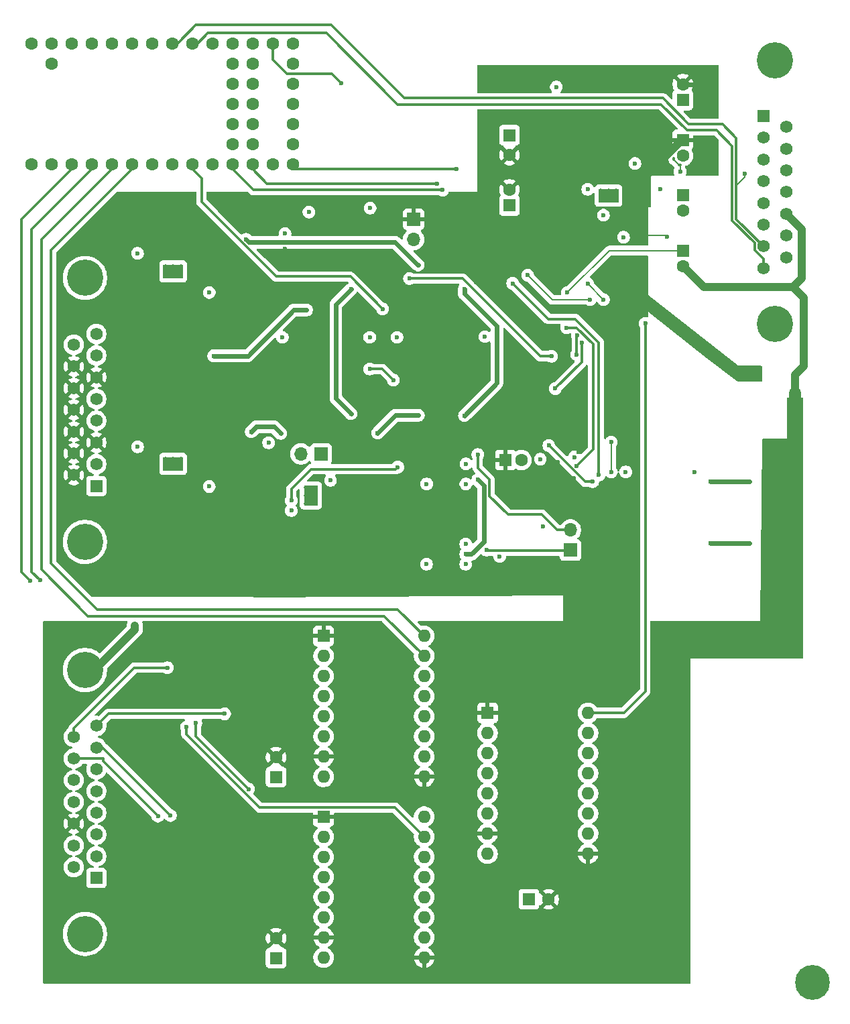
<source format=gbl>
G04 #@! TF.GenerationSoftware,KiCad,Pcbnew,9.0.0*
G04 #@! TF.CreationDate,2025-04-29T18:09:41-05:00*
G04 #@! TF.ProjectId,Mainboard,4d61696e-626f-4617-9264-2e6b69636164,rev?*
G04 #@! TF.SameCoordinates,Original*
G04 #@! TF.FileFunction,Copper,L4,Bot*
G04 #@! TF.FilePolarity,Positive*
%FSLAX46Y46*%
G04 Gerber Fmt 4.6, Leading zero omitted, Abs format (unit mm)*
G04 Created by KiCad (PCBNEW 9.0.0) date 2025-04-29 18:09:41*
%MOMM*%
%LPD*%
G01*
G04 APERTURE LIST*
G04 #@! TA.AperFunction,ComponentPad*
%ADD10R,1.700000X1.700000*%
G04 #@! TD*
G04 #@! TA.AperFunction,ComponentPad*
%ADD11O,1.700000X1.700000*%
G04 #@! TD*
G04 #@! TA.AperFunction,ComponentPad*
%ADD12O,1.600000X1.600000*%
G04 #@! TD*
G04 #@! TA.AperFunction,ComponentPad*
%ADD13R,1.600000X1.600000*%
G04 #@! TD*
G04 #@! TA.AperFunction,ComponentPad*
%ADD14C,1.600000*%
G04 #@! TD*
G04 #@! TA.AperFunction,ComponentPad*
%ADD15C,0.700000*%
G04 #@! TD*
G04 #@! TA.AperFunction,ComponentPad*
%ADD16C,4.400000*%
G04 #@! TD*
G04 #@! TA.AperFunction,HeatsinkPad*
%ADD17C,0.500000*%
G04 #@! TD*
G04 #@! TA.AperFunction,HeatsinkPad*
%ADD18R,2.500000X1.800000*%
G04 #@! TD*
G04 #@! TA.AperFunction,ComponentPad*
%ADD19C,4.572000*%
G04 #@! TD*
G04 #@! TA.AperFunction,ComponentPad*
%ADD20C,1.561000*%
G04 #@! TD*
G04 #@! TA.AperFunction,ComponentPad*
%ADD21R,1.561000X1.561000*%
G04 #@! TD*
G04 #@! TA.AperFunction,HeatsinkPad*
%ADD22R,1.800000X2.500000*%
G04 #@! TD*
G04 #@! TA.AperFunction,ViaPad*
%ADD23C,0.600000*%
G04 #@! TD*
G04 #@! TA.AperFunction,Conductor*
%ADD24C,0.600000*%
G04 #@! TD*
G04 #@! TA.AperFunction,Conductor*
%ADD25C,0.300000*%
G04 #@! TD*
G04 #@! TA.AperFunction,Conductor*
%ADD26C,1.000000*%
G04 #@! TD*
G04 #@! TA.AperFunction,Conductor*
%ADD27C,1.500000*%
G04 #@! TD*
G04 #@! TA.AperFunction,Conductor*
%ADD28C,0.200000*%
G04 #@! TD*
G04 APERTURE END LIST*
D10*
G04 #@! TO.P,J6,1,Pin_1*
G04 #@! TO.N,GND*
X170000000Y-58525000D03*
D11*
G04 #@! TO.P,J6,2,Pin_2*
G04 #@! TO.N,/BIAS_MOD*
X170000000Y-61065000D03*
G04 #@! TD*
D12*
G04 #@! TO.P,A1,16,DIR*
G04 #@! TO.N,/StepperDrivers/DIR_1*
X192035000Y-120835000D03*
G04 #@! TO.P,A1,15,STEP*
G04 #@! TO.N,/StepperDrivers/STEP_1*
X192035000Y-123375000D03*
G04 #@! TO.P,A1,14,~{SLEEP}*
G04 #@! TO.N,+3V3*
X192035000Y-125915000D03*
G04 #@! TO.P,A1,13,~{RESET}*
X192035000Y-128455000D03*
G04 #@! TO.P,A1,12,MS3*
G04 #@! TO.N,unconnected-(A1-MS3-Pad12)*
X192035000Y-130995000D03*
G04 #@! TO.P,A1,11,MS2*
G04 #@! TO.N,unconnected-(A1-MS2-Pad11)*
X192035000Y-133535000D03*
G04 #@! TO.P,A1,10,MS1*
G04 #@! TO.N,unconnected-(A1-MS1-Pad10)*
X192035000Y-136075000D03*
G04 #@! TO.P,A1,9,~{ENABLE}*
G04 #@! TO.N,GND*
X192035000Y-138615000D03*
G04 #@! TO.P,A1,8,VMOT*
G04 #@! TO.N,+5V*
X179335000Y-138615000D03*
G04 #@! TO.P,A1,7,GND*
G04 #@! TO.N,GND*
X179335000Y-136075000D03*
G04 #@! TO.P,A1,6,2B*
G04 #@! TO.N,/2B_1*
X179335000Y-133535000D03*
G04 #@! TO.P,A1,5,2A*
G04 #@! TO.N,/2A_1*
X179335000Y-130995000D03*
G04 #@! TO.P,A1,4,1A*
G04 #@! TO.N,/1A_1*
X179335000Y-128455000D03*
G04 #@! TO.P,A1,3,1B*
G04 #@! TO.N,/1B_1*
X179335000Y-125915000D03*
G04 #@! TO.P,A1,2,VDD*
G04 #@! TO.N,+3V3*
X179335000Y-123375000D03*
D13*
G04 #@! TO.P,A1,1,GND*
G04 #@! TO.N,GND*
X179335000Y-120835000D03*
G04 #@! TD*
D14*
G04 #@! TO.P,C80,2*
G04 #@! TO.N,GND*
X187050000Y-144375000D03*
D13*
G04 #@! TO.P,C80,1*
G04 #@! TO.N,+5V*
X184550000Y-144375000D03*
G04 #@! TD*
D15*
G04 #@! TO.P,H1,1,1*
G04 #@! TO.N,Shield*
X218683274Y-154833274D03*
X219166548Y-153666548D03*
X219166548Y-156000000D03*
X220333274Y-153183274D03*
D16*
X220333274Y-154833274D03*
D15*
X220333274Y-156483274D03*
X221500000Y-153666548D03*
X221500000Y-156000000D03*
X221983274Y-154833274D03*
G04 #@! TD*
D17*
G04 #@! TO.P,U3,9*
G04 #@! TO.N,N/C*
X140627000Y-88750000D03*
X139627000Y-88750000D03*
X138627000Y-88750000D03*
D18*
X139627000Y-89400000D03*
D17*
X140627000Y-90050000D03*
X139627000Y-90050000D03*
X138627000Y-90050000D03*
G04 #@! TD*
D14*
G04 #@! TO.P,C85,2*
G04 #@! TO.N,GND*
X182100000Y-50400000D03*
D13*
G04 #@! TO.P,C85,1*
G04 #@! TO.N,Net-(U2A-+)*
X182100000Y-47900000D03*
G04 #@! TD*
D17*
G04 #@! TO.P,U2,9*
G04 #@! TO.N,N/C*
X193605000Y-56175000D03*
X194605000Y-56175000D03*
X195605000Y-56175000D03*
D18*
X194605000Y-55525000D03*
D17*
X193605000Y-54875000D03*
X194605000Y-54875000D03*
X195605000Y-54875000D03*
G04 #@! TD*
D11*
G04 #@! TO.P,J5,2,Pin_2*
G04 #@! TO.N,/AIN+*
X189800000Y-97735000D03*
D10*
G04 #@! TO.P,J5,1,Pin_1*
G04 #@! TO.N,/AIN-*
X189800000Y-100275000D03*
G04 #@! TD*
D12*
G04 #@! TO.P,A2,16,DIR*
G04 #@! TO.N,/StepperDrivers/DIR_2*
X171327000Y-111124000D03*
G04 #@! TO.P,A2,15,STEP*
G04 #@! TO.N,/StepperDrivers/STEP_2*
X171327000Y-113664000D03*
G04 #@! TO.P,A2,14,~{SLEEP}*
G04 #@! TO.N,+3V3*
X171327000Y-116204000D03*
G04 #@! TO.P,A2,13,~{RESET}*
X171327000Y-118744000D03*
G04 #@! TO.P,A2,12,MS3*
G04 #@! TO.N,unconnected-(A2-MS3-Pad12)*
X171327000Y-121284000D03*
G04 #@! TO.P,A2,11,MS2*
G04 #@! TO.N,unconnected-(A2-MS2-Pad11)*
X171327000Y-123824000D03*
G04 #@! TO.P,A2,10,MS1*
G04 #@! TO.N,unconnected-(A2-MS1-Pad10)*
X171327000Y-126364000D03*
G04 #@! TO.P,A2,9,~{ENABLE}*
G04 #@! TO.N,GND*
X171327000Y-128904000D03*
G04 #@! TO.P,A2,8,VMOT*
G04 #@! TO.N,+5V*
X158627000Y-128904000D03*
G04 #@! TO.P,A2,7,GND*
G04 #@! TO.N,GND*
X158627000Y-126364000D03*
G04 #@! TO.P,A2,6,2B*
G04 #@! TO.N,/2B_2*
X158627000Y-123824000D03*
G04 #@! TO.P,A2,5,2A*
G04 #@! TO.N,/2A_2*
X158627000Y-121284000D03*
G04 #@! TO.P,A2,4,1A*
G04 #@! TO.N,/1A_2*
X158627000Y-118744000D03*
G04 #@! TO.P,A2,3,1B*
G04 #@! TO.N,/1B_2*
X158627000Y-116204000D03*
G04 #@! TO.P,A2,2,VDD*
G04 #@! TO.N,+3V3*
X158627000Y-113664000D03*
D13*
G04 #@! TO.P,A2,1,GND*
G04 #@! TO.N,GND*
X158627000Y-111124000D03*
G04 #@! TD*
D14*
G04 #@! TO.P,C78,2*
G04 #@! TO.N,+15V*
X204000000Y-50500000D03*
D13*
G04 #@! TO.P,C78,1*
G04 #@! TO.N,GND*
X204000000Y-48500000D03*
G04 #@! TD*
D14*
G04 #@! TO.P,C84,2*
G04 #@! TO.N,GND*
X182100000Y-54755100D03*
D13*
G04 #@! TO.P,C84,1*
G04 #@! TO.N,+15V*
X182100000Y-56755100D03*
G04 #@! TD*
D11*
G04 #@! TO.P,J4,2,Pin_2*
G04 #@! TO.N,/IOUT+*
X155760000Y-88135000D03*
D10*
G04 #@! TO.P,J4,1,Pin_1*
G04 #@! TO.N,/IOUT-*
X158300000Y-88135000D03*
G04 #@! TD*
D14*
G04 #@! TO.P,C79,2*
G04 #@! TO.N,GND*
X152623000Y-126433400D03*
D13*
G04 #@! TO.P,C79,1*
G04 #@! TO.N,+5V*
X152623000Y-128933400D03*
G04 #@! TD*
D19*
G04 #@! TO.P,J3,MH2,MH2*
G04 #@! TO.N,Shield*
X128500000Y-115416000D03*
G04 #@! TO.P,J3,MH1,MH1*
X128500000Y-148741000D03*
D20*
G04 #@! TO.P,J3,15,15*
G04 #@! TO.N,/1B_1*
X127077000Y-123849000D03*
G04 #@! TO.P,J3,14,14*
G04 #@! TO.N,/2B_1*
X127077000Y-126592000D03*
G04 #@! TO.P,J3,13,13*
G04 #@! TO.N,/1A_2*
X127077000Y-129336000D03*
G04 #@! TO.P,J3,12,12*
G04 #@! TO.N,/2B_2*
X127077000Y-132079000D03*
G04 #@! TO.P,J3,11,11*
G04 #@! TO.N,GND*
X127077000Y-134822000D03*
G04 #@! TO.P,J3,10,10*
G04 #@! TO.N,-15V*
X127077000Y-137565000D03*
G04 #@! TO.P,J3,9,9*
G04 #@! TO.N,+15V*
X127077000Y-140308000D03*
G04 #@! TO.P,J3,8,8*
G04 #@! TO.N,/1A_1*
X129922000Y-122478000D03*
G04 #@! TO.P,J3,7,7*
G04 #@! TO.N,/2A_1*
X129922000Y-125221000D03*
G04 #@! TO.P,J3,6,6*
G04 #@! TO.N,/1B_2*
X129922000Y-127964000D03*
G04 #@! TO.P,J3,5,5*
G04 #@! TO.N,/2A_2*
X129922000Y-130707000D03*
G04 #@! TO.P,J3,4,4*
G04 #@! TO.N,/1B_3*
X129922000Y-133450000D03*
G04 #@! TO.P,J3,3,3*
G04 #@! TO.N,/1A_3*
X129922000Y-136194000D03*
G04 #@! TO.P,J3,2,2*
G04 #@! TO.N,/2A_3*
X129922000Y-138937000D03*
D21*
G04 #@! TO.P,J3,1,1*
G04 #@! TO.N,/2B_3*
X129922000Y-141680000D03*
G04 #@! TD*
D14*
G04 #@! TO.P,C81,2*
G04 #@! TO.N,GND*
X204000000Y-57455100D03*
D13*
G04 #@! TO.P,C81,1*
G04 #@! TO.N,+3V3*
X204000000Y-55455100D03*
G04 #@! TD*
D19*
G04 #@! TO.P,J2,MH2,MH2*
G04 #@! TO.N,Shield*
X128500000Y-65916000D03*
G04 #@! TO.P,J2,MH1,MH1*
X128500000Y-99241000D03*
D20*
G04 #@! TO.P,J2,15,15*
G04 #@! TO.N,/Z-Y*
X127077000Y-74349000D03*
G04 #@! TO.P,J2,14,14*
G04 #@! TO.N,GND*
X127077000Y-77092000D03*
G04 #@! TO.P,J2,13,13*
X127077000Y-79836000D03*
G04 #@! TO.P,J2,12,12*
X127077000Y-82579000D03*
G04 #@! TO.P,J2,11,11*
X127077000Y-85322000D03*
G04 #@! TO.P,J2,10,10*
X127077000Y-88065000D03*
G04 #@! TO.P,J2,9,9*
X127077000Y-90808000D03*
G04 #@! TO.P,J2,8,8*
G04 #@! TO.N,/Z+Y*
X129922000Y-72978000D03*
G04 #@! TO.P,J2,7,7*
G04 #@! TO.N,/Connectors/BIAS*
X129922000Y-75721000D03*
G04 #@! TO.P,J2,6,6*
G04 #@! TO.N,GND*
X129922000Y-78464000D03*
G04 #@! TO.P,J2,5,5*
G04 #@! TO.N,/Z-X*
X129922000Y-81207000D03*
G04 #@! TO.P,J2,4,4*
G04 #@! TO.N,/Z+X*
X129922000Y-83950000D03*
G04 #@! TO.P,J2,3,3*
G04 #@! TO.N,GND*
X129922000Y-86694000D03*
G04 #@! TO.P,J2,2,2*
G04 #@! TO.N,/T_Amp+*
X129922000Y-89437000D03*
D21*
G04 #@! TO.P,J2,1,1*
G04 #@! TO.N,/T_Amp-*
X129922000Y-92180000D03*
G04 #@! TD*
D14*
G04 #@! TO.P,C77,2*
G04 #@! TO.N,GND*
X204000000Y-41455100D03*
D13*
G04 #@! TO.P,C77,1*
G04 #@! TO.N,-15V*
X204000000Y-43455100D03*
G04 #@! TD*
D14*
G04 #@! TO.P,C83,2*
G04 #@! TO.N,GND*
X152623000Y-149274000D03*
D13*
G04 #@! TO.P,C83,1*
G04 #@! TO.N,+5V*
X152623000Y-151774000D03*
G04 #@! TD*
D14*
G04 #@! TO.P,C82,2*
G04 #@! TO.N,GND*
X204000000Y-64455100D03*
D13*
G04 #@! TO.P,C82,1*
G04 #@! TO.N,+5V*
X204000000Y-62455100D03*
G04 #@! TD*
D19*
G04 #@! TO.P,J1,MH2,MH2*
G04 #@! TO.N,Shield*
X215627000Y-71733000D03*
G04 #@! TO.P,J1,MH1,MH1*
X215627000Y-38408000D03*
D20*
G04 #@! TO.P,J1,15,15*
G04 #@! TO.N,unconnected-(J1-Pad15)*
X217050000Y-63300000D03*
G04 #@! TO.P,J1,14,14*
G04 #@! TO.N,+5V*
X217050000Y-60557000D03*
G04 #@! TO.P,J1,13,13*
G04 #@! TO.N,GND*
X217050000Y-57813000D03*
G04 #@! TO.P,J1,12,12*
G04 #@! TO.N,+3V3*
X217050000Y-55070000D03*
G04 #@! TO.P,J1,11,11*
G04 #@! TO.N,+15V*
X217050000Y-52327000D03*
G04 #@! TO.P,J1,10,10*
G04 #@! TO.N,GND*
X217050000Y-49584000D03*
G04 #@! TO.P,J1,9,9*
G04 #@! TO.N,-15V*
X217050000Y-46841000D03*
G04 #@! TO.P,J1,8,8*
G04 #@! TO.N,/PS_Temp_SDA*
X214205000Y-64671000D03*
G04 #@! TO.P,J1,7,7*
G04 #@! TO.N,/PS_Temp_SCL*
X214205000Y-61928000D03*
G04 #@! TO.P,J1,6,6*
G04 #@! TO.N,+5V*
X214205000Y-59185000D03*
G04 #@! TO.P,J1,5,5*
G04 #@! TO.N,GND*
X214205000Y-56442000D03*
G04 #@! TO.P,J1,4,4*
G04 #@! TO.N,+3V3*
X214205000Y-53699000D03*
G04 #@! TO.P,J1,3,3*
G04 #@! TO.N,+15V*
X214205000Y-50955000D03*
G04 #@! TO.P,J1,2,2*
G04 #@! TO.N,GND*
X214205000Y-48212000D03*
D21*
G04 #@! TO.P,J1,1,1*
G04 #@! TO.N,-15V*
X214205000Y-45469000D03*
G04 #@! TD*
D14*
G04 #@! TO.P,U1,44,33_MCLK2*
G04 #@! TO.N,unconnected-(U1-33_MCLK2-Pad44)*
X147120000Y-49000000D03*
G04 #@! TO.P,U1,43,32_OUT1B*
G04 #@! TO.N,unconnected-(U1-32_OUT1B-Pad43)*
X149660000Y-49000000D03*
G04 #@! TO.P,U1,42,31_CTX3*
G04 #@! TO.N,unconnected-(U1-31_CTX3-Pad42)*
X147120000Y-46460000D03*
G04 #@! TO.P,U1,41,30_CRX3*
G04 #@! TO.N,unconnected-(U1-30_CRX3-Pad41)*
X149660000Y-46460000D03*
G04 #@! TO.P,U1,40,29_TX7*
G04 #@! TO.N,unconnected-(U1-29_TX7-Pad40)*
X147120000Y-43920000D03*
G04 #@! TO.P,U1,39,28_RX7*
G04 #@! TO.N,unconnected-(U1-28_RX7-Pad39)*
X149660000Y-43920000D03*
G04 #@! TO.P,U1,38,27_A13_SCK1*
G04 #@! TO.N,unconnected-(U1-27_A13_SCK1-Pad38)*
X147120000Y-41380000D03*
G04 #@! TO.P,U1,37,26_A12_MOSI1*
G04 #@! TO.N,unconnected-(U1-26_A12_MOSI1-Pad37)*
X149660000Y-41380000D03*
G04 #@! TO.P,U1,36,25_A11_RX6_SDA2*
G04 #@! TO.N,unconnected-(U1-25_A11_RX6_SDA2-Pad36)*
X147120000Y-38840000D03*
G04 #@! TO.P,U1,35,24_A10_TX6_SCL2*
G04 #@! TO.N,unconnected-(U1-24_A10_TX6_SCL2-Pad35)*
X149660000Y-38840000D03*
G04 #@! TO.P,U1,34,VUSB*
G04 #@! TO.N,unconnected-(U1-VUSB-Pad34)*
X124260000Y-38840000D03*
G04 #@! TO.P,U1,33,VIN*
G04 #@! TO.N,+5V*
X121720000Y-36300000D03*
G04 #@! TO.P,U1,32,GND*
G04 #@! TO.N,unconnected-(U1-GND-Pad32)*
X124260000Y-36300000D03*
G04 #@! TO.P,U1,31,3V3*
G04 #@! TO.N,unconnected-(U1-3V3-Pad31)*
X126800000Y-36300000D03*
G04 #@! TO.P,U1,30,23_A9_CRX1_MCLK1*
G04 #@! TO.N,unconnected-(U1-23_A9_CRX1_MCLK1-Pad30)*
X129340000Y-36300000D03*
G04 #@! TO.P,U1,29,22_A8_CTX1*
G04 #@! TO.N,unconnected-(U1-22_A8_CTX1-Pad29)*
X131880000Y-36300000D03*
G04 #@! TO.P,U1,28,21_A7_RX5_BCLK1*
G04 #@! TO.N,unconnected-(U1-21_A7_RX5_BCLK1-Pad28)*
X134420000Y-36300000D03*
G04 #@! TO.P,U1,27,20_A6_TX5_LRCLK1*
G04 #@! TO.N,unconnected-(U1-20_A6_TX5_LRCLK1-Pad27)*
X136960000Y-36300000D03*
G04 #@! TO.P,U1,26,19_A5_SCL0*
G04 #@! TO.N,/PS_Temp_SCL*
X139500000Y-36300000D03*
G04 #@! TO.P,U1,25,18_A4_SDA0*
G04 #@! TO.N,/PS_Temp_SDA*
X142040000Y-36300000D03*
G04 #@! TO.P,U1,24,17_A3_TX4_SDA1*
G04 #@! TO.N,unconnected-(U1-17_A3_TX4_SDA1-Pad24)*
X144580000Y-36300000D03*
G04 #@! TO.P,U1,23,16_A2_RX4_SCL1*
G04 #@! TO.N,unconnected-(U1-16_A2_RX4_SCL1-Pad23)*
X147120000Y-36300000D03*
G04 #@! TO.P,U1,22,15_A1_RX3_SPDIF_IN*
G04 #@! TO.N,/StepperDrivers/STEP_1*
X149660000Y-36300000D03*
G04 #@! TO.P,U1,21,14_A0_TX3_SPDIF_OUT*
G04 #@! TO.N,/StepperDrivers/DIR_1*
X152200000Y-36300000D03*
G04 #@! TO.P,U1,20,13_SCK_CRX1_LED*
G04 #@! TO.N,/SCK_ADC*
X154740000Y-36300000D03*
G04 #@! TO.P,U1,19,ON_OFF*
G04 #@! TO.N,unconnected-(U1-ON_OFF-Pad19)*
X154740000Y-38840000D03*
G04 #@! TO.P,U1,18,PROGRAM*
G04 #@! TO.N,unconnected-(U1-PROGRAM-Pad18)*
X154740000Y-41380000D03*
G04 #@! TO.P,U1,17,GND*
G04 #@! TO.N,unconnected-(U1-GND-Pad17)*
X154740000Y-43920000D03*
G04 #@! TO.P,U1,16,3V3*
G04 #@! TO.N,unconnected-(U1-3V3-Pad16)*
X154740000Y-46460000D03*
G04 #@! TO.P,U1,15,VBAT*
G04 #@! TO.N,unconnected-(U1-VBAT-Pad15)*
X154740000Y-49000000D03*
G04 #@! TO.P,U1,14,12_MISO_MQSL*
G04 #@! TO.N,/MISO_ADC*
X154740000Y-51540000D03*
G04 #@! TO.P,U1,13,11_MOSI_CTX1*
G04 #@! TO.N,/MOSI_DAC*
X152200000Y-51540000D03*
G04 #@! TO.P,U1,12,10_CS_MQSR*
G04 #@! TO.N,/CS_DAC*
X149660000Y-51540000D03*
G04 #@! TO.P,U1,11,9_OUT1C*
G04 #@! TO.N,/CS_ADC*
X147120000Y-51540000D03*
G04 #@! TO.P,U1,10,8_TX2_IN1*
G04 #@! TO.N,unconnected-(U1-8_TX2_IN1-Pad10)*
X144580000Y-51540000D03*
G04 #@! TO.P,U1,9,7_RX2_OUT1A*
G04 #@! TO.N,/LDAC_DAC*
X142040000Y-51540000D03*
G04 #@! TO.P,U1,8,6_OUT1D*
G04 #@! TO.N,/CNV_ADC*
X139500000Y-51540000D03*
G04 #@! TO.P,U1,7,5_IN2*
G04 #@! TO.N,/BUSY_ADC*
X136960000Y-51540000D03*
G04 #@! TO.P,U1,6,4_BCLK2*
G04 #@! TO.N,/StepperDrivers/DIR_2*
X134420000Y-51540000D03*
G04 #@! TO.P,U1,5,3_LRCLK2*
G04 #@! TO.N,/StepperDrivers/STEP_2*
X131880000Y-51540000D03*
G04 #@! TO.P,U1,4,2_OUT2*
G04 #@! TO.N,/StepperDrivers/DIR_3*
X129340000Y-51540000D03*
G04 #@! TO.P,U1,3,1_TX1_CTX2_MISO1*
G04 #@! TO.N,/StepperDrivers/STEP_3*
X126800000Y-51540000D03*
G04 #@! TO.P,U1,2,0_RX1_CRX2_CS1*
G04 #@! TO.N,/BIAS_MOD_EN*
X124260000Y-51540000D03*
G04 #@! TO.P,U1,1,GND*
G04 #@! TO.N,GND*
X121720000Y-51540000D03*
G04 #@! TD*
D17*
G04 #@! TO.P,U4,9*
G04 #@! TO.N,N/C*
X140627000Y-64450000D03*
X139627000Y-64450000D03*
X138627000Y-64450000D03*
D18*
X139627000Y-65100000D03*
D17*
X140627000Y-65750000D03*
X139627000Y-65750000D03*
X138627000Y-65750000D03*
G04 #@! TD*
D14*
G04 #@! TO.P,C35,2*
G04 #@! TO.N,Net-(U8-VDDLBYP)*
X183595000Y-88905000D03*
D13*
G04 #@! TO.P,C35,1*
G04 #@! TO.N,GND*
X181595000Y-88905000D03*
G04 #@! TD*
D12*
G04 #@! TO.P,A3,16,DIR*
G04 #@! TO.N,/StepperDrivers/DIR_3*
X171327000Y-133934000D03*
G04 #@! TO.P,A3,15,STEP*
G04 #@! TO.N,/StepperDrivers/STEP_3*
X171327000Y-136474000D03*
G04 #@! TO.P,A3,14,~{SLEEP}*
G04 #@! TO.N,+3V3*
X171327000Y-139014000D03*
G04 #@! TO.P,A3,13,~{RESET}*
X171327000Y-141554000D03*
G04 #@! TO.P,A3,12,MS3*
G04 #@! TO.N,unconnected-(A3-MS3-Pad12)*
X171327000Y-144094000D03*
G04 #@! TO.P,A3,11,MS2*
G04 #@! TO.N,unconnected-(A3-MS2-Pad11)*
X171327000Y-146634000D03*
G04 #@! TO.P,A3,10,MS1*
G04 #@! TO.N,unconnected-(A3-MS1-Pad10)*
X171327000Y-149174000D03*
G04 #@! TO.P,A3,9,~{ENABLE}*
G04 #@! TO.N,GND*
X171327000Y-151714000D03*
G04 #@! TO.P,A3,8,VMOT*
G04 #@! TO.N,+5V*
X158627000Y-151714000D03*
G04 #@! TO.P,A3,7,GND*
G04 #@! TO.N,GND*
X158627000Y-149174000D03*
G04 #@! TO.P,A3,6,2B*
G04 #@! TO.N,/2B_3*
X158627000Y-146634000D03*
G04 #@! TO.P,A3,5,2A*
G04 #@! TO.N,/2A_3*
X158627000Y-144094000D03*
G04 #@! TO.P,A3,4,1A*
G04 #@! TO.N,/1A_3*
X158627000Y-141554000D03*
G04 #@! TO.P,A3,3,1B*
G04 #@! TO.N,/1B_3*
X158627000Y-139014000D03*
G04 #@! TO.P,A3,2,VDD*
G04 #@! TO.N,+3V3*
X158627000Y-136474000D03*
D13*
G04 #@! TO.P,A3,1,GND*
G04 #@! TO.N,GND*
X158627000Y-133934000D03*
G04 #@! TD*
D17*
G04 #@! TO.P,U10,9*
G04 #@! TO.N,N/C*
X157675000Y-94385000D03*
X157675000Y-93385000D03*
X157675000Y-92385000D03*
D22*
X157025000Y-93385000D03*
D17*
X156375000Y-94385000D03*
X156375000Y-93385000D03*
X156375000Y-92385000D03*
G04 #@! TD*
D23*
G04 #@! TO.N,+3V3*
X207500000Y-99425000D03*
G04 #@! TO.N,+5V*
X207477189Y-91600000D03*
G04 #@! TO.N,+3V3*
X212450000Y-99400000D03*
X205475000Y-90403700D03*
G04 #@! TO.N,+5V*
X212450000Y-91600000D03*
G04 #@! TO.N,GND*
X196335000Y-130542000D03*
G04 #@! TO.N,/LDAC_DAC*
X166075000Y-69825000D03*
G04 #@! TO.N,/DAC/IOUTA*
X167439592Y-78810408D03*
X187887500Y-79887500D03*
G04 #@! TO.N,/X*
X165450000Y-85500000D03*
X153225000Y-85550000D03*
G04 #@! TO.N,/CS_ADC*
X173675000Y-54825000D03*
X184400000Y-65575000D03*
X192275000Y-68675000D03*
X194950000Y-86650000D03*
G04 #@! TO.N,/CS_DAC*
X172975000Y-54000000D03*
G04 #@! TO.N,/MISO_ADC*
X175400000Y-52200000D03*
X192000000Y-66650000D03*
X193975000Y-68650000D03*
G04 #@! TO.N,/CNV_ADC*
X151675000Y-86725000D03*
X187075243Y-87074757D03*
G04 #@! TO.N,Net-(U11-Pad6)*
X178095000Y-91405000D03*
X176570000Y-100790000D03*
G04 #@! TO.N,/Y*
X148828000Y-61038500D03*
X170588000Y-64281000D03*
G04 #@! TO.N,/X*
X170600000Y-83268500D03*
X149475000Y-85325000D03*
G04 #@! TO.N,/DAC/Buff_Out*
X176412000Y-67281000D03*
X162092000Y-83061000D03*
X162092000Y-67331000D03*
X193970000Y-58000000D03*
X176412000Y-83281000D03*
G04 #@! TO.N,/CNV_ADC*
X192633000Y-91629600D03*
G04 #@! TO.N,/CS_ADC*
X194966000Y-90403700D03*
G04 #@! TO.N,/BUSY_ADC*
X182500000Y-66600000D03*
X193400000Y-90803900D03*
G04 #@! TO.N,/AIN+*
X178100000Y-88200000D03*
G04 #@! TO.N,/AIN-*
X179188000Y-100287000D03*
G04 #@! TO.N,/Connectors/BIAS*
X156480000Y-69961000D03*
X144750000Y-75750000D03*
G04 #@! TO.N,/T_Amp+*
X168000000Y-89800000D03*
X154550000Y-94020000D03*
G04 #@! TO.N,/PS_Temp_SCL*
X211858600Y-52745000D03*
X203651000Y-52483800D03*
G04 #@! TO.N,/DAC/RFBD*
X187400000Y-75800000D03*
X169475000Y-65991000D03*
G04 #@! TO.N,/DAC/IOUTA*
X191285000Y-74065400D03*
X164455000Y-77411000D03*
G04 #@! TO.N,/SCK_ADC*
X190582000Y-89653500D03*
X189300000Y-72200000D03*
G04 #@! TO.N,/DAC/10V_REF*
X190600000Y-75600000D03*
X190675000Y-73200000D03*
G04 #@! TO.N,/StepperDrivers/STEP_3*
X141300000Y-122600000D03*
X121550000Y-104150000D03*
G04 #@! TO.N,/StepperDrivers/DIR_3*
X122800000Y-104100000D03*
X149150000Y-130450000D03*
X142500000Y-122100000D03*
G04 #@! TO.N,+5V*
X186000000Y-88802300D03*
X156775000Y-57595000D03*
X176570000Y-102060000D03*
X189412000Y-67750000D03*
X176595000Y-91925000D03*
G04 #@! TO.N,-15V*
X164455000Y-73411000D03*
X144177000Y-67750000D03*
X144177000Y-92250000D03*
X176600000Y-89400000D03*
X180871000Y-101060000D03*
X154550000Y-95290000D03*
X176570000Y-99520000D03*
X179000000Y-73331000D03*
X153750000Y-60300000D03*
X191992600Y-54733000D03*
G04 #@! TO.N,+3V3*
X190312100Y-88529000D03*
G04 #@! TO.N,+15V*
X135127000Y-62800000D03*
X167912000Y-73411000D03*
X186319000Y-97250000D03*
X171620000Y-102060000D03*
X196510000Y-60770000D03*
X153412000Y-73411000D03*
X171645000Y-91925000D03*
X164500000Y-57100000D03*
X135127000Y-87250000D03*
X159500000Y-91480000D03*
G04 #@! TO.N,GND*
X181600000Y-93155000D03*
X175627000Y-143724000D03*
X214400000Y-91600000D03*
X195675000Y-97445000D03*
X193295000Y-93655000D03*
X146077000Y-67750000D03*
X210658000Y-78062500D03*
X175612000Y-75011000D03*
X161292000Y-75041000D03*
X146077000Y-92250000D03*
X214400000Y-94200000D03*
X195625000Y-100695000D03*
X175612000Y-72471000D03*
X188345000Y-90405000D03*
X188725000Y-77541000D03*
X135127000Y-85350000D03*
X183450000Y-70441000D03*
X212650000Y-78062500D03*
X171595000Y-90655000D03*
X171620000Y-100790000D03*
X140262000Y-91875000D03*
X171000000Y-72471000D03*
X194605000Y-60775000D03*
X164455000Y-75311000D03*
X214350000Y-99400000D03*
X164500000Y-59000000D03*
X190200000Y-91200000D03*
X167912000Y-75311000D03*
X171000000Y-75011000D03*
X190260000Y-58236000D03*
X184350000Y-103500000D03*
X214400000Y-96800000D03*
X161292000Y-72501000D03*
X140262000Y-67575000D03*
X175627000Y-120724000D03*
X189545000Y-93655000D03*
X144627000Y-88700000D03*
X153412000Y-75311000D03*
X179000000Y-75231000D03*
X156480000Y-75041000D03*
X183450000Y-77541000D03*
X179300000Y-103500000D03*
X153750000Y-62200000D03*
X144627000Y-64200000D03*
X148127000Y-88662500D03*
X192050000Y-70441000D03*
X156480000Y-72501000D03*
X135127000Y-64700000D03*
X191575000Y-79550000D03*
X188176000Y-89153100D03*
X190845000Y-87905000D03*
X190999300Y-48769000D03*
X147294100Y-65667000D03*
X188019400Y-48769000D03*
X202000000Y-60697000D03*
G04 #@! TO.N,Shield*
X134800000Y-109800000D03*
G04 #@! TO.N,+3V3*
X196791400Y-90403700D03*
G04 #@! TO.N,/StepperDrivers/STEP_1*
X201182107Y-54732107D03*
G04 #@! TO.N,/StepperDrivers/DIR_1*
X160887500Y-41337500D03*
X199250000Y-71675000D03*
G04 #@! TO.N,/2B_1*
X137700000Y-133875000D03*
G04 #@! TO.N,/1B_1*
X138900000Y-115125000D03*
G04 #@! TO.N,/1A_1*
X146125000Y-120950000D03*
G04 #@! TO.N,/StepperDrivers/STEP_1*
X188019400Y-41811000D03*
G04 #@! TO.N,/2A_1*
X139287500Y-133787500D03*
G04 #@! TO.N,/StepperDrivers/STEP_1*
X197951471Y-51475000D03*
G04 #@! TD*
D24*
G04 #@! TO.N,+3V3*
X207525000Y-99400000D02*
X207500000Y-99425000D01*
X212450000Y-99400000D02*
X207525000Y-99400000D01*
G04 #@! TO.N,/Y*
X167653095Y-61400000D02*
X170534095Y-64281000D01*
X149190000Y-61400000D02*
X167653095Y-61400000D01*
X170534095Y-64281000D02*
X170588000Y-64281000D01*
X148828000Y-61038500D02*
X149190000Y-61400000D01*
D25*
G04 #@! TO.N,/2A_1*
X130721000Y-125221000D02*
X129922000Y-125221000D01*
X139287500Y-133787500D02*
X130721000Y-125221000D01*
D24*
G04 #@! TO.N,GND*
X204000000Y-41455100D02*
X205855100Y-41455100D01*
D25*
G04 #@! TO.N,/StepperDrivers/DIR_1*
X196545000Y-120835000D02*
X192035000Y-120835000D01*
X199250000Y-118130000D02*
X196545000Y-120835000D01*
G04 #@! TO.N,/DAC/RFBD*
X186000000Y-75800000D02*
X187400000Y-75800000D01*
X176191000Y-65991000D02*
X186000000Y-75800000D01*
X169475000Y-65991000D02*
X176191000Y-65991000D01*
G04 #@! TO.N,/DAC/IOUTA*
X191250000Y-74100000D02*
X191285000Y-74065400D01*
X191250000Y-76525000D02*
X191250000Y-74100000D01*
X187887500Y-79887500D02*
X191250000Y-76525000D01*
D24*
G04 #@! TO.N,/X*
X152375000Y-84700000D02*
X150100000Y-84700000D01*
X153225000Y-85550000D02*
X152375000Y-84700000D01*
X150100000Y-84700000D02*
X149475000Y-85325000D01*
X167681500Y-83268500D02*
X170600000Y-83268500D01*
X165450000Y-85500000D02*
X167681500Y-83268500D01*
D25*
G04 #@! TO.N,/LDAC_DAC*
X162000000Y-65750000D02*
X166075000Y-69825000D01*
X152619000Y-65750000D02*
X162000000Y-65750000D01*
X143200000Y-56331200D02*
X152619000Y-65750000D01*
X143200000Y-53360000D02*
X143200000Y-56331200D01*
X142040000Y-52200000D02*
X143200000Y-53360000D01*
D24*
G04 #@! TO.N,/DAC/Buff_Out*
X160175000Y-81144000D02*
X162092000Y-83061000D01*
X160175000Y-69248000D02*
X160175000Y-81144000D01*
X162092000Y-67331000D02*
X160175000Y-69248000D01*
D25*
G04 #@! TO.N,/CS_ADC*
X149745000Y-54825000D02*
X147120000Y-52200000D01*
X173675000Y-54825000D02*
X149745000Y-54825000D01*
D26*
G04 #@! TO.N,GND*
X219250000Y-68400000D02*
X217925000Y-67075000D01*
X219250000Y-77075000D02*
X219250000Y-68400000D01*
X206619900Y-67075000D02*
X204000000Y-64455100D01*
X217925000Y-67075000D02*
X206619900Y-67075000D01*
X219000000Y-66000000D02*
X217925000Y-67075000D01*
X218175000Y-78150000D02*
X218175000Y-80475000D01*
X219250000Y-77075000D02*
X218175000Y-78150000D01*
D27*
X218175000Y-85250000D02*
X218250000Y-85325000D01*
X218175000Y-80475000D02*
X218175000Y-85250000D01*
D25*
G04 #@! TO.N,/PS_Temp_SDA*
X159000000Y-35000000D02*
X144000000Y-35000000D01*
X168000000Y-44000000D02*
X159000000Y-35000000D01*
X204500000Y-47250000D02*
X201250000Y-44000000D01*
X208250000Y-47250000D02*
X204500000Y-47250000D01*
X210249000Y-58680500D02*
X210249000Y-49249000D01*
X213074000Y-61505000D02*
X210249000Y-58680500D01*
X201250000Y-44000000D02*
X168000000Y-44000000D01*
X210249000Y-49249000D02*
X208250000Y-47250000D01*
X213074000Y-62396700D02*
X213074000Y-61505000D01*
X213736000Y-63059500D02*
X213074000Y-62396700D01*
X144000000Y-35000000D02*
X142370000Y-36630000D01*
X214205000Y-63500400D02*
X213764000Y-63059500D01*
X213764000Y-63059500D02*
X213736000Y-63059500D01*
X214205000Y-64671000D02*
X214205000Y-63500400D01*
G04 #@! TO.N,/PS_Temp_SCL*
X210750000Y-48250000D02*
X210750000Y-54247300D01*
X204750000Y-46500000D02*
X209000000Y-46500000D01*
X201475000Y-43225000D02*
X204750000Y-46500000D01*
X142460000Y-34000000D02*
X159567000Y-34000000D01*
X159567000Y-34000000D02*
X168792000Y-43225000D01*
X140320000Y-36140000D02*
X142460000Y-34000000D01*
X168792000Y-43225000D02*
X201475000Y-43225000D01*
X209000000Y-46500000D02*
X210750000Y-48250000D01*
D28*
G04 #@! TO.N,+5V*
X194706900Y-62455100D02*
X204000000Y-62455100D01*
X189412000Y-67750000D02*
X194706900Y-62455100D01*
D25*
G04 #@! TO.N,/AIN+*
X186200000Y-95800000D02*
X188135000Y-97735000D01*
X181950000Y-95800000D02*
X186200000Y-95800000D01*
X179600000Y-93450000D02*
X181950000Y-95800000D01*
X179600000Y-91400000D02*
X179600000Y-93450000D01*
X178100000Y-89900000D02*
X179600000Y-91400000D01*
X188135000Y-97735000D02*
X189800000Y-97735000D01*
X178100000Y-88200000D02*
X178100000Y-89900000D01*
G04 #@! TO.N,/T_Amp+*
X157000000Y-90075000D02*
X154550000Y-92525000D01*
X154550000Y-92525000D02*
X154550000Y-94020000D01*
X167725000Y-90075000D02*
X157000000Y-90075000D01*
X168000000Y-89800000D02*
X167725000Y-90075000D01*
D28*
G04 #@! TO.N,/CS_ADC*
X192275000Y-68675000D02*
X187500000Y-68675000D01*
X194966000Y-86666000D02*
X194950000Y-86650000D01*
X194966000Y-90403700D02*
X194966000Y-86666000D01*
X187500000Y-68675000D02*
X184400000Y-65575000D01*
D25*
G04 #@! TO.N,/CS_DAC*
X151460000Y-54000000D02*
X149660000Y-52200000D01*
X172975000Y-54000000D02*
X151460000Y-54000000D01*
D28*
G04 #@! TO.N,/MISO_ADC*
X192000000Y-66675000D02*
X192000000Y-66650000D01*
X193975000Y-68650000D02*
X192000000Y-66675000D01*
D25*
G04 #@! TO.N,/AIN-*
X189725000Y-100350000D02*
X189800000Y-100275000D01*
X179251000Y-100350000D02*
X189725000Y-100350000D01*
X179188000Y-100287000D02*
X179251000Y-100350000D01*
D24*
G04 #@! TO.N,Net-(U11-Pad6)*
X178845000Y-92155000D02*
X178095000Y-91405000D01*
X178845000Y-99255000D02*
X178845000Y-92155000D01*
X177310000Y-100790000D02*
X178845000Y-99255000D01*
X176570000Y-100790000D02*
X177310000Y-100790000D01*
D25*
G04 #@! TO.N,/CNV_ADC*
X191630086Y-91629600D02*
X192633000Y-91629600D01*
X187075243Y-87074757D02*
X191630086Y-91629600D01*
X187075243Y-87074757D02*
X187075243Y-87074745D01*
G04 #@! TO.N,/StepperDrivers/STEP_3*
X150562346Y-132783000D02*
X141300000Y-123520654D01*
X167636000Y-132783000D02*
X150562346Y-132783000D01*
X171327000Y-136474000D02*
X167636000Y-132783000D01*
X141300000Y-123520654D02*
X141300000Y-122600000D01*
G04 #@! TO.N,/StepperDrivers/DIR_3*
X142500000Y-122100000D02*
X142500000Y-123800000D01*
X142500000Y-123800000D02*
X149150000Y-130450000D01*
D24*
G04 #@! TO.N,/DAC/Buff_Out*
X176412000Y-67912500D02*
X176412000Y-67281000D01*
X180500000Y-72000000D02*
X176412000Y-67912500D01*
X180500000Y-79193500D02*
X180500000Y-72000000D01*
X176412000Y-83281000D02*
X180500000Y-79193500D01*
D25*
G04 #@! TO.N,/CNV_ADC*
X191630000Y-91629600D02*
X192633000Y-91629600D01*
D28*
G04 #@! TO.N,/CS_ADC*
X147120000Y-51540000D02*
X147120000Y-52200000D01*
D25*
G04 #@! TO.N,/BUSY_ADC*
X193400000Y-74054300D02*
X193400000Y-90803900D01*
X190438000Y-71092000D02*
X193400000Y-74054300D01*
X186992000Y-71092000D02*
X190438000Y-71092000D01*
X182500000Y-66600000D02*
X186992000Y-71092000D01*
G04 #@! TO.N,/MISO_ADC*
X154740000Y-52200000D02*
X175400000Y-52200000D01*
D28*
X154740000Y-51540000D02*
X154740000Y-52200000D01*
D24*
G04 #@! TO.N,/Connectors/BIAS*
X154839000Y-69961000D02*
X156480000Y-69961000D01*
X149050000Y-75750000D02*
X154839000Y-69961000D01*
X144750000Y-75750000D02*
X149050000Y-75750000D01*
D28*
G04 #@! TO.N,/PS_Temp_SDA*
X142040000Y-36300000D02*
X142370000Y-36630000D01*
D25*
X142370000Y-36630000D02*
X142040000Y-36960000D01*
G04 #@! TO.N,/PS_Temp_SCL*
X202849000Y-50976800D02*
X202849000Y-50849000D01*
X214205000Y-61928000D02*
X213928000Y-61928000D01*
X203651000Y-51651000D02*
X203523000Y-51651000D01*
D28*
X202849000Y-50977000D02*
X202849000Y-50976800D01*
X203523000Y-51651000D02*
X202849000Y-50977000D01*
X139660000Y-36140000D02*
X139500000Y-36300000D01*
X140320000Y-36140000D02*
X139660000Y-36140000D01*
D25*
X140320000Y-36140000D02*
X139500000Y-36960000D01*
D28*
X211858600Y-53138700D02*
X211858600Y-52745000D01*
X210750000Y-54247300D02*
X211858600Y-53138700D01*
D25*
X210750000Y-58473000D02*
X214205000Y-61928000D01*
X210750000Y-54247300D02*
X210750000Y-58473000D01*
D28*
X203651000Y-51651000D02*
X203651000Y-52483800D01*
D25*
G04 #@! TO.N,/DAC/IOUTA*
X166040000Y-77411000D02*
X164455000Y-77411000D01*
X167439592Y-78810408D02*
X166040000Y-77411000D01*
G04 #@! TO.N,/SCK_ADC*
X192651000Y-87584400D02*
X190582000Y-89653500D01*
X192651000Y-74251000D02*
X192651000Y-87584400D01*
X190600000Y-72200000D02*
X192651000Y-74251000D01*
X189300000Y-72200000D02*
X190600000Y-72200000D01*
D28*
G04 #@! TO.N,/CS_DAC*
X149660000Y-51540000D02*
X149660000Y-52200000D01*
G04 #@! TO.N,/LDAC_DAC*
X142040000Y-52200000D02*
X142040000Y-51540000D01*
D25*
G04 #@! TO.N,/DAC/10V_REF*
X190600000Y-73275000D02*
X190600000Y-75600000D01*
X190675000Y-73200000D02*
X190600000Y-73275000D01*
G04 #@! TO.N,/StepperDrivers/STEP_3*
X120462000Y-58538000D02*
X126800000Y-52200000D01*
X120462000Y-103062000D02*
X120462000Y-58538000D01*
X121550000Y-104150000D02*
X120462000Y-103062000D01*
D28*
X126800000Y-51540000D02*
X126800000Y-52200000D01*
D25*
G04 #@! TO.N,/StepperDrivers/DIR_3*
X121750000Y-59790000D02*
X129340000Y-52200000D01*
X121750000Y-103050000D02*
X121750000Y-59790000D01*
X122800000Y-104100000D02*
X121750000Y-103050000D01*
D28*
X129340000Y-51540000D02*
X129340000Y-52200000D01*
D25*
G04 #@! TO.N,/StepperDrivers/DIR_2*
X167953000Y-107750000D02*
X171327000Y-111124000D01*
X130000000Y-107750000D02*
X167953000Y-107750000D01*
X124200000Y-101950000D02*
X130000000Y-107750000D01*
X124200000Y-62420000D02*
X124200000Y-101950000D01*
X134420000Y-52200000D02*
X124200000Y-62420000D01*
D28*
X134420000Y-52200000D02*
X134420000Y-51540000D01*
D25*
G04 #@! TO.N,/StepperDrivers/STEP_2*
X166263000Y-108600000D02*
X171327000Y-113664000D01*
X128850000Y-108600000D02*
X166263000Y-108600000D01*
X123000000Y-102750000D02*
X128850000Y-108600000D01*
X123000000Y-61080000D02*
X123000000Y-102750000D01*
X131880000Y-52200000D02*
X123000000Y-61080000D01*
D28*
X131880000Y-51540000D02*
X131880000Y-52200000D01*
D26*
G04 #@! TO.N,GND*
X198750000Y-53627300D02*
X198750000Y-58750000D01*
X203877000Y-48500000D02*
X198750000Y-53627300D01*
X204000000Y-48500000D02*
X203877000Y-48500000D01*
X219000000Y-59763000D02*
X219000000Y-66000000D01*
X217050000Y-57813000D02*
X219000000Y-59763000D01*
D28*
X201866500Y-60563500D02*
X202000000Y-60697000D01*
X198305000Y-60563500D02*
X201866500Y-60563500D01*
D26*
G04 #@! TO.N,Shield*
X129684000Y-115416000D02*
X128500000Y-115416000D01*
X134800000Y-110300000D02*
X129684000Y-115416000D01*
X134800000Y-109800000D02*
X134800000Y-110300000D01*
D25*
G04 #@! TO.N,/StepperDrivers/DIR_1*
X199250000Y-71675000D02*
X199250000Y-118130000D01*
X152200000Y-38325000D02*
X152200000Y-36300000D01*
X159700000Y-40150000D02*
X154025000Y-40150000D01*
X160887500Y-41337500D02*
X159700000Y-40150000D01*
X154025000Y-40150000D02*
X152200000Y-38325000D01*
G04 #@! TO.N,/1A_1*
X131451000Y-120949000D02*
X129922000Y-122478000D01*
X146125000Y-120950000D02*
X142771000Y-120950000D01*
X142771000Y-120950000D02*
X142770000Y-120949000D01*
G04 #@! TO.N,/2B_1*
X130766000Y-126941000D02*
X137700000Y-133875000D01*
G04 #@! TO.N,/1B_1*
X138900000Y-115125000D02*
X134697000Y-115125000D01*
X127077000Y-122745000D02*
X127077000Y-123849000D01*
X134697000Y-115125000D02*
X127077000Y-122745000D01*
G04 #@! TO.N,/2B_1*
X130766000Y-126592000D02*
X130766000Y-126941000D01*
G04 #@! TO.N,/1A_1*
X142770000Y-120949000D02*
X131451000Y-120949000D01*
G04 #@! TO.N,/2B_1*
X130766000Y-126592000D02*
X127077000Y-126592000D01*
D24*
G04 #@! TO.N,+5V*
X207477189Y-91600000D02*
X212450000Y-91600000D01*
G04 #@! TD*
G04 #@! TA.AperFunction,Conductor*
G04 #@! TO.N,GND*
G36*
X200996231Y-44670185D02*
G01*
X201016873Y-44686819D01*
X203318373Y-46988319D01*
X203351858Y-47049642D01*
X203346874Y-47119334D01*
X203305002Y-47175267D01*
X203239538Y-47199684D01*
X203230692Y-47200000D01*
X203152155Y-47200000D01*
X203092627Y-47206401D01*
X203092620Y-47206403D01*
X202957913Y-47256645D01*
X202957906Y-47256649D01*
X202842812Y-47342809D01*
X202842809Y-47342812D01*
X202756649Y-47457906D01*
X202756645Y-47457913D01*
X202706403Y-47592620D01*
X202706401Y-47592627D01*
X202700000Y-47652155D01*
X202700000Y-48250000D01*
X203684314Y-48250000D01*
X203679920Y-48254394D01*
X203627259Y-48345606D01*
X203600000Y-48447339D01*
X203600000Y-48552661D01*
X203627259Y-48654394D01*
X203679920Y-48745606D01*
X203684314Y-48750000D01*
X202700000Y-48750000D01*
X202700000Y-49347844D01*
X202706401Y-49407372D01*
X202706403Y-49407379D01*
X202756645Y-49542086D01*
X202756647Y-49542088D01*
X202842809Y-49657186D01*
X202842810Y-49657187D01*
X202851209Y-49663475D01*
X202893080Y-49719409D01*
X202898064Y-49789101D01*
X202887383Y-49819037D01*
X202794781Y-50000776D01*
X202749237Y-50140947D01*
X202709799Y-50198622D01*
X202664559Y-50219981D01*
X202665090Y-50221729D01*
X202659257Y-50223498D01*
X202540875Y-50272533D01*
X202540866Y-50272538D01*
X202434331Y-50343723D01*
X202434327Y-50343726D01*
X202343726Y-50434327D01*
X202343723Y-50434331D01*
X202272538Y-50540866D01*
X202272533Y-50540875D01*
X202223499Y-50659255D01*
X202223497Y-50659261D01*
X202198500Y-50784928D01*
X202198500Y-50784931D01*
X202198500Y-51040869D01*
X202198500Y-51040871D01*
X202198499Y-51040871D01*
X202223497Y-51166538D01*
X202223499Y-51166544D01*
X202272533Y-51284924D01*
X202272538Y-51284933D01*
X202343723Y-51391468D01*
X202343726Y-51391472D01*
X202434327Y-51482073D01*
X202434335Y-51482079D01*
X202540862Y-51553258D01*
X202540865Y-51553259D01*
X202540873Y-51553265D01*
X202578105Y-51568686D01*
X202618330Y-51595565D01*
X202904091Y-51881326D01*
X202907291Y-51885928D01*
X202910000Y-51887663D01*
X202922127Y-51907261D01*
X202929126Y-51917325D01*
X202930096Y-51919440D01*
X202946535Y-51959127D01*
X202952137Y-51967511D01*
X202956260Y-51976503D01*
X202959919Y-52001685D01*
X202967524Y-52025970D01*
X202964859Y-52035681D01*
X202966308Y-52045646D01*
X202955772Y-52068809D01*
X202949040Y-52093351D01*
X202946652Y-52097068D01*
X202941609Y-52104616D01*
X202941602Y-52104628D01*
X202881264Y-52250298D01*
X202881261Y-52250310D01*
X202850500Y-52404953D01*
X202850500Y-52562646D01*
X202881261Y-52717289D01*
X202881264Y-52717301D01*
X202927344Y-52828548D01*
X202934813Y-52898017D01*
X202903538Y-52960496D01*
X202843449Y-52996148D01*
X202812783Y-53000000D01*
X200000000Y-53000000D01*
X200000000Y-56876000D01*
X199980315Y-56943039D01*
X199927511Y-56988794D01*
X199876000Y-57000000D01*
X183400500Y-57000000D01*
X183400499Y-56749191D01*
X183400499Y-55907229D01*
X183400498Y-55907223D01*
X183400497Y-55907216D01*
X183394091Y-55847617D01*
X183343796Y-55712769D01*
X183343795Y-55712768D01*
X183343793Y-55712764D01*
X183257548Y-55597557D01*
X183257546Y-55597554D01*
X183257544Y-55597552D01*
X183257542Y-55597550D01*
X183248614Y-55590867D01*
X183206744Y-55534933D01*
X183201760Y-55465241D01*
X183212441Y-55435306D01*
X183304755Y-55254131D01*
X183367990Y-55059517D01*
X183400000Y-54857417D01*
X183400000Y-54654153D01*
X191192100Y-54654153D01*
X191192100Y-54811846D01*
X191222861Y-54966489D01*
X191222864Y-54966501D01*
X191283202Y-55112172D01*
X191283209Y-55112185D01*
X191370810Y-55243288D01*
X191370813Y-55243292D01*
X191482307Y-55354786D01*
X191482311Y-55354789D01*
X191613414Y-55442390D01*
X191613427Y-55442397D01*
X191756947Y-55501844D01*
X191759103Y-55502737D01*
X191909269Y-55532607D01*
X191913753Y-55533499D01*
X191913756Y-55533500D01*
X191913758Y-55533500D01*
X192071444Y-55533500D01*
X192071445Y-55533499D01*
X192226097Y-55502737D01*
X192371779Y-55442394D01*
X192502889Y-55354789D01*
X192614389Y-55243289D01*
X192618012Y-55237865D01*
X192627398Y-55223821D01*
X192681010Y-55179015D01*
X192750335Y-55170308D01*
X192813362Y-55200462D01*
X192850082Y-55259905D01*
X192854500Y-55292711D01*
X192854500Y-56472869D01*
X192854501Y-56472876D01*
X192860908Y-56532483D01*
X192911202Y-56667328D01*
X192911206Y-56667335D01*
X192997452Y-56782544D01*
X192997455Y-56782547D01*
X193112664Y-56868793D01*
X193112671Y-56868797D01*
X193131984Y-56876000D01*
X193247517Y-56919091D01*
X193307127Y-56925500D01*
X193506413Y-56925499D01*
X193506419Y-56925500D01*
X193531082Y-56925500D01*
X193730272Y-56925500D01*
X193730281Y-56925499D01*
X194521080Y-56925499D01*
X194521092Y-56925500D01*
X194531082Y-56925500D01*
X194693352Y-56925500D01*
X194693360Y-56925499D01*
X195531077Y-56925499D01*
X195531082Y-56925500D01*
X195678918Y-56925500D01*
X195678922Y-56925499D01*
X195902872Y-56925499D01*
X195962483Y-56919091D01*
X196097331Y-56868796D01*
X196212546Y-56782546D01*
X196298796Y-56667331D01*
X196349091Y-56532483D01*
X196355500Y-56472873D01*
X196355499Y-54948922D01*
X196355500Y-54948918D01*
X196355500Y-54801082D01*
X196355499Y-54801077D01*
X196355499Y-54577128D01*
X196349091Y-54517517D01*
X196342372Y-54499503D01*
X196298797Y-54382671D01*
X196298793Y-54382664D01*
X196212547Y-54267455D01*
X196212544Y-54267452D01*
X196097335Y-54181206D01*
X196097328Y-54181202D01*
X195962482Y-54130908D01*
X195962483Y-54130908D01*
X195902883Y-54124501D01*
X195902881Y-54124500D01*
X195902873Y-54124500D01*
X195678918Y-54124500D01*
X195531082Y-54124500D01*
X195531081Y-54124500D01*
X194678920Y-54124500D01*
X194678918Y-54124500D01*
X194531082Y-54124500D01*
X194531079Y-54124500D01*
X193678922Y-54124500D01*
X193678918Y-54124500D01*
X193531082Y-54124500D01*
X193531077Y-54124500D01*
X193307130Y-54124500D01*
X193307123Y-54124501D01*
X193247516Y-54130908D01*
X193112671Y-54181202D01*
X193112664Y-54181206D01*
X192997455Y-54267452D01*
X192914706Y-54377989D01*
X192858772Y-54419859D01*
X192789080Y-54424843D01*
X192727757Y-54391357D01*
X192705898Y-54358637D01*
X192704864Y-54359191D01*
X192701990Y-54353814D01*
X192614389Y-54222711D01*
X192614386Y-54222707D01*
X192502892Y-54111213D01*
X192502888Y-54111210D01*
X192371785Y-54023609D01*
X192371772Y-54023602D01*
X192226101Y-53963264D01*
X192226089Y-53963261D01*
X192071445Y-53932500D01*
X192071442Y-53932500D01*
X191913758Y-53932500D01*
X191913755Y-53932500D01*
X191759110Y-53963261D01*
X191759098Y-53963264D01*
X191613427Y-54023602D01*
X191613414Y-54023609D01*
X191482311Y-54111210D01*
X191482307Y-54111213D01*
X191370813Y-54222707D01*
X191370810Y-54222711D01*
X191283209Y-54353814D01*
X191283202Y-54353827D01*
X191222864Y-54499498D01*
X191222861Y-54499510D01*
X191192100Y-54654153D01*
X183400000Y-54654153D01*
X183400000Y-54652782D01*
X183367990Y-54450682D01*
X183304755Y-54256068D01*
X183211859Y-54073750D01*
X183179474Y-54029177D01*
X183179474Y-54029176D01*
X182500000Y-54708651D01*
X182500000Y-54702439D01*
X182472741Y-54600706D01*
X182420080Y-54509494D01*
X182345606Y-54435020D01*
X182254394Y-54382359D01*
X182152661Y-54355100D01*
X182146446Y-54355100D01*
X182825922Y-53675624D01*
X182825921Y-53675623D01*
X182781359Y-53643247D01*
X182781350Y-53643241D01*
X182599031Y-53550344D01*
X182404417Y-53487109D01*
X182202317Y-53455100D01*
X181997683Y-53455100D01*
X181795582Y-53487109D01*
X181600968Y-53550344D01*
X181418644Y-53643243D01*
X181374077Y-53675623D01*
X181374077Y-53675624D01*
X182053554Y-54355100D01*
X182047339Y-54355100D01*
X181945606Y-54382359D01*
X181854394Y-54435020D01*
X181779920Y-54509494D01*
X181727259Y-54600706D01*
X181700000Y-54702439D01*
X181700000Y-54708653D01*
X181020524Y-54029177D01*
X181020523Y-54029177D01*
X180988143Y-54073744D01*
X180895244Y-54256068D01*
X180832009Y-54450682D01*
X180800000Y-54652782D01*
X180800000Y-54857417D01*
X180832009Y-55059517D01*
X180895244Y-55254131D01*
X180987558Y-55435306D01*
X181000454Y-55503975D01*
X180974178Y-55568716D01*
X180951388Y-55590865D01*
X180942457Y-55597550D01*
X180942451Y-55597557D01*
X180856206Y-55712764D01*
X180856202Y-55712771D01*
X180805908Y-55847617D01*
X180799501Y-55907216D01*
X180799500Y-55907227D01*
X180799500Y-56749191D01*
X180799501Y-57000000D01*
X178000000Y-57000000D01*
X178000000Y-47052135D01*
X180799500Y-47052135D01*
X180799500Y-48747870D01*
X180799501Y-48747876D01*
X180805908Y-48807483D01*
X180856202Y-48942328D01*
X180856206Y-48942335D01*
X180942452Y-49057544D01*
X180942455Y-49057547D01*
X181057664Y-49143793D01*
X181057671Y-49143797D01*
X181102618Y-49160561D01*
X181192517Y-49194091D01*
X181252127Y-49200500D01*
X181252153Y-49200499D01*
X181255453Y-49200678D01*
X181255365Y-49202308D01*
X181316238Y-49220067D01*
X181362084Y-49272791D01*
X181369804Y-49316251D01*
X182053554Y-50000000D01*
X182047339Y-50000000D01*
X181945606Y-50027259D01*
X181854394Y-50079920D01*
X181779920Y-50154394D01*
X181727259Y-50245606D01*
X181700000Y-50347339D01*
X181700000Y-50353553D01*
X181020524Y-49674077D01*
X181020523Y-49674077D01*
X180988143Y-49718644D01*
X180895244Y-49900968D01*
X180832009Y-50095582D01*
X180800000Y-50297682D01*
X180800000Y-50502317D01*
X180832009Y-50704417D01*
X180895244Y-50899031D01*
X180988141Y-51081350D01*
X180988147Y-51081359D01*
X181020523Y-51125921D01*
X181020524Y-51125922D01*
X181700000Y-50446446D01*
X181700000Y-50452661D01*
X181727259Y-50554394D01*
X181779920Y-50645606D01*
X181854394Y-50720080D01*
X181945606Y-50772741D01*
X182047339Y-50800000D01*
X182053553Y-50800000D01*
X181374076Y-51479474D01*
X181418650Y-51511859D01*
X181600968Y-51604755D01*
X181795582Y-51667990D01*
X181997683Y-51700000D01*
X182202317Y-51700000D01*
X182404417Y-51667990D01*
X182599031Y-51604755D01*
X182781349Y-51511859D01*
X182825921Y-51479474D01*
X182825922Y-51479474D01*
X182824195Y-51477747D01*
X182742601Y-51396153D01*
X197150971Y-51396153D01*
X197150971Y-51553846D01*
X197181732Y-51708489D01*
X197181735Y-51708501D01*
X197242073Y-51854172D01*
X197242080Y-51854185D01*
X197329681Y-51985288D01*
X197329684Y-51985292D01*
X197441178Y-52096786D01*
X197441182Y-52096789D01*
X197572285Y-52184390D01*
X197572298Y-52184397D01*
X197717969Y-52244735D01*
X197717974Y-52244737D01*
X197872624Y-52275499D01*
X197872627Y-52275500D01*
X197872629Y-52275500D01*
X198030315Y-52275500D01*
X198030316Y-52275499D01*
X198184968Y-52244737D01*
X198330650Y-52184394D01*
X198461760Y-52096789D01*
X198573260Y-51985289D01*
X198660865Y-51854179D01*
X198721208Y-51708497D01*
X198751971Y-51553842D01*
X198751971Y-51396158D01*
X198751971Y-51396155D01*
X198751970Y-51396153D01*
X198729847Y-51284933D01*
X198721208Y-51241503D01*
X198696400Y-51181610D01*
X198660868Y-51095827D01*
X198660861Y-51095814D01*
X198573260Y-50964711D01*
X198573257Y-50964707D01*
X198461763Y-50853213D01*
X198461759Y-50853210D01*
X198330656Y-50765609D01*
X198330643Y-50765602D01*
X198184972Y-50705264D01*
X198184960Y-50705261D01*
X198030316Y-50674500D01*
X198030313Y-50674500D01*
X197872629Y-50674500D01*
X197872626Y-50674500D01*
X197717981Y-50705261D01*
X197717969Y-50705264D01*
X197572298Y-50765602D01*
X197572285Y-50765609D01*
X197441182Y-50853210D01*
X197441178Y-50853213D01*
X197329684Y-50964707D01*
X197329681Y-50964711D01*
X197242080Y-51095814D01*
X197242073Y-51095827D01*
X197181735Y-51241498D01*
X197181732Y-51241510D01*
X197150971Y-51396153D01*
X182742601Y-51396153D01*
X182146447Y-50800000D01*
X182152661Y-50800000D01*
X182254394Y-50772741D01*
X182345606Y-50720080D01*
X182420080Y-50645606D01*
X182472741Y-50554394D01*
X182500000Y-50452661D01*
X182500000Y-50446447D01*
X183179474Y-51125921D01*
X183211859Y-51081349D01*
X183304755Y-50899031D01*
X183367990Y-50704417D01*
X183400000Y-50502317D01*
X183400000Y-50297682D01*
X183367990Y-50095582D01*
X183304755Y-49900968D01*
X183211859Y-49718650D01*
X183179474Y-49674077D01*
X183179474Y-49674076D01*
X182500000Y-50353551D01*
X182500000Y-50347339D01*
X182472741Y-50245606D01*
X182420080Y-50154394D01*
X182345606Y-50079920D01*
X182254394Y-50027259D01*
X182152661Y-50000000D01*
X182146446Y-50000000D01*
X182830931Y-49315515D01*
X182841364Y-49265852D01*
X182890415Y-49216094D01*
X182944637Y-49202048D01*
X182944576Y-49200900D01*
X182944571Y-49200854D01*
X182944573Y-49200853D01*
X182944564Y-49200676D01*
X182947857Y-49200499D01*
X182947872Y-49200499D01*
X183007483Y-49194091D01*
X183142331Y-49143796D01*
X183257546Y-49057546D01*
X183343796Y-48942331D01*
X183394091Y-48807483D01*
X183400500Y-48747873D01*
X183400499Y-47052128D01*
X183394091Y-46992517D01*
X183392525Y-46988319D01*
X183343797Y-46857671D01*
X183343793Y-46857664D01*
X183257547Y-46742455D01*
X183257544Y-46742452D01*
X183142335Y-46656206D01*
X183142328Y-46656202D01*
X183007482Y-46605908D01*
X183007483Y-46605908D01*
X182947883Y-46599501D01*
X182947881Y-46599500D01*
X182947873Y-46599500D01*
X182947864Y-46599500D01*
X181252129Y-46599500D01*
X181252123Y-46599501D01*
X181192516Y-46605908D01*
X181057671Y-46656202D01*
X181057664Y-46656206D01*
X180942455Y-46742452D01*
X180942452Y-46742455D01*
X180856206Y-46857664D01*
X180856202Y-46857671D01*
X180805908Y-46992517D01*
X180799767Y-47049642D01*
X180799501Y-47052123D01*
X180799500Y-47052135D01*
X178000000Y-47052135D01*
X178000000Y-44774500D01*
X178019685Y-44707461D01*
X178072489Y-44661706D01*
X178124000Y-44650500D01*
X200929192Y-44650500D01*
X200996231Y-44670185D01*
G37*
G04 #@! TD.AperFunction*
G04 #@! TA.AperFunction,Conductor*
G36*
X207996231Y-47920185D02*
G01*
X208016873Y-47936819D01*
X208463681Y-48383627D01*
X208497166Y-48444950D01*
X208500000Y-48471308D01*
X208500000Y-52876000D01*
X208480315Y-52943039D01*
X208427511Y-52988794D01*
X208376000Y-53000000D01*
X204489217Y-53000000D01*
X204422178Y-52980315D01*
X204376423Y-52927511D01*
X204366479Y-52858353D01*
X204374656Y-52828548D01*
X204420735Y-52717301D01*
X204420737Y-52717297D01*
X204451500Y-52562642D01*
X204451500Y-52404958D01*
X204451500Y-52404955D01*
X204451499Y-52404953D01*
X204420738Y-52250310D01*
X204420737Y-52250303D01*
X204360397Y-52104628D01*
X204360397Y-52104627D01*
X204360390Y-52104614D01*
X204277954Y-51981241D01*
X204276240Y-51975768D01*
X204272187Y-51971710D01*
X204265915Y-51942793D01*
X204257076Y-51914564D01*
X204258275Y-51907570D01*
X204257377Y-51903427D01*
X204263223Y-51878723D01*
X204264901Y-51868945D01*
X204265651Y-51866937D01*
X204276501Y-51840744D01*
X204277709Y-51834669D01*
X204281215Y-51825288D01*
X204296387Y-51805045D01*
X204308108Y-51782621D01*
X204317685Y-51776631D01*
X204323121Y-51769380D01*
X204338342Y-51763713D01*
X204359048Y-51750764D01*
X204499219Y-51705220D01*
X204681610Y-51612287D01*
X204774590Y-51544732D01*
X204847213Y-51491971D01*
X204847215Y-51491968D01*
X204847219Y-51491966D01*
X204991966Y-51347219D01*
X204991968Y-51347215D01*
X204991971Y-51347213D01*
X205068767Y-51241510D01*
X205112287Y-51181610D01*
X205205220Y-50999219D01*
X205268477Y-50804534D01*
X205300500Y-50602352D01*
X205300500Y-50397648D01*
X205280684Y-50272535D01*
X205268477Y-50195465D01*
X205205218Y-50000776D01*
X205140877Y-49874501D01*
X205112615Y-49819034D01*
X205099720Y-49750368D01*
X205125996Y-49685628D01*
X205148793Y-49663473D01*
X205157190Y-49657187D01*
X205157190Y-49657186D01*
X205243352Y-49542088D01*
X205243354Y-49542086D01*
X205293596Y-49407379D01*
X205293598Y-49407372D01*
X205299999Y-49347844D01*
X205300000Y-49347827D01*
X205300000Y-48750000D01*
X204315686Y-48750000D01*
X204320080Y-48745606D01*
X204372741Y-48654394D01*
X204400000Y-48552661D01*
X204400000Y-48447339D01*
X204372741Y-48345606D01*
X204320080Y-48254394D01*
X204315686Y-48250000D01*
X205300000Y-48250000D01*
X205300000Y-48024500D01*
X205319685Y-47957461D01*
X205372489Y-47911706D01*
X205424000Y-47900500D01*
X207929192Y-47900500D01*
X207996231Y-47920185D01*
G37*
G04 #@! TD.AperFunction*
G04 #@! TA.AperFunction,Conductor*
G36*
X208443039Y-39019685D02*
G01*
X208488794Y-39072489D01*
X208500000Y-39124000D01*
X208500000Y-45725500D01*
X208480315Y-45792539D01*
X208427511Y-45838294D01*
X208376000Y-45849500D01*
X205070808Y-45849500D01*
X205003769Y-45829815D01*
X204983127Y-45813181D01*
X204137226Y-44967280D01*
X204103741Y-44905957D01*
X204108725Y-44836265D01*
X204150597Y-44780332D01*
X204216061Y-44755915D01*
X204224907Y-44755599D01*
X204847871Y-44755599D01*
X204847872Y-44755599D01*
X204907483Y-44749191D01*
X205042331Y-44698896D01*
X205157546Y-44612646D01*
X205243796Y-44497431D01*
X205294091Y-44362583D01*
X205300500Y-44302973D01*
X205300499Y-42607228D01*
X205294091Y-42547617D01*
X205283937Y-42520394D01*
X205243797Y-42412771D01*
X205243793Y-42412764D01*
X205157548Y-42297557D01*
X205157546Y-42297554D01*
X205157544Y-42297552D01*
X205157542Y-42297550D01*
X205148614Y-42290867D01*
X205106744Y-42234933D01*
X205101760Y-42165241D01*
X205112441Y-42135306D01*
X205204755Y-41954131D01*
X205267990Y-41759517D01*
X205300000Y-41557417D01*
X205300000Y-41352782D01*
X205267990Y-41150682D01*
X205204755Y-40956068D01*
X205111859Y-40773750D01*
X205079474Y-40729177D01*
X205079474Y-40729176D01*
X204400000Y-41408651D01*
X204400000Y-41402439D01*
X204372741Y-41300706D01*
X204320080Y-41209494D01*
X204245606Y-41135020D01*
X204154394Y-41082359D01*
X204052661Y-41055100D01*
X204046446Y-41055100D01*
X204725922Y-40375624D01*
X204725921Y-40375623D01*
X204681359Y-40343247D01*
X204681350Y-40343241D01*
X204499031Y-40250344D01*
X204304417Y-40187109D01*
X204102317Y-40155100D01*
X203897683Y-40155100D01*
X203695582Y-40187109D01*
X203500968Y-40250344D01*
X203318644Y-40343243D01*
X203274077Y-40375623D01*
X203274077Y-40375624D01*
X203953554Y-41055100D01*
X203947339Y-41055100D01*
X203845606Y-41082359D01*
X203754394Y-41135020D01*
X203679920Y-41209494D01*
X203627259Y-41300706D01*
X203600000Y-41402439D01*
X203600000Y-41408653D01*
X202920524Y-40729177D01*
X202920523Y-40729177D01*
X202888143Y-40773744D01*
X202795244Y-40956068D01*
X202732009Y-41150682D01*
X202700000Y-41352782D01*
X202700000Y-41557417D01*
X202732009Y-41759517D01*
X202795244Y-41954131D01*
X202887558Y-42135306D01*
X202900454Y-42203975D01*
X202874178Y-42268716D01*
X202851388Y-42290865D01*
X202842457Y-42297550D01*
X202842451Y-42297557D01*
X202756206Y-42412764D01*
X202756202Y-42412771D01*
X202705908Y-42547617D01*
X202700331Y-42599497D01*
X202699501Y-42607223D01*
X202699500Y-42607235D01*
X202699500Y-43230191D01*
X202679815Y-43297230D01*
X202627011Y-43342985D01*
X202557853Y-43352929D01*
X202494297Y-43323904D01*
X202487819Y-43317872D01*
X201889673Y-42719726D01*
X201889669Y-42719723D01*
X201783127Y-42648535D01*
X201664744Y-42599499D01*
X201664738Y-42599497D01*
X201539071Y-42574500D01*
X201539069Y-42574500D01*
X188687341Y-42574500D01*
X188620302Y-42554815D01*
X188574547Y-42502011D01*
X188564603Y-42432853D01*
X188593628Y-42369297D01*
X188599660Y-42362819D01*
X188641186Y-42321292D01*
X188641189Y-42321289D01*
X188728794Y-42190179D01*
X188789137Y-42044497D01*
X188819900Y-41889842D01*
X188819900Y-41732158D01*
X188819900Y-41732155D01*
X188819899Y-41732153D01*
X188789138Y-41577510D01*
X188789137Y-41577503D01*
X188775341Y-41544196D01*
X188728797Y-41431827D01*
X188728790Y-41431814D01*
X188641189Y-41300711D01*
X188641186Y-41300707D01*
X188529692Y-41189213D01*
X188529688Y-41189210D01*
X188398585Y-41101609D01*
X188398572Y-41101602D01*
X188252901Y-41041264D01*
X188252889Y-41041261D01*
X188098245Y-41010500D01*
X188098242Y-41010500D01*
X187940558Y-41010500D01*
X187940555Y-41010500D01*
X187785910Y-41041261D01*
X187785898Y-41041264D01*
X187640227Y-41101602D01*
X187640214Y-41101609D01*
X187509111Y-41189210D01*
X187509107Y-41189213D01*
X187397613Y-41300707D01*
X187397610Y-41300711D01*
X187310009Y-41431814D01*
X187310002Y-41431827D01*
X187249664Y-41577498D01*
X187249661Y-41577510D01*
X187218900Y-41732153D01*
X187218900Y-41889846D01*
X187249661Y-42044489D01*
X187249664Y-42044501D01*
X187310002Y-42190172D01*
X187310009Y-42190185D01*
X187397610Y-42321288D01*
X187397613Y-42321292D01*
X187439140Y-42362819D01*
X187472625Y-42424142D01*
X187467641Y-42493834D01*
X187425769Y-42549767D01*
X187360305Y-42574184D01*
X187351459Y-42574500D01*
X178124000Y-42574500D01*
X178056961Y-42554815D01*
X178011206Y-42502011D01*
X178000000Y-42450500D01*
X178000000Y-39124000D01*
X178019685Y-39056961D01*
X178072489Y-39011206D01*
X178124000Y-39000000D01*
X208376000Y-39000000D01*
X208443039Y-39019685D01*
G37*
G04 #@! TD.AperFunction*
G04 #@! TD*
G04 #@! TA.AperFunction,Conductor*
G04 #@! TO.N,GND*
G36*
X219143039Y-81019685D02*
G01*
X219188794Y-81072489D01*
X219200000Y-81124000D01*
X219200000Y-113876000D01*
X219180315Y-113943039D01*
X219127511Y-113988794D01*
X219076000Y-114000000D01*
X203000000Y-114000000D01*
X203000000Y-109200000D01*
X213800000Y-109200000D01*
X213998931Y-86322921D01*
X214019197Y-86256056D01*
X214072397Y-86210762D01*
X214122926Y-86200000D01*
X217175000Y-86200000D01*
X217175000Y-81124000D01*
X217194685Y-81056961D01*
X217247489Y-81011206D01*
X217299000Y-81000000D01*
X219076000Y-81000000D01*
X219143039Y-81019685D01*
G37*
G04 #@! TD.AperFunction*
G04 #@! TD*
G04 #@! TA.AperFunction,Conductor*
G04 #@! TO.N,GND*
G36*
X142492539Y-55019685D02*
G01*
X142538294Y-55072489D01*
X142549500Y-55124000D01*
X142549500Y-56395460D01*
X142549930Y-56397437D01*
X142554453Y-56420176D01*
X142557683Y-56436411D01*
X142574499Y-56520944D01*
X142574500Y-56520947D01*
X142574501Y-56520950D01*
X142598298Y-56578400D01*
X142623535Y-56639327D01*
X142623536Y-56639329D01*
X142623538Y-56639333D01*
X142624340Y-56640534D01*
X142624341Y-56640535D01*
X142694728Y-56745875D01*
X142694731Y-56745879D01*
X152204331Y-66255277D01*
X152204334Y-66255279D01*
X152204336Y-66255281D01*
X152259102Y-66291873D01*
X152310873Y-66326465D01*
X152310876Y-66326466D01*
X152310879Y-66326468D01*
X152314232Y-66327856D01*
X152314335Y-66327924D01*
X152314932Y-66328147D01*
X152348062Y-66341870D01*
X152348067Y-66341871D01*
X152348071Y-66341873D01*
X152427367Y-66374718D01*
X152427368Y-66374719D01*
X152427375Y-66374722D01*
X152429253Y-66375500D01*
X152429256Y-66375501D01*
X152429258Y-66375502D01*
X152467441Y-66383096D01*
X152467446Y-66383097D01*
X152554929Y-66400500D01*
X152554931Y-66400500D01*
X152554938Y-66400500D01*
X161634955Y-66400500D01*
X161666660Y-66409809D01*
X161698646Y-66418107D01*
X161700033Y-66419609D01*
X161701994Y-66420185D01*
X161723621Y-66445144D01*
X161746055Y-66469430D01*
X161746410Y-66471444D01*
X161747749Y-66472989D01*
X161752451Y-66505692D01*
X161758192Y-66538238D01*
X161757402Y-66540123D01*
X161757693Y-66542147D01*
X161743967Y-66572202D01*
X161731201Y-66602684D01*
X161729224Y-66604484D01*
X161728668Y-66605703D01*
X161705276Y-66626632D01*
X161704518Y-66627153D01*
X161581711Y-66709211D01*
X161581710Y-66709212D01*
X161573692Y-66717229D01*
X161573689Y-66717232D01*
X160618404Y-67672518D01*
X159664711Y-68626211D01*
X159623464Y-68667458D01*
X159553209Y-68737712D01*
X159465609Y-68868814D01*
X159465602Y-68868827D01*
X159405264Y-69014498D01*
X159405261Y-69014510D01*
X159374500Y-69169153D01*
X159374500Y-81222846D01*
X159405261Y-81377489D01*
X159405264Y-81377501D01*
X159465602Y-81523172D01*
X159465609Y-81523185D01*
X159553210Y-81654288D01*
X159553213Y-81654292D01*
X161470211Y-83571289D01*
X161543436Y-83644514D01*
X161581712Y-83682790D01*
X161646981Y-83726401D01*
X161712821Y-83770394D01*
X161815833Y-83813062D01*
X161858502Y-83830737D01*
X161951231Y-83849182D01*
X162013152Y-83861499D01*
X162013155Y-83861500D01*
X162013157Y-83861500D01*
X162170844Y-83861500D01*
X162170845Y-83861499D01*
X162325497Y-83830737D01*
X162471179Y-83770394D01*
X162602289Y-83682789D01*
X162713789Y-83571289D01*
X162801394Y-83440179D01*
X162861737Y-83294497D01*
X162892500Y-83139842D01*
X162892500Y-82982158D01*
X162876512Y-82901778D01*
X162861737Y-82827502D01*
X162834957Y-82762851D01*
X162801394Y-82681821D01*
X162792827Y-82669000D01*
X162713790Y-82550712D01*
X162661838Y-82498760D01*
X162602289Y-82439211D01*
X161011819Y-80848741D01*
X160978334Y-80787418D01*
X160975500Y-80761060D01*
X160975500Y-77332153D01*
X163654500Y-77332153D01*
X163654500Y-77489846D01*
X163685261Y-77644489D01*
X163685264Y-77644501D01*
X163745602Y-77790172D01*
X163745609Y-77790185D01*
X163833210Y-77921288D01*
X163833213Y-77921292D01*
X163944707Y-78032786D01*
X163944711Y-78032789D01*
X164075814Y-78120390D01*
X164075827Y-78120397D01*
X164221498Y-78180735D01*
X164221503Y-78180737D01*
X164376153Y-78211499D01*
X164376156Y-78211500D01*
X164376158Y-78211500D01*
X164533844Y-78211500D01*
X164533845Y-78211499D01*
X164688497Y-78180737D01*
X164834179Y-78120394D01*
X164891044Y-78082397D01*
X164957721Y-78061520D01*
X164959935Y-78061500D01*
X165719221Y-78061500D01*
X165786260Y-78081185D01*
X165806896Y-78097813D01*
X166622581Y-78913391D01*
X166656070Y-78974712D01*
X166656523Y-78976886D01*
X166669853Y-79043899D01*
X166669855Y-79043907D01*
X166730194Y-79189580D01*
X166730201Y-79189593D01*
X166817802Y-79320696D01*
X166817805Y-79320700D01*
X166929299Y-79432194D01*
X166929303Y-79432197D01*
X167060406Y-79519798D01*
X167060419Y-79519805D01*
X167190308Y-79573606D01*
X167206095Y-79580145D01*
X167360745Y-79610907D01*
X167360748Y-79610908D01*
X167360750Y-79610908D01*
X167518436Y-79610908D01*
X167518437Y-79610907D01*
X167673089Y-79580145D01*
X167818771Y-79519802D01*
X167949881Y-79432197D01*
X168061381Y-79320697D01*
X168148986Y-79189587D01*
X168154631Y-79175960D01*
X168184450Y-79103969D01*
X168209329Y-79043905D01*
X168240092Y-78889250D01*
X168240092Y-78731566D01*
X168240092Y-78731563D01*
X168240091Y-78731561D01*
X168226832Y-78664905D01*
X168209329Y-78576911D01*
X168209327Y-78576906D01*
X168148989Y-78431235D01*
X168148982Y-78431222D01*
X168061381Y-78300119D01*
X168061378Y-78300115D01*
X167949884Y-78188621D01*
X167949880Y-78188618D01*
X167818777Y-78101017D01*
X167818764Y-78101010D01*
X167673093Y-78040672D01*
X167673081Y-78040669D01*
X167605952Y-78027316D01*
X167544041Y-77994931D01*
X167542549Y-77993467D01*
X166492846Y-76943901D01*
X166454669Y-76905724D01*
X166454653Y-76905713D01*
X166454636Y-76905696D01*
X166393329Y-76864737D01*
X166348127Y-76834535D01*
X166348109Y-76834527D01*
X166348089Y-76834514D01*
X166287295Y-76809337D01*
X166287295Y-76809336D01*
X166287289Y-76809334D01*
X166287288Y-76809334D01*
X166286553Y-76809029D01*
X166285893Y-76808756D01*
X166284961Y-76808370D01*
X166229744Y-76785499D01*
X166229720Y-76785494D01*
X166229703Y-76785487D01*
X166172170Y-76774046D01*
X166172170Y-76774044D01*
X166172163Y-76774044D01*
X166104068Y-76760499D01*
X166104040Y-76760496D01*
X166104026Y-76760496D01*
X166050872Y-76760499D01*
X166047075Y-76760500D01*
X164959935Y-76760500D01*
X164892896Y-76740815D01*
X164891090Y-76739633D01*
X164834179Y-76701606D01*
X164834172Y-76701602D01*
X164688501Y-76641264D01*
X164688489Y-76641261D01*
X164533845Y-76610500D01*
X164533842Y-76610500D01*
X164376158Y-76610500D01*
X164376155Y-76610500D01*
X164221510Y-76641261D01*
X164221498Y-76641264D01*
X164075827Y-76701602D01*
X164075814Y-76701609D01*
X163944711Y-76789210D01*
X163944707Y-76789213D01*
X163833213Y-76900707D01*
X163833210Y-76900711D01*
X163745609Y-77031814D01*
X163745602Y-77031827D01*
X163685264Y-77177498D01*
X163685261Y-77177510D01*
X163654500Y-77332153D01*
X160975500Y-77332153D01*
X160975500Y-73332153D01*
X163654500Y-73332153D01*
X163654500Y-73489846D01*
X163685261Y-73644489D01*
X163685264Y-73644501D01*
X163745602Y-73790172D01*
X163745609Y-73790185D01*
X163833210Y-73921288D01*
X163833213Y-73921292D01*
X163944707Y-74032786D01*
X163944711Y-74032789D01*
X164075814Y-74120390D01*
X164075827Y-74120397D01*
X164183870Y-74165149D01*
X164221503Y-74180737D01*
X164376153Y-74211499D01*
X164376156Y-74211500D01*
X164376158Y-74211500D01*
X164533844Y-74211500D01*
X164533845Y-74211499D01*
X164688497Y-74180737D01*
X164834179Y-74120394D01*
X164965289Y-74032789D01*
X165076789Y-73921289D01*
X165164394Y-73790179D01*
X165224737Y-73644497D01*
X165255500Y-73489842D01*
X165255500Y-73332158D01*
X165255500Y-73332155D01*
X165255499Y-73332153D01*
X167111500Y-73332153D01*
X167111500Y-73489846D01*
X167142261Y-73644489D01*
X167142264Y-73644501D01*
X167202602Y-73790172D01*
X167202609Y-73790185D01*
X167290210Y-73921288D01*
X167290213Y-73921292D01*
X167401707Y-74032786D01*
X167401711Y-74032789D01*
X167532814Y-74120390D01*
X167532827Y-74120397D01*
X167640870Y-74165149D01*
X167678503Y-74180737D01*
X167833153Y-74211499D01*
X167833156Y-74211500D01*
X167833158Y-74211500D01*
X167990844Y-74211500D01*
X167990845Y-74211499D01*
X168145497Y-74180737D01*
X168291179Y-74120394D01*
X168422289Y-74032789D01*
X168533789Y-73921289D01*
X168621394Y-73790179D01*
X168681737Y-73644497D01*
X168712500Y-73489842D01*
X168712500Y-73332158D01*
X168712500Y-73332155D01*
X168712499Y-73332153D01*
X168709624Y-73317701D01*
X168681737Y-73177503D01*
X168675253Y-73161849D01*
X168621397Y-73031827D01*
X168621390Y-73031814D01*
X168533789Y-72900711D01*
X168533786Y-72900707D01*
X168422292Y-72789213D01*
X168422288Y-72789210D01*
X168291185Y-72701609D01*
X168291172Y-72701602D01*
X168145501Y-72641264D01*
X168145489Y-72641261D01*
X167990845Y-72610500D01*
X167990842Y-72610500D01*
X167833158Y-72610500D01*
X167833155Y-72610500D01*
X167678510Y-72641261D01*
X167678498Y-72641264D01*
X167532827Y-72701602D01*
X167532814Y-72701609D01*
X167401711Y-72789210D01*
X167401707Y-72789213D01*
X167290213Y-72900707D01*
X167290210Y-72900711D01*
X167202609Y-73031814D01*
X167202602Y-73031827D01*
X167142264Y-73177498D01*
X167142261Y-73177510D01*
X167111500Y-73332153D01*
X165255499Y-73332153D01*
X165252624Y-73317701D01*
X165224737Y-73177503D01*
X165218253Y-73161849D01*
X165164397Y-73031827D01*
X165164390Y-73031814D01*
X165076789Y-72900711D01*
X165076786Y-72900707D01*
X164965292Y-72789213D01*
X164965288Y-72789210D01*
X164834185Y-72701609D01*
X164834172Y-72701602D01*
X164688501Y-72641264D01*
X164688489Y-72641261D01*
X164533845Y-72610500D01*
X164533842Y-72610500D01*
X164376158Y-72610500D01*
X164376155Y-72610500D01*
X164221510Y-72641261D01*
X164221498Y-72641264D01*
X164075827Y-72701602D01*
X164075814Y-72701609D01*
X163944711Y-72789210D01*
X163944707Y-72789213D01*
X163833213Y-72900707D01*
X163833210Y-72900711D01*
X163745609Y-73031814D01*
X163745602Y-73031827D01*
X163685264Y-73177498D01*
X163685261Y-73177510D01*
X163654500Y-73332153D01*
X160975500Y-73332153D01*
X160975500Y-69630940D01*
X160995185Y-69563901D01*
X161011819Y-69543259D01*
X161856343Y-68698735D01*
X162713788Y-67841290D01*
X162713789Y-67841289D01*
X162801394Y-67710179D01*
X162805068Y-67701307D01*
X162811973Y-67691034D01*
X162829691Y-67676306D01*
X162844145Y-67658361D01*
X162856052Y-67654394D01*
X162865704Y-67646372D01*
X162888572Y-67643561D01*
X162910434Y-67636279D01*
X162922595Y-67639379D01*
X162935052Y-67637849D01*
X162955808Y-67647848D01*
X162978137Y-67653541D01*
X162995305Y-67666874D01*
X162997999Y-67668172D01*
X162998931Y-67669690D01*
X163002572Y-67672518D01*
X165257984Y-69927930D01*
X165291469Y-69989253D01*
X165291920Y-69991420D01*
X165305261Y-70058489D01*
X165305264Y-70058501D01*
X165365602Y-70204172D01*
X165365609Y-70204185D01*
X165453210Y-70335288D01*
X165453213Y-70335292D01*
X165564707Y-70446786D01*
X165564711Y-70446789D01*
X165695814Y-70534390D01*
X165695827Y-70534397D01*
X165822206Y-70586744D01*
X165841503Y-70594737D01*
X165996153Y-70625499D01*
X165996156Y-70625500D01*
X165996158Y-70625500D01*
X166153844Y-70625500D01*
X166153845Y-70625499D01*
X166308497Y-70594737D01*
X166454179Y-70534394D01*
X166585289Y-70446789D01*
X166696789Y-70335289D01*
X166784394Y-70204179D01*
X166844737Y-70058497D01*
X166875500Y-69903842D01*
X166875500Y-69746158D01*
X166875500Y-69746155D01*
X166875499Y-69746153D01*
X166871788Y-69727498D01*
X166844737Y-69591503D01*
X166824754Y-69543259D01*
X166784397Y-69445827D01*
X166784390Y-69445814D01*
X166696789Y-69314711D01*
X166696786Y-69314707D01*
X166585292Y-69203213D01*
X166585288Y-69203210D01*
X166454185Y-69115609D01*
X166454172Y-69115602D01*
X166308501Y-69055264D01*
X166308489Y-69055261D01*
X166241420Y-69041920D01*
X166179509Y-69009535D01*
X166177930Y-69007984D01*
X163163694Y-65993747D01*
X163082100Y-65912153D01*
X168674500Y-65912153D01*
X168674500Y-66069846D01*
X168705261Y-66224489D01*
X168705264Y-66224501D01*
X168765602Y-66370172D01*
X168765609Y-66370185D01*
X168853210Y-66501288D01*
X168853213Y-66501292D01*
X168964707Y-66612786D01*
X168964711Y-66612789D01*
X169095814Y-66700390D01*
X169095827Y-66700397D01*
X169241498Y-66760735D01*
X169241503Y-66760737D01*
X169354165Y-66783147D01*
X169396153Y-66791499D01*
X169396156Y-66791500D01*
X169396158Y-66791500D01*
X169553844Y-66791500D01*
X169553845Y-66791499D01*
X169708497Y-66760737D01*
X169854179Y-66700394D01*
X169911044Y-66662397D01*
X169977721Y-66641520D01*
X169979935Y-66641500D01*
X175644559Y-66641500D01*
X175711598Y-66661185D01*
X175757353Y-66713989D01*
X175767297Y-66783147D01*
X175747661Y-66834391D01*
X175702609Y-66901814D01*
X175702602Y-66901827D01*
X175642264Y-67047498D01*
X175642261Y-67047510D01*
X175611500Y-67202153D01*
X175611500Y-67202158D01*
X175611500Y-67833681D01*
X175611495Y-67833707D01*
X175611500Y-67905261D01*
X175611500Y-67991366D01*
X175624784Y-68058127D01*
X175624785Y-68058134D01*
X175642262Y-68145997D01*
X175642274Y-68146038D01*
X175653989Y-68174314D01*
X175670583Y-68214370D01*
X175670584Y-68214376D01*
X175670586Y-68214376D01*
X175670586Y-68214377D01*
X175693966Y-68270821D01*
X175702607Y-68291681D01*
X175702625Y-68291715D01*
X175739184Y-68346422D01*
X175739188Y-68346428D01*
X175790207Y-68422784D01*
X175790242Y-68422827D01*
X175839336Y-68471915D01*
X175839350Y-68471928D01*
X175839360Y-68471938D01*
X175887157Y-68519735D01*
X175905767Y-68538345D01*
X175905850Y-68538421D01*
X177707822Y-70340172D01*
X179620653Y-72252769D01*
X179663176Y-72295286D01*
X179677887Y-72322224D01*
X179694477Y-72348038D01*
X179695367Y-72354231D01*
X179696665Y-72356607D01*
X179699500Y-72382973D01*
X179699500Y-72603649D01*
X179679815Y-72670688D01*
X179627011Y-72716443D01*
X179557853Y-72726387D01*
X179506609Y-72706751D01*
X179379185Y-72621609D01*
X179379172Y-72621602D01*
X179233501Y-72561264D01*
X179233489Y-72561261D01*
X179078845Y-72530500D01*
X179078842Y-72530500D01*
X178921158Y-72530500D01*
X178921155Y-72530500D01*
X178766510Y-72561261D01*
X178766498Y-72561264D01*
X178620827Y-72621602D01*
X178620814Y-72621609D01*
X178489711Y-72709210D01*
X178489707Y-72709213D01*
X178378213Y-72820707D01*
X178378210Y-72820711D01*
X178290609Y-72951814D01*
X178290602Y-72951827D01*
X178230264Y-73097498D01*
X178230261Y-73097510D01*
X178199500Y-73252153D01*
X178199500Y-73409846D01*
X178230261Y-73564489D01*
X178230264Y-73564501D01*
X178290602Y-73710172D01*
X178290609Y-73710185D01*
X178378210Y-73841288D01*
X178378213Y-73841292D01*
X178489707Y-73952786D01*
X178489711Y-73952789D01*
X178620814Y-74040390D01*
X178620827Y-74040397D01*
X178766498Y-74100735D01*
X178766503Y-74100737D01*
X178921153Y-74131499D01*
X178921156Y-74131500D01*
X178921158Y-74131500D01*
X179078844Y-74131500D01*
X179078845Y-74131499D01*
X179233497Y-74100737D01*
X179379179Y-74040394D01*
X179506609Y-73955248D01*
X179573286Y-73934370D01*
X179640666Y-73952854D01*
X179687357Y-74004833D01*
X179699500Y-74058350D01*
X179699500Y-78810525D01*
X179679815Y-78877564D01*
X179663176Y-78898212D01*
X175913404Y-82647525D01*
X175901733Y-82659195D01*
X175901711Y-82659211D01*
X175839360Y-82721561D01*
X175839357Y-82721562D01*
X175790230Y-82770684D01*
X175790221Y-82770696D01*
X175739187Y-82847073D01*
X175739184Y-82847077D01*
X175702630Y-82901778D01*
X175702606Y-82901819D01*
X175670713Y-82978811D01*
X175670714Y-82978812D01*
X175670586Y-82979122D01*
X175642277Y-83047456D01*
X175642271Y-83047481D01*
X175642263Y-83047503D01*
X175642065Y-83048495D01*
X175642063Y-83048502D01*
X175627048Y-83123989D01*
X175627047Y-83123995D01*
X175611504Y-83202110D01*
X175611500Y-83202147D01*
X175611500Y-83278617D01*
X175611495Y-83359800D01*
X175611499Y-83359842D01*
X175625532Y-83430387D01*
X175625532Y-83430396D01*
X175625534Y-83430396D01*
X175642250Y-83514462D01*
X175642255Y-83514479D01*
X175667995Y-83576619D01*
X175667996Y-83576627D01*
X175667998Y-83576627D01*
X175702582Y-83660134D01*
X175702606Y-83660180D01*
X175717711Y-83682786D01*
X175746854Y-83726401D01*
X175790180Y-83791251D01*
X175790196Y-83791267D01*
X175790211Y-83791289D01*
X175848105Y-83849183D01*
X175901673Y-83902757D01*
X175901691Y-83902769D01*
X175901711Y-83902789D01*
X175978077Y-83953815D01*
X176032778Y-83990370D01*
X176032781Y-83990371D01*
X176032807Y-83990384D01*
X176032821Y-83990394D01*
X176032842Y-83990402D01*
X176032937Y-83990452D01*
X176033774Y-83990788D01*
X176110122Y-84022413D01*
X176110121Y-84022413D01*
X176110126Y-84022415D01*
X176110130Y-84022416D01*
X176178456Y-84050723D01*
X176178481Y-84050728D01*
X176178503Y-84050737D01*
X176254987Y-84065950D01*
X176254992Y-84065953D01*
X176254993Y-84065952D01*
X176270307Y-84068999D01*
X176333109Y-84081495D01*
X176333115Y-84081495D01*
X176333151Y-84081498D01*
X176333158Y-84081500D01*
X176411950Y-84081500D01*
X176411955Y-84081500D01*
X176490793Y-84081505D01*
X176490804Y-84081502D01*
X176490833Y-84081500D01*
X176490842Y-84081500D01*
X176553685Y-84068999D01*
X176561397Y-84067465D01*
X176561398Y-84067464D01*
X176645450Y-84050752D01*
X176645455Y-84050749D01*
X176645469Y-84050747D01*
X176645477Y-84050745D01*
X176645495Y-84050737D01*
X176645497Y-84050737D01*
X176712853Y-84022837D01*
X176791136Y-83990417D01*
X176791141Y-83990412D01*
X176791156Y-83990407D01*
X176791170Y-83990397D01*
X176791179Y-83990394D01*
X176857401Y-83946145D01*
X176922251Y-83902820D01*
X176922253Y-83902817D01*
X176922371Y-83902739D01*
X176923443Y-83901634D01*
X176980109Y-83844968D01*
X176980114Y-83844966D01*
X176980113Y-83844965D01*
X177150918Y-83674181D01*
X181010268Y-79815302D01*
X181010289Y-79815289D01*
X181064566Y-79761011D01*
X181120643Y-79704941D01*
X181121709Y-79703907D01*
X181121785Y-79703791D01*
X181121789Y-79703789D01*
X181165087Y-79638988D01*
X181165091Y-79638983D01*
X181208780Y-79573606D01*
X181209360Y-79572757D01*
X181209389Y-79572685D01*
X181209394Y-79572679D01*
X181238757Y-79501789D01*
X181269723Y-79427044D01*
X181269723Y-79427043D01*
X181269730Y-79427027D01*
X181269730Y-79427025D01*
X181269734Y-79427003D01*
X181269737Y-79426997D01*
X181283487Y-79357870D01*
X181283489Y-79357866D01*
X181283488Y-79357866D01*
X181300496Y-79272391D01*
X181300496Y-79272362D01*
X181300500Y-79272342D01*
X181300500Y-79202308D01*
X181300505Y-79114706D01*
X181300503Y-79114699D01*
X181300504Y-79108870D01*
X181300500Y-79108764D01*
X181300500Y-72319808D01*
X181320185Y-72252769D01*
X181372989Y-72207014D01*
X181442147Y-72197070D01*
X181505703Y-72226095D01*
X181512181Y-72232127D01*
X185585325Y-76305272D01*
X185585332Y-76305278D01*
X185681801Y-76369736D01*
X185681802Y-76369736D01*
X185684870Y-76371786D01*
X185691873Y-76376465D01*
X185810256Y-76425501D01*
X185810260Y-76425501D01*
X185810261Y-76425502D01*
X185935928Y-76450500D01*
X185935931Y-76450500D01*
X186895065Y-76450500D01*
X186962104Y-76470185D01*
X186963909Y-76471366D01*
X187020821Y-76509394D01*
X187020823Y-76509395D01*
X187020827Y-76509397D01*
X187166498Y-76569735D01*
X187166503Y-76569737D01*
X187320957Y-76600460D01*
X187321153Y-76600499D01*
X187321156Y-76600500D01*
X187321158Y-76600500D01*
X187478844Y-76600500D01*
X187478845Y-76600499D01*
X187633497Y-76569737D01*
X187754213Y-76519735D01*
X187779172Y-76509397D01*
X187779172Y-76509396D01*
X187779179Y-76509394D01*
X187910289Y-76421789D01*
X188021789Y-76310289D01*
X188109394Y-76179179D01*
X188169737Y-76033497D01*
X188200500Y-75878842D01*
X188200500Y-75721158D01*
X188200500Y-75721155D01*
X188200499Y-75721153D01*
X188193129Y-75684102D01*
X188169737Y-75566503D01*
X188169735Y-75566498D01*
X188109397Y-75420827D01*
X188109390Y-75420814D01*
X188021789Y-75289711D01*
X188021786Y-75289707D01*
X187910292Y-75178213D01*
X187910288Y-75178210D01*
X187779185Y-75090609D01*
X187779172Y-75090602D01*
X187633501Y-75030264D01*
X187633489Y-75030261D01*
X187478845Y-74999500D01*
X187478842Y-74999500D01*
X187321158Y-74999500D01*
X187321155Y-74999500D01*
X187166510Y-75030261D01*
X187166498Y-75030264D01*
X187020827Y-75090602D01*
X187020820Y-75090606D01*
X186991928Y-75109911D01*
X186963955Y-75128602D01*
X186897279Y-75149480D01*
X186895065Y-75149500D01*
X186320808Y-75149500D01*
X186253769Y-75129815D01*
X186233127Y-75113181D01*
X177722694Y-66602747D01*
X177641100Y-66521153D01*
X181699500Y-66521153D01*
X181699500Y-66678846D01*
X181730261Y-66833489D01*
X181730264Y-66833501D01*
X181790602Y-66979172D01*
X181790609Y-66979185D01*
X181878210Y-67110288D01*
X181878213Y-67110292D01*
X181989707Y-67221786D01*
X181989711Y-67221789D01*
X182120814Y-67309390D01*
X182120827Y-67309397D01*
X182208230Y-67345599D01*
X182266503Y-67369737D01*
X182305125Y-67377419D01*
X182333578Y-67383079D01*
X182395489Y-67415463D01*
X182397068Y-67417015D01*
X186577327Y-71597274D01*
X186577330Y-71597276D01*
X186616630Y-71623535D01*
X186683873Y-71668465D01*
X186802256Y-71717501D01*
X186802260Y-71717501D01*
X186802261Y-71717502D01*
X186927928Y-71742500D01*
X186927931Y-71742500D01*
X188437469Y-71742500D01*
X188504508Y-71762185D01*
X188550263Y-71814989D01*
X188560207Y-71884147D01*
X188552030Y-71913953D01*
X188530263Y-71966502D01*
X188530261Y-71966510D01*
X188499500Y-72121153D01*
X188499500Y-72278846D01*
X188530261Y-72433489D01*
X188530264Y-72433501D01*
X188590602Y-72579172D01*
X188590609Y-72579185D01*
X188678210Y-72710288D01*
X188678213Y-72710292D01*
X188789707Y-72821786D01*
X188789711Y-72821789D01*
X188920814Y-72909390D01*
X188920827Y-72909397D01*
X189023264Y-72951827D01*
X189066503Y-72969737D01*
X189221153Y-73000499D01*
X189221156Y-73000500D01*
X189221158Y-73000500D01*
X189378844Y-73000500D01*
X189378845Y-73000499D01*
X189533497Y-72969737D01*
X189679179Y-72909394D01*
X189704105Y-72892738D01*
X189770781Y-72871860D01*
X189838161Y-72890343D01*
X189884853Y-72942321D01*
X189896031Y-73011291D01*
X189894615Y-73020030D01*
X189874500Y-73121158D01*
X189874500Y-73278846D01*
X189905261Y-73433489D01*
X189905264Y-73433501D01*
X189940061Y-73517508D01*
X189949500Y-73564960D01*
X189949500Y-75095064D01*
X189929815Y-75162103D01*
X189928603Y-75163954D01*
X189890608Y-75220817D01*
X189890602Y-75220828D01*
X189830264Y-75366498D01*
X189830261Y-75366510D01*
X189799500Y-75521153D01*
X189799500Y-75678846D01*
X189830261Y-75833489D01*
X189830264Y-75833501D01*
X189890602Y-75979172D01*
X189890609Y-75979185D01*
X189978210Y-76110288D01*
X189978213Y-76110292D01*
X190089707Y-76221786D01*
X190089711Y-76221789D01*
X190220814Y-76309390D01*
X190220821Y-76309394D01*
X190279064Y-76333519D01*
X190333466Y-76377357D01*
X190355532Y-76443651D01*
X190338254Y-76511351D01*
X190319292Y-76535760D01*
X187784568Y-79070484D01*
X187723245Y-79103969D01*
X187721079Y-79104420D01*
X187654008Y-79117761D01*
X187653998Y-79117764D01*
X187508327Y-79178102D01*
X187508314Y-79178109D01*
X187377211Y-79265710D01*
X187377207Y-79265713D01*
X187265713Y-79377207D01*
X187265710Y-79377211D01*
X187178109Y-79508314D01*
X187178102Y-79508327D01*
X187117764Y-79653998D01*
X187117761Y-79654010D01*
X187087000Y-79808653D01*
X187087000Y-79966346D01*
X187117761Y-80120989D01*
X187117764Y-80121001D01*
X187178102Y-80266672D01*
X187178109Y-80266685D01*
X187265710Y-80397788D01*
X187265713Y-80397792D01*
X187377207Y-80509286D01*
X187377211Y-80509289D01*
X187508314Y-80596890D01*
X187508327Y-80596897D01*
X187653998Y-80657235D01*
X187654003Y-80657237D01*
X187808653Y-80687999D01*
X187808656Y-80688000D01*
X187808658Y-80688000D01*
X187966344Y-80688000D01*
X187966345Y-80687999D01*
X188120997Y-80657237D01*
X188266679Y-80596894D01*
X188397789Y-80509289D01*
X188509289Y-80397789D01*
X188596894Y-80266679D01*
X188657237Y-80120997D01*
X188670579Y-80053916D01*
X188702963Y-79992009D01*
X188704459Y-79990485D01*
X191755277Y-76939669D01*
X191773398Y-76912547D01*
X191827009Y-76867744D01*
X191896334Y-76859036D01*
X191959362Y-76889190D01*
X191996081Y-76948633D01*
X192000500Y-76981439D01*
X192000500Y-87263602D01*
X191980815Y-87330641D01*
X191964183Y-87351281D01*
X191186089Y-88129412D01*
X191124767Y-88162899D01*
X191055075Y-88157916D01*
X190999141Y-88116046D01*
X190995304Y-88110624D01*
X190933889Y-88018711D01*
X190933886Y-88018707D01*
X190822392Y-87907213D01*
X190822388Y-87907210D01*
X190691285Y-87819609D01*
X190691272Y-87819602D01*
X190545601Y-87759264D01*
X190545589Y-87759261D01*
X190390945Y-87728500D01*
X190390942Y-87728500D01*
X190233258Y-87728500D01*
X190233255Y-87728500D01*
X190078610Y-87759261D01*
X190078598Y-87759264D01*
X189932927Y-87819602D01*
X189932914Y-87819609D01*
X189801811Y-87907210D01*
X189801807Y-87907213D01*
X189690313Y-88018707D01*
X189690310Y-88018711D01*
X189602709Y-88149814D01*
X189602702Y-88149827D01*
X189542364Y-88295498D01*
X189542361Y-88295508D01*
X189533463Y-88340244D01*
X189501078Y-88402155D01*
X189440362Y-88436729D01*
X189370593Y-88432989D01*
X189324165Y-88403733D01*
X187892258Y-86971826D01*
X187858773Y-86910503D01*
X187858336Y-86908409D01*
X187844980Y-86841260D01*
X187812367Y-86762525D01*
X187784640Y-86695584D01*
X187784633Y-86695571D01*
X187697032Y-86564468D01*
X187697029Y-86564464D01*
X187585535Y-86452970D01*
X187585531Y-86452967D01*
X187454428Y-86365366D01*
X187454415Y-86365359D01*
X187308744Y-86305021D01*
X187308732Y-86305018D01*
X187154088Y-86274257D01*
X187154085Y-86274257D01*
X186996401Y-86274257D01*
X186996398Y-86274257D01*
X186841753Y-86305018D01*
X186841741Y-86305021D01*
X186696070Y-86365359D01*
X186696057Y-86365366D01*
X186564954Y-86452967D01*
X186564950Y-86452970D01*
X186453456Y-86564464D01*
X186453453Y-86564468D01*
X186365852Y-86695571D01*
X186365845Y-86695584D01*
X186305507Y-86841255D01*
X186305504Y-86841267D01*
X186274743Y-86995910D01*
X186274743Y-87153603D01*
X186305504Y-87308246D01*
X186305507Y-87308258D01*
X186365845Y-87453929D01*
X186365852Y-87453942D01*
X186453453Y-87585045D01*
X186453456Y-87585049D01*
X186564950Y-87696543D01*
X186564954Y-87696546D01*
X186696057Y-87784147D01*
X186696070Y-87784154D01*
X186779611Y-87818757D01*
X186841746Y-87844494D01*
X186908823Y-87857836D01*
X186970733Y-87890220D01*
X186972312Y-87891772D01*
X191120042Y-92039502D01*
X191120859Y-92040403D01*
X191124722Y-92044266D01*
X191124724Y-92044269D01*
X191168955Y-92088500D01*
X191215332Y-92134877D01*
X191321866Y-92206061D01*
X191321872Y-92206064D01*
X191321873Y-92206065D01*
X191440256Y-92255101D01*
X191440260Y-92255101D01*
X191440261Y-92255102D01*
X191565928Y-92280100D01*
X191565931Y-92280100D01*
X191566017Y-92280100D01*
X191694155Y-92280100D01*
X192128065Y-92280100D01*
X192195104Y-92299785D01*
X192196909Y-92300966D01*
X192253821Y-92338994D01*
X192253823Y-92338995D01*
X192253827Y-92338997D01*
X192399498Y-92399335D01*
X192399503Y-92399337D01*
X192554153Y-92430099D01*
X192554156Y-92430100D01*
X192554158Y-92430100D01*
X192711844Y-92430100D01*
X192711845Y-92430099D01*
X192866497Y-92399337D01*
X193012179Y-92338994D01*
X193143289Y-92251389D01*
X193254789Y-92139889D01*
X193342394Y-92008779D01*
X193402737Y-91863097D01*
X193433500Y-91708442D01*
X193433500Y-91708430D01*
X193434030Y-91703053D01*
X193460185Y-91638263D01*
X193517216Y-91597899D01*
X193533243Y-91593579D01*
X193548335Y-91590576D01*
X193633497Y-91573637D01*
X193779179Y-91513294D01*
X193910289Y-91425689D01*
X194021789Y-91314189D01*
X194109394Y-91183079D01*
X194169737Y-91037397D01*
X194173900Y-91016467D01*
X194206282Y-90954558D01*
X194266997Y-90919982D01*
X194336767Y-90923720D01*
X194383198Y-90952977D01*
X194455707Y-91025486D01*
X194455711Y-91025489D01*
X194586814Y-91113090D01*
X194586827Y-91113097D01*
X194727822Y-91171498D01*
X194732503Y-91173437D01*
X194887153Y-91204199D01*
X194887156Y-91204200D01*
X194887158Y-91204200D01*
X195044844Y-91204200D01*
X195044845Y-91204199D01*
X195199497Y-91173437D01*
X195345179Y-91113094D01*
X195476289Y-91025489D01*
X195587789Y-90913989D01*
X195675394Y-90782879D01*
X195735737Y-90637197D01*
X195749156Y-90569736D01*
X195757083Y-90529887D01*
X195789468Y-90467976D01*
X195850184Y-90433402D01*
X195919953Y-90437141D01*
X195976625Y-90478008D01*
X196000317Y-90529887D01*
X196021661Y-90637189D01*
X196021663Y-90637197D01*
X196082002Y-90782872D01*
X196082009Y-90782885D01*
X196169610Y-90913988D01*
X196169613Y-90913992D01*
X196281107Y-91025486D01*
X196281111Y-91025489D01*
X196412214Y-91113090D01*
X196412227Y-91113097D01*
X196553222Y-91171498D01*
X196557903Y-91173437D01*
X196712553Y-91204199D01*
X196712556Y-91204200D01*
X196712558Y-91204200D01*
X196870244Y-91204200D01*
X196870245Y-91204199D01*
X197024897Y-91173437D01*
X197170579Y-91113094D01*
X197301689Y-91025489D01*
X197413189Y-90913989D01*
X197500794Y-90782879D01*
X197561137Y-90637197D01*
X197591900Y-90482542D01*
X197591900Y-90324858D01*
X197591900Y-90324855D01*
X197591899Y-90324853D01*
X197591525Y-90322972D01*
X197561137Y-90170203D01*
X197541965Y-90123918D01*
X197500797Y-90024527D01*
X197500790Y-90024514D01*
X197413189Y-89893411D01*
X197413186Y-89893407D01*
X197301692Y-89781913D01*
X197301688Y-89781910D01*
X197170585Y-89694309D01*
X197170572Y-89694302D01*
X197024901Y-89633964D01*
X197024889Y-89633961D01*
X196870245Y-89603200D01*
X196870242Y-89603200D01*
X196712558Y-89603200D01*
X196712555Y-89603200D01*
X196557910Y-89633961D01*
X196557898Y-89633964D01*
X196412227Y-89694302D01*
X196412214Y-89694309D01*
X196281111Y-89781910D01*
X196281107Y-89781913D01*
X196169613Y-89893407D01*
X196169610Y-89893411D01*
X196082009Y-90024514D01*
X196082002Y-90024527D01*
X196021664Y-90170198D01*
X196021661Y-90170208D01*
X196000317Y-90277513D01*
X195967932Y-90339424D01*
X195907216Y-90373998D01*
X195837447Y-90370258D01*
X195780775Y-90329391D01*
X195757083Y-90277513D01*
X195735738Y-90170208D01*
X195735737Y-90170207D01*
X195735737Y-90170203D01*
X195716565Y-90123918D01*
X195675397Y-90024527D01*
X195675390Y-90024514D01*
X195587398Y-89892825D01*
X195566520Y-89826147D01*
X195566500Y-89823934D01*
X195566500Y-87205820D01*
X195586185Y-87138781D01*
X195587398Y-87136929D01*
X195659390Y-87029185D01*
X195659390Y-87029184D01*
X195659394Y-87029179D01*
X195665850Y-87013594D01*
X195683981Y-86969820D01*
X195719737Y-86883497D01*
X195750500Y-86728842D01*
X195750500Y-86571158D01*
X195750500Y-86571155D01*
X195750499Y-86571153D01*
X195744422Y-86540602D01*
X195719737Y-86416503D01*
X195707730Y-86387515D01*
X195659397Y-86270827D01*
X195659390Y-86270814D01*
X195571789Y-86139711D01*
X195571786Y-86139707D01*
X195460292Y-86028213D01*
X195460288Y-86028210D01*
X195329185Y-85940609D01*
X195329172Y-85940602D01*
X195183501Y-85880264D01*
X195183489Y-85880261D01*
X195028845Y-85849500D01*
X195028842Y-85849500D01*
X194871158Y-85849500D01*
X194871155Y-85849500D01*
X194716510Y-85880261D01*
X194716498Y-85880264D01*
X194570827Y-85940602D01*
X194570814Y-85940609D01*
X194439711Y-86028210D01*
X194439707Y-86028213D01*
X194328213Y-86139707D01*
X194328210Y-86139711D01*
X194277602Y-86215451D01*
X194223989Y-86260256D01*
X194154664Y-86268963D01*
X194091637Y-86238808D01*
X194054918Y-86179365D01*
X194050500Y-86146560D01*
X194050500Y-74032786D01*
X194050503Y-73990264D01*
X194050500Y-73990248D01*
X194050500Y-73990231D01*
X194050500Y-73990228D01*
X194043052Y-73952786D01*
X194037624Y-73925499D01*
X194025511Y-73864588D01*
X194025504Y-73864571D01*
X194025501Y-73864556D01*
X194002140Y-73808157D01*
X193976630Y-73746563D01*
X193976491Y-73746221D01*
X193976466Y-73746175D01*
X193944378Y-73698150D01*
X193944378Y-73698149D01*
X193944375Y-73698146D01*
X193905298Y-73639656D01*
X193905295Y-73639653D01*
X193905291Y-73639647D01*
X193905287Y-73639642D01*
X193905276Y-73639631D01*
X193875665Y-73610020D01*
X193875662Y-73610014D01*
X193875661Y-73610016D01*
X190943282Y-70677340D01*
X190943276Y-70677331D01*
X190911968Y-70646023D01*
X190911966Y-70646021D01*
X190911965Y-70646019D01*
X190852698Y-70586746D01*
X190852679Y-70586730D01*
X190812733Y-70560040D01*
X190812732Y-70560039D01*
X190746156Y-70515550D01*
X190746152Y-70515548D01*
X190746130Y-70515536D01*
X190685471Y-70490410D01*
X190685467Y-70490408D01*
X190685466Y-70490408D01*
X190627775Y-70466509D01*
X190627761Y-70466506D01*
X190627744Y-70466499D01*
X190627695Y-70466489D01*
X190627692Y-70466488D01*
X190552849Y-70451601D01*
X190552851Y-70451601D01*
X190552472Y-70451526D01*
X190502102Y-70441504D01*
X190502089Y-70441503D01*
X190502069Y-70441500D01*
X190501246Y-70441500D01*
X190428880Y-70441500D01*
X190373964Y-70441497D01*
X190373949Y-70441500D01*
X187312808Y-70441500D01*
X187245769Y-70421815D01*
X187225127Y-70405181D01*
X183317015Y-66497069D01*
X183283530Y-66435746D01*
X183283093Y-66433652D01*
X183269737Y-66366503D01*
X183245599Y-66308230D01*
X183209397Y-66220827D01*
X183209390Y-66220814D01*
X183121789Y-66089711D01*
X183121786Y-66089707D01*
X183010292Y-65978213D01*
X183010288Y-65978210D01*
X182879185Y-65890609D01*
X182879172Y-65890602D01*
X182733501Y-65830264D01*
X182733489Y-65830261D01*
X182578845Y-65799500D01*
X182578842Y-65799500D01*
X182421158Y-65799500D01*
X182421155Y-65799500D01*
X182266510Y-65830261D01*
X182266498Y-65830264D01*
X182120827Y-65890602D01*
X182120814Y-65890609D01*
X181989711Y-65978210D01*
X181989707Y-65978213D01*
X181878213Y-66089707D01*
X181878210Y-66089711D01*
X181790609Y-66220814D01*
X181790602Y-66220827D01*
X181730264Y-66366498D01*
X181730261Y-66366510D01*
X181699500Y-66521153D01*
X177641100Y-66521153D01*
X176605673Y-65485726D01*
X176605669Y-65485723D01*
X176499127Y-65414535D01*
X176380744Y-65365499D01*
X176380738Y-65365497D01*
X176255071Y-65340500D01*
X176255069Y-65340500D01*
X169979935Y-65340500D01*
X169912896Y-65320815D01*
X169911090Y-65319633D01*
X169854179Y-65281606D01*
X169854172Y-65281602D01*
X169708501Y-65221264D01*
X169708489Y-65221261D01*
X169553845Y-65190500D01*
X169553842Y-65190500D01*
X169396158Y-65190500D01*
X169396155Y-65190500D01*
X169241510Y-65221261D01*
X169241498Y-65221264D01*
X169095827Y-65281602D01*
X169095814Y-65281609D01*
X168964711Y-65369210D01*
X168964707Y-65369213D01*
X168853213Y-65480707D01*
X168853210Y-65480711D01*
X168765609Y-65611814D01*
X168765602Y-65611827D01*
X168705264Y-65757498D01*
X168705261Y-65757510D01*
X168674500Y-65912153D01*
X163082100Y-65912153D01*
X162414673Y-65244726D01*
X162414669Y-65244723D01*
X162308127Y-65173535D01*
X162235331Y-65143382D01*
X162189744Y-65124499D01*
X162189738Y-65124497D01*
X162064071Y-65099500D01*
X162064069Y-65099500D01*
X152939803Y-65099500D01*
X152872764Y-65079815D01*
X152852123Y-65063182D01*
X152779336Y-64990397D01*
X151210692Y-63421786D01*
X150201067Y-62412182D01*
X150167581Y-62350859D01*
X150172565Y-62281168D01*
X150214436Y-62225234D01*
X150279900Y-62200816D01*
X150288747Y-62200500D01*
X167270155Y-62200500D01*
X167337194Y-62220185D01*
X167357836Y-62236819D01*
X169907965Y-64786947D01*
X169907986Y-64786970D01*
X170023802Y-64902786D01*
X170023806Y-64902789D01*
X170154909Y-64990390D01*
X170154913Y-64990392D01*
X170154916Y-64990394D01*
X170300017Y-65050496D01*
X170300023Y-65050501D01*
X170300024Y-65050499D01*
X170300026Y-65050500D01*
X170300593Y-65050735D01*
X170300598Y-65050737D01*
X170455249Y-65081500D01*
X170455252Y-65081500D01*
X170666844Y-65081500D01*
X170666845Y-65081499D01*
X170821497Y-65050737D01*
X170967179Y-64990394D01*
X171098289Y-64902789D01*
X171209789Y-64791289D01*
X171297394Y-64660179D01*
X171357737Y-64514497D01*
X171388500Y-64359842D01*
X171388500Y-64202158D01*
X171388500Y-64202155D01*
X171388499Y-64202153D01*
X171378550Y-64152135D01*
X171357737Y-64047503D01*
X171320525Y-63957664D01*
X171297397Y-63901827D01*
X171297390Y-63901814D01*
X171209789Y-63770711D01*
X171209786Y-63770707D01*
X171098292Y-63659213D01*
X171098284Y-63659207D01*
X170967181Y-63571607D01*
X170961806Y-63568734D01*
X170962588Y-63567270D01*
X170931982Y-63546810D01*
X170012353Y-62627181D01*
X169978868Y-62565858D01*
X169983852Y-62496166D01*
X170025724Y-62440233D01*
X170091188Y-62415816D01*
X170100034Y-62415500D01*
X170106286Y-62415500D01*
X170106287Y-62415500D01*
X170316243Y-62382246D01*
X170518412Y-62316557D01*
X170707816Y-62220051D01*
X170734726Y-62200500D01*
X170879786Y-62095109D01*
X170879788Y-62095106D01*
X170879792Y-62095104D01*
X171030104Y-61944792D01*
X171030106Y-61944788D01*
X171030109Y-61944786D01*
X171155048Y-61772820D01*
X171155047Y-61772820D01*
X171155051Y-61772816D01*
X171251557Y-61583412D01*
X171317246Y-61381243D01*
X171350500Y-61171287D01*
X171350500Y-60958713D01*
X171317246Y-60748757D01*
X171298529Y-60691153D01*
X195709500Y-60691153D01*
X195709500Y-60848846D01*
X195740261Y-61003489D01*
X195740264Y-61003501D01*
X195800602Y-61149172D01*
X195800609Y-61149185D01*
X195888210Y-61280288D01*
X195888213Y-61280292D01*
X195999707Y-61391786D01*
X195999711Y-61391789D01*
X196130814Y-61479390D01*
X196130827Y-61479397D01*
X196276498Y-61539735D01*
X196276503Y-61539737D01*
X196431153Y-61570499D01*
X196431156Y-61570500D01*
X196431158Y-61570500D01*
X196588844Y-61570500D01*
X196588845Y-61570499D01*
X196743497Y-61539737D01*
X196889179Y-61479394D01*
X197020289Y-61391789D01*
X197131789Y-61280289D01*
X197219394Y-61149179D01*
X197279737Y-61003497D01*
X197310500Y-60848842D01*
X197310500Y-60691158D01*
X197310500Y-60691155D01*
X197310499Y-60691153D01*
X197292268Y-60599500D01*
X197279737Y-60536503D01*
X197248128Y-60460191D01*
X197219397Y-60390827D01*
X197219390Y-60390814D01*
X197131789Y-60259711D01*
X197131786Y-60259707D01*
X197020292Y-60148213D01*
X197020288Y-60148210D01*
X196889185Y-60060609D01*
X196889172Y-60060602D01*
X196743501Y-60000264D01*
X196743489Y-60000261D01*
X196588845Y-59969500D01*
X196588842Y-59969500D01*
X196431158Y-59969500D01*
X196431155Y-59969500D01*
X196276510Y-60000261D01*
X196276498Y-60000264D01*
X196130827Y-60060602D01*
X196130814Y-60060609D01*
X195999711Y-60148210D01*
X195999707Y-60148213D01*
X195888213Y-60259707D01*
X195888210Y-60259711D01*
X195800609Y-60390814D01*
X195800602Y-60390827D01*
X195740264Y-60536498D01*
X195740261Y-60536510D01*
X195709500Y-60691153D01*
X171298529Y-60691153D01*
X171251557Y-60546588D01*
X171155051Y-60357184D01*
X171155049Y-60357181D01*
X171155048Y-60357179D01*
X171030109Y-60185213D01*
X170916181Y-60071285D01*
X170882696Y-60009962D01*
X170887680Y-59940270D01*
X170929552Y-59884337D01*
X170960529Y-59867422D01*
X171092086Y-59818354D01*
X171092093Y-59818350D01*
X171207187Y-59732190D01*
X171207190Y-59732187D01*
X171293350Y-59617093D01*
X171293354Y-59617086D01*
X171343596Y-59482379D01*
X171343598Y-59482372D01*
X171349999Y-59422844D01*
X171350000Y-59422827D01*
X171350000Y-58775000D01*
X170433012Y-58775000D01*
X170465925Y-58717993D01*
X170500000Y-58590826D01*
X170500000Y-58459174D01*
X170465925Y-58332007D01*
X170433012Y-58275000D01*
X171350000Y-58275000D01*
X171350000Y-57627172D01*
X171349999Y-57627155D01*
X171343598Y-57567627D01*
X171343596Y-57567620D01*
X171293354Y-57432913D01*
X171293350Y-57432906D01*
X171207190Y-57317812D01*
X171207187Y-57317809D01*
X171092093Y-57231649D01*
X171092086Y-57231645D01*
X170957379Y-57181403D01*
X170957372Y-57181401D01*
X170897844Y-57175000D01*
X170250000Y-57175000D01*
X170250000Y-58091988D01*
X170192993Y-58059075D01*
X170065826Y-58025000D01*
X169934174Y-58025000D01*
X169807007Y-58059075D01*
X169750000Y-58091988D01*
X169750000Y-57175000D01*
X169102155Y-57175000D01*
X169042627Y-57181401D01*
X169042620Y-57181403D01*
X168907913Y-57231645D01*
X168907906Y-57231649D01*
X168792812Y-57317809D01*
X168792809Y-57317812D01*
X168706649Y-57432906D01*
X168706645Y-57432913D01*
X168656403Y-57567620D01*
X168656401Y-57567627D01*
X168650000Y-57627155D01*
X168650000Y-58275000D01*
X169566988Y-58275000D01*
X169534075Y-58332007D01*
X169500000Y-58459174D01*
X169500000Y-58590826D01*
X169534075Y-58717993D01*
X169566988Y-58775000D01*
X168650000Y-58775000D01*
X168650000Y-59422844D01*
X168656401Y-59482372D01*
X168656403Y-59482379D01*
X168706645Y-59617086D01*
X168706649Y-59617093D01*
X168792809Y-59732187D01*
X168792812Y-59732190D01*
X168907906Y-59818350D01*
X168907913Y-59818354D01*
X169039470Y-59867422D01*
X169095404Y-59909293D01*
X169119821Y-59974758D01*
X169104969Y-60043031D01*
X169083819Y-60071285D01*
X168969889Y-60185215D01*
X168844951Y-60357179D01*
X168748444Y-60546585D01*
X168682753Y-60748760D01*
X168649500Y-60958713D01*
X168649500Y-60964964D01*
X168629815Y-61032003D01*
X168577011Y-61077758D01*
X168507853Y-61087702D01*
X168444297Y-61058677D01*
X168437819Y-61052645D01*
X168163387Y-60778213D01*
X168163383Y-60778210D01*
X168032280Y-60690609D01*
X168032267Y-60690602D01*
X167886596Y-60630264D01*
X167886584Y-60630261D01*
X167731940Y-60599500D01*
X167731937Y-60599500D01*
X154657703Y-60599500D01*
X154590664Y-60579815D01*
X154544909Y-60527011D01*
X154534965Y-60457853D01*
X154536086Y-60451309D01*
X154548119Y-60390814D01*
X154550500Y-60378842D01*
X154550500Y-60221158D01*
X154550500Y-60221155D01*
X154550499Y-60221153D01*
X154535990Y-60148211D01*
X154519737Y-60066503D01*
X154492299Y-60000261D01*
X154459397Y-59920827D01*
X154459390Y-59920814D01*
X154371789Y-59789711D01*
X154371786Y-59789707D01*
X154260292Y-59678213D01*
X154260288Y-59678210D01*
X154129185Y-59590609D01*
X154129172Y-59590602D01*
X153983501Y-59530264D01*
X153983489Y-59530261D01*
X153828845Y-59499500D01*
X153828842Y-59499500D01*
X153671158Y-59499500D01*
X153671155Y-59499500D01*
X153516510Y-59530261D01*
X153516498Y-59530264D01*
X153370827Y-59590602D01*
X153370814Y-59590609D01*
X153239711Y-59678210D01*
X153239707Y-59678213D01*
X153128213Y-59789707D01*
X153128210Y-59789711D01*
X153040609Y-59920814D01*
X153040602Y-59920827D01*
X152980264Y-60066498D01*
X152980261Y-60066510D01*
X152949500Y-60221153D01*
X152949500Y-60378846D01*
X152963914Y-60451309D01*
X152957687Y-60520900D01*
X152914824Y-60576078D01*
X152848934Y-60599322D01*
X152842297Y-60599500D01*
X149572566Y-60599500D01*
X149543163Y-60590866D01*
X149513215Y-60584373D01*
X149508146Y-60580584D01*
X149505527Y-60579815D01*
X149484946Y-60563242D01*
X149394254Y-60472676D01*
X149338291Y-60416713D01*
X149337864Y-60416362D01*
X149299582Y-60390821D01*
X149273204Y-60373221D01*
X149273150Y-60373157D01*
X149273137Y-60373177D01*
X149207179Y-60329106D01*
X149207177Y-60329105D01*
X149206695Y-60328847D01*
X149134029Y-60298806D01*
X149061497Y-60268763D01*
X149061233Y-60268710D01*
X149060971Y-60268602D01*
X149060968Y-60268601D01*
X148983503Y-60253249D01*
X148906842Y-60238000D01*
X148906567Y-60238000D01*
X148906295Y-60237946D01*
X148906289Y-60237946D01*
X148839329Y-60237992D01*
X148828169Y-60238000D01*
X148749155Y-60238000D01*
X148748670Y-60238047D01*
X148748667Y-60238046D01*
X148748625Y-60238050D01*
X148686599Y-60250432D01*
X148671273Y-60253491D01*
X148671192Y-60253507D01*
X148671191Y-60253508D01*
X148670960Y-60253553D01*
X148669623Y-60253820D01*
X148594503Y-60268763D01*
X148594247Y-60268868D01*
X148593971Y-60268924D01*
X148593895Y-60268955D01*
X148593892Y-60268956D01*
X148521642Y-60298942D01*
X148521563Y-60298975D01*
X148448818Y-60329107D01*
X148448347Y-60329357D01*
X148383516Y-60372740D01*
X148383448Y-60372785D01*
X148335091Y-60405097D01*
X148268414Y-60425976D01*
X148201033Y-60407492D01*
X148178519Y-60389678D01*
X148146024Y-60357184D01*
X145304934Y-57516153D01*
X155974500Y-57516153D01*
X155974500Y-57673846D01*
X156005261Y-57828489D01*
X156005264Y-57828501D01*
X156065602Y-57974172D01*
X156065609Y-57974185D01*
X156153210Y-58105288D01*
X156153213Y-58105292D01*
X156264707Y-58216786D01*
X156264711Y-58216789D01*
X156395814Y-58304390D01*
X156395827Y-58304397D01*
X156501714Y-58348256D01*
X156541503Y-58364737D01*
X156696153Y-58395499D01*
X156696156Y-58395500D01*
X156696158Y-58395500D01*
X156853844Y-58395500D01*
X156853845Y-58395499D01*
X157008497Y-58364737D01*
X157154179Y-58304394D01*
X157285289Y-58216789D01*
X157396789Y-58105289D01*
X157484394Y-57974179D01*
X157544737Y-57828497D01*
X157575500Y-57673842D01*
X157575500Y-57516158D01*
X157575500Y-57516155D01*
X157575499Y-57516153D01*
X157570239Y-57489711D01*
X157544737Y-57361503D01*
X157526640Y-57317812D01*
X157484397Y-57215827D01*
X157484390Y-57215814D01*
X157396791Y-57084714D01*
X157396786Y-57084707D01*
X157333232Y-57021153D01*
X163699500Y-57021153D01*
X163699500Y-57178846D01*
X163730261Y-57333489D01*
X163730264Y-57333501D01*
X163790602Y-57479172D01*
X163790609Y-57479185D01*
X163878210Y-57610288D01*
X163878213Y-57610292D01*
X163989707Y-57721786D01*
X163989711Y-57721789D01*
X164120814Y-57809390D01*
X164120827Y-57809397D01*
X164266498Y-57869735D01*
X164266503Y-57869737D01*
X164421153Y-57900499D01*
X164421156Y-57900500D01*
X164421158Y-57900500D01*
X164578844Y-57900500D01*
X164578845Y-57900499D01*
X164733497Y-57869737D01*
X164879179Y-57809394D01*
X165010289Y-57721789D01*
X165121789Y-57610289D01*
X165184686Y-57516158D01*
X165209390Y-57479185D01*
X165209390Y-57479184D01*
X165209394Y-57479179D01*
X165269737Y-57333497D01*
X165300500Y-57178842D01*
X165300500Y-57021158D01*
X165300500Y-57021155D01*
X165300499Y-57021153D01*
X165270193Y-56868796D01*
X165269737Y-56866503D01*
X165269735Y-56866498D01*
X165209397Y-56720827D01*
X165209390Y-56720814D01*
X165121789Y-56589711D01*
X165121786Y-56589707D01*
X165010292Y-56478213D01*
X165010288Y-56478210D01*
X164879185Y-56390609D01*
X164879172Y-56390602D01*
X164733501Y-56330264D01*
X164733489Y-56330261D01*
X164578845Y-56299500D01*
X164578842Y-56299500D01*
X164421158Y-56299500D01*
X164421155Y-56299500D01*
X164266510Y-56330261D01*
X164266498Y-56330264D01*
X164120827Y-56390602D01*
X164120814Y-56390609D01*
X163989711Y-56478210D01*
X163989707Y-56478213D01*
X163878213Y-56589707D01*
X163878210Y-56589711D01*
X163790609Y-56720814D01*
X163790602Y-56720827D01*
X163730264Y-56866498D01*
X163730261Y-56866510D01*
X163699500Y-57021153D01*
X157333232Y-57021153D01*
X157285292Y-56973213D01*
X157285288Y-56973210D01*
X157154185Y-56885609D01*
X157154172Y-56885602D01*
X157008501Y-56825264D01*
X157008489Y-56825261D01*
X156853845Y-56794500D01*
X156853842Y-56794500D01*
X156696158Y-56794500D01*
X156696155Y-56794500D01*
X156541510Y-56825261D01*
X156541498Y-56825264D01*
X156395827Y-56885602D01*
X156395814Y-56885609D01*
X156264711Y-56973210D01*
X156264707Y-56973213D01*
X156153213Y-57084707D01*
X156153210Y-57084711D01*
X156065609Y-57215814D01*
X156065602Y-57215827D01*
X156005264Y-57361498D01*
X156005261Y-57361510D01*
X155974500Y-57516153D01*
X145304934Y-57516153D01*
X143886820Y-56098068D01*
X143853334Y-56036745D01*
X143850500Y-56010386D01*
X143850500Y-55124000D01*
X143870185Y-55056961D01*
X143922989Y-55011206D01*
X143974500Y-55000000D01*
X148948692Y-55000000D01*
X149015731Y-55019685D01*
X149036373Y-55036319D01*
X149330325Y-55330272D01*
X149330332Y-55330278D01*
X149436863Y-55401459D01*
X149436867Y-55401461D01*
X149436874Y-55401466D01*
X149492484Y-55424500D01*
X149555256Y-55450501D01*
X149555260Y-55450501D01*
X149555261Y-55450502D01*
X149680928Y-55475500D01*
X149680931Y-55475500D01*
X173170065Y-55475500D01*
X173237104Y-55495185D01*
X173238909Y-55496366D01*
X173295821Y-55534394D01*
X173295823Y-55534395D01*
X173295827Y-55534397D01*
X173378682Y-55568716D01*
X173441503Y-55594737D01*
X173596153Y-55625499D01*
X173596156Y-55625500D01*
X173596158Y-55625500D01*
X173753844Y-55625500D01*
X173753845Y-55625499D01*
X173908497Y-55594737D01*
X174054179Y-55534394D01*
X174185289Y-55446789D01*
X174296789Y-55335289D01*
X174384394Y-55204179D01*
X174437260Y-55076547D01*
X174481100Y-55022144D01*
X174547394Y-55000079D01*
X174551821Y-55000000D01*
X178000000Y-55000000D01*
X178000000Y-57000000D01*
X180799500Y-57000000D01*
X180799500Y-57602970D01*
X180799501Y-57602976D01*
X180805908Y-57662583D01*
X180856202Y-57797428D01*
X180856206Y-57797435D01*
X180942452Y-57912644D01*
X180942455Y-57912647D01*
X181057664Y-57998893D01*
X181057671Y-57998897D01*
X181192517Y-58049191D01*
X181192516Y-58049191D01*
X181199444Y-58049935D01*
X181252127Y-58055600D01*
X182947872Y-58055599D01*
X183007483Y-58049191D01*
X183142331Y-57998896D01*
X183246182Y-57921153D01*
X193169500Y-57921153D01*
X193169500Y-58078846D01*
X193200261Y-58233489D01*
X193200264Y-58233501D01*
X193260602Y-58379172D01*
X193260609Y-58379185D01*
X193348210Y-58510288D01*
X193348213Y-58510292D01*
X193459707Y-58621786D01*
X193459711Y-58621789D01*
X193590814Y-58709390D01*
X193590827Y-58709397D01*
X193736498Y-58769735D01*
X193736503Y-58769737D01*
X193847265Y-58791769D01*
X193891153Y-58800499D01*
X193891156Y-58800500D01*
X193891158Y-58800500D01*
X194048844Y-58800500D01*
X194048845Y-58800499D01*
X194203497Y-58769737D01*
X194349179Y-58709394D01*
X194480289Y-58621789D01*
X194591789Y-58510289D01*
X194679394Y-58379179D01*
X194739737Y-58233497D01*
X194770500Y-58078842D01*
X194770500Y-57921158D01*
X194770500Y-57921155D01*
X194770499Y-57921153D01*
X194754507Y-57840755D01*
X194739737Y-57766503D01*
X194701356Y-57673842D01*
X194679397Y-57620827D01*
X194679390Y-57620814D01*
X194591789Y-57489711D01*
X194591786Y-57489707D01*
X194480292Y-57378213D01*
X194480288Y-57378210D01*
X194349185Y-57290609D01*
X194349172Y-57290602D01*
X194203501Y-57230264D01*
X194203489Y-57230261D01*
X194048845Y-57199500D01*
X194048842Y-57199500D01*
X193891158Y-57199500D01*
X193891155Y-57199500D01*
X193736510Y-57230261D01*
X193736498Y-57230264D01*
X193590827Y-57290602D01*
X193590814Y-57290609D01*
X193459711Y-57378210D01*
X193459707Y-57378213D01*
X193348213Y-57489707D01*
X193348210Y-57489711D01*
X193260609Y-57620814D01*
X193260602Y-57620827D01*
X193200264Y-57766498D01*
X193200261Y-57766510D01*
X193169500Y-57921153D01*
X183246182Y-57921153D01*
X183257546Y-57912646D01*
X183343796Y-57797431D01*
X183394091Y-57662583D01*
X183400500Y-57602973D01*
X183400500Y-57000000D01*
X199600000Y-57000000D01*
X199600000Y-61730600D01*
X199580315Y-61797639D01*
X199527511Y-61843394D01*
X199476000Y-61854600D01*
X194627840Y-61854600D01*
X194586919Y-61865564D01*
X194586919Y-61865565D01*
X194549651Y-61875551D01*
X194475114Y-61895523D01*
X194475109Y-61895526D01*
X194338190Y-61974575D01*
X194338182Y-61974581D01*
X189397339Y-66915425D01*
X189336016Y-66948910D01*
X189333850Y-66949361D01*
X189178508Y-66980261D01*
X189178498Y-66980264D01*
X189032827Y-67040602D01*
X189032814Y-67040609D01*
X188901711Y-67128210D01*
X188901707Y-67128213D01*
X188790213Y-67239707D01*
X188790210Y-67239711D01*
X188702609Y-67370814D01*
X188702602Y-67370827D01*
X188642264Y-67516498D01*
X188642261Y-67516510D01*
X188611500Y-67671153D01*
X188611500Y-67671158D01*
X188611500Y-67828842D01*
X188611500Y-67828844D01*
X188611499Y-67828844D01*
X188630887Y-67926308D01*
X188624660Y-67995900D01*
X188581797Y-68051077D01*
X188515907Y-68074322D01*
X188509270Y-68074500D01*
X187800097Y-68074500D01*
X187733058Y-68054815D01*
X187712416Y-68038181D01*
X185234574Y-65560339D01*
X185201089Y-65499016D01*
X185200638Y-65496849D01*
X185175249Y-65369213D01*
X185169737Y-65341503D01*
X185161168Y-65320815D01*
X185109397Y-65195827D01*
X185109390Y-65195814D01*
X185021789Y-65064711D01*
X185021786Y-65064707D01*
X184910292Y-64953213D01*
X184910288Y-64953210D01*
X184779185Y-64865609D01*
X184779172Y-64865602D01*
X184633501Y-64805264D01*
X184633489Y-64805261D01*
X184478845Y-64774500D01*
X184478842Y-64774500D01*
X184321158Y-64774500D01*
X184321155Y-64774500D01*
X184166510Y-64805261D01*
X184166498Y-64805264D01*
X184020827Y-64865602D01*
X184020814Y-64865609D01*
X183889711Y-64953210D01*
X183889707Y-64953213D01*
X183778213Y-65064707D01*
X183778210Y-65064711D01*
X183690609Y-65195814D01*
X183690602Y-65195827D01*
X183630264Y-65341498D01*
X183630261Y-65341510D01*
X183599500Y-65496153D01*
X183599500Y-65653846D01*
X183630261Y-65808489D01*
X183630264Y-65808501D01*
X183690602Y-65954172D01*
X183690609Y-65954185D01*
X183778210Y-66085288D01*
X183778213Y-66085292D01*
X183889707Y-66196786D01*
X183889711Y-66196789D01*
X184020814Y-66284390D01*
X184020827Y-66284397D01*
X184166498Y-66344735D01*
X184166503Y-66344737D01*
X184230888Y-66357544D01*
X184321849Y-66375638D01*
X184383760Y-66408023D01*
X184385339Y-66409574D01*
X187015139Y-69039374D01*
X187015149Y-69039385D01*
X187019479Y-69043715D01*
X187019480Y-69043716D01*
X187131284Y-69155520D01*
X187207459Y-69199499D01*
X187268215Y-69234577D01*
X187420943Y-69275501D01*
X187420946Y-69275501D01*
X187586653Y-69275501D01*
X187586669Y-69275500D01*
X191695234Y-69275500D01*
X191762273Y-69295185D01*
X191764125Y-69296398D01*
X191895814Y-69384390D01*
X191895827Y-69384397D01*
X192041498Y-69444735D01*
X192041503Y-69444737D01*
X192196153Y-69475499D01*
X192196156Y-69475500D01*
X192196158Y-69475500D01*
X192353844Y-69475500D01*
X192353845Y-69475499D01*
X192508497Y-69444737D01*
X192654179Y-69384394D01*
X192785289Y-69296789D01*
X192896789Y-69185289D01*
X192984394Y-69054179D01*
X193015616Y-68978799D01*
X193059456Y-68924398D01*
X193125750Y-68902332D01*
X193193449Y-68919610D01*
X193241060Y-68970747D01*
X193244738Y-68978800D01*
X193265604Y-69029175D01*
X193265609Y-69029185D01*
X193353210Y-69160288D01*
X193353213Y-69160292D01*
X193464707Y-69271786D01*
X193464711Y-69271789D01*
X193595814Y-69359390D01*
X193595827Y-69359397D01*
X193741498Y-69419735D01*
X193741503Y-69419737D01*
X193896153Y-69450499D01*
X193896156Y-69450500D01*
X193896158Y-69450500D01*
X194053844Y-69450500D01*
X194053845Y-69450499D01*
X194208497Y-69419737D01*
X194354179Y-69359394D01*
X194485289Y-69271789D01*
X194596789Y-69160289D01*
X194684394Y-69029179D01*
X194744737Y-68883497D01*
X194775500Y-68728842D01*
X194775500Y-68571158D01*
X194775500Y-68571155D01*
X194775499Y-68571153D01*
X194765271Y-68519735D01*
X194744737Y-68416503D01*
X194726215Y-68371786D01*
X194684397Y-68270827D01*
X194684390Y-68270814D01*
X194596789Y-68139711D01*
X194596786Y-68139707D01*
X194485292Y-68028213D01*
X194485288Y-68028210D01*
X194354185Y-67940609D01*
X194354172Y-67940602D01*
X194208501Y-67880264D01*
X194208491Y-67880261D01*
X194053151Y-67849362D01*
X193991241Y-67816977D01*
X193989662Y-67815426D01*
X192836819Y-66662583D01*
X192803334Y-66601260D01*
X192800500Y-66574902D01*
X192800500Y-66571155D01*
X192800499Y-66571153D01*
X192786445Y-66500498D01*
X192769737Y-66416503D01*
X192766867Y-66409574D01*
X192709397Y-66270827D01*
X192709390Y-66270814D01*
X192621789Y-66139711D01*
X192621786Y-66139707D01*
X192510292Y-66028213D01*
X192510288Y-66028210D01*
X192379185Y-65940609D01*
X192379172Y-65940602D01*
X192332453Y-65921251D01*
X192278049Y-65877410D01*
X192255984Y-65811116D01*
X192273263Y-65743417D01*
X192292220Y-65719013D01*
X194919316Y-63091919D01*
X194980639Y-63058434D01*
X195006997Y-63055600D01*
X199476000Y-63055600D01*
X199543039Y-63075285D01*
X199588794Y-63128089D01*
X199600000Y-63179600D01*
X199600000Y-68042857D01*
X197000000Y-66000000D01*
X196000000Y-66000000D01*
X196000000Y-67363636D01*
X199600000Y-70190082D01*
X199600000Y-70777342D01*
X199580315Y-70844381D01*
X199527511Y-70890136D01*
X199458353Y-70900080D01*
X199451809Y-70898959D01*
X199328845Y-70874500D01*
X199328842Y-70874500D01*
X199171158Y-70874500D01*
X199171155Y-70874500D01*
X199016510Y-70905261D01*
X199016498Y-70905264D01*
X198870827Y-70965602D01*
X198870814Y-70965609D01*
X198739711Y-71053210D01*
X198739707Y-71053213D01*
X198628213Y-71164707D01*
X198628210Y-71164711D01*
X198540609Y-71295814D01*
X198540602Y-71295827D01*
X198480264Y-71441498D01*
X198480261Y-71441510D01*
X198449500Y-71596153D01*
X198449500Y-71753846D01*
X198480261Y-71908489D01*
X198480264Y-71908501D01*
X198540602Y-72054172D01*
X198540606Y-72054179D01*
X198578602Y-72111044D01*
X198599480Y-72177721D01*
X198599500Y-72179935D01*
X198599500Y-105000000D01*
X188850000Y-105000000D01*
X188850000Y-106033978D01*
X188849999Y-106033977D01*
X149851488Y-106249439D01*
X149784341Y-106230125D01*
X149763122Y-106213122D01*
X149750000Y-106200000D01*
X129421308Y-106200000D01*
X129354269Y-106180315D01*
X129333627Y-106163681D01*
X124886819Y-101716873D01*
X124853334Y-101655550D01*
X124850500Y-101629192D01*
X124850500Y-99084506D01*
X125713500Y-99084506D01*
X125713500Y-99397493D01*
X125748538Y-99708478D01*
X125748541Y-99708495D01*
X125818182Y-100013613D01*
X125818187Y-100013629D01*
X125921550Y-100309021D01*
X125921556Y-100309035D01*
X126057345Y-100591004D01*
X126057347Y-100591007D01*
X126223859Y-100856009D01*
X126339087Y-101000500D01*
X126408466Y-101087500D01*
X126418994Y-101100701D01*
X126640299Y-101322006D01*
X126884991Y-101517141D01*
X127149993Y-101683653D01*
X127431972Y-101819447D01*
X127452137Y-101826503D01*
X127727370Y-101922812D01*
X127727375Y-101922813D01*
X127727382Y-101922816D01*
X128032508Y-101992459D01*
X128032512Y-101992459D01*
X128032521Y-101992461D01*
X128255488Y-102017582D01*
X128343507Y-102027499D01*
X128343510Y-102027500D01*
X128343513Y-102027500D01*
X128656490Y-102027500D01*
X128656491Y-102027499D01*
X128791442Y-102012294D01*
X128967478Y-101992461D01*
X128967484Y-101992459D01*
X128967492Y-101992459D01*
X129017027Y-101981153D01*
X170819500Y-101981153D01*
X170819500Y-102138846D01*
X170850261Y-102293489D01*
X170850264Y-102293501D01*
X170910602Y-102439172D01*
X170910609Y-102439185D01*
X170998210Y-102570288D01*
X170998213Y-102570292D01*
X171109707Y-102681786D01*
X171109711Y-102681789D01*
X171240814Y-102769390D01*
X171240827Y-102769397D01*
X171386498Y-102829735D01*
X171386503Y-102829737D01*
X171541153Y-102860499D01*
X171541156Y-102860500D01*
X171541158Y-102860500D01*
X171698844Y-102860500D01*
X171698845Y-102860499D01*
X171853497Y-102829737D01*
X171999179Y-102769394D01*
X172130289Y-102681789D01*
X172241789Y-102570289D01*
X172329394Y-102439179D01*
X172389737Y-102293497D01*
X172420500Y-102138842D01*
X172420500Y-101981158D01*
X172420500Y-101981155D01*
X172420499Y-101981153D01*
X172389738Y-101826510D01*
X172389737Y-101826503D01*
X172360982Y-101757081D01*
X172329397Y-101680827D01*
X172329390Y-101680814D01*
X172241789Y-101549711D01*
X172241786Y-101549707D01*
X172130292Y-101438213D01*
X172130288Y-101438210D01*
X171999185Y-101350609D01*
X171999172Y-101350602D01*
X171853501Y-101290264D01*
X171853489Y-101290261D01*
X171698845Y-101259500D01*
X171698842Y-101259500D01*
X171541158Y-101259500D01*
X171541155Y-101259500D01*
X171386510Y-101290261D01*
X171386498Y-101290264D01*
X171240827Y-101350602D01*
X171240814Y-101350609D01*
X171109711Y-101438210D01*
X171109707Y-101438213D01*
X170998213Y-101549707D01*
X170998210Y-101549711D01*
X170910609Y-101680814D01*
X170910602Y-101680827D01*
X170850264Y-101826498D01*
X170850261Y-101826510D01*
X170819500Y-101981153D01*
X129017027Y-101981153D01*
X129272618Y-101922816D01*
X129329145Y-101903035D01*
X129457780Y-101858025D01*
X129505535Y-101841314D01*
X129568028Y-101819447D01*
X129850007Y-101683653D01*
X130115009Y-101517141D01*
X130359701Y-101322006D01*
X130581006Y-101100701D01*
X130776141Y-100856009D01*
X130942653Y-100591007D01*
X131078447Y-100309028D01*
X131181816Y-100013618D01*
X131251459Y-99708492D01*
X131256336Y-99665211D01*
X131281580Y-99441153D01*
X175769500Y-99441153D01*
X175769500Y-99598846D01*
X175800261Y-99753489D01*
X175800264Y-99753501D01*
X175860602Y-99899172D01*
X175860609Y-99899185D01*
X175948210Y-100030288D01*
X175948213Y-100030292D01*
X175985240Y-100067319D01*
X176018725Y-100128642D01*
X176013741Y-100198334D01*
X175985240Y-100242681D01*
X175948213Y-100279707D01*
X175948210Y-100279711D01*
X175860609Y-100410814D01*
X175860602Y-100410827D01*
X175800264Y-100556498D01*
X175800261Y-100556510D01*
X175769500Y-100711153D01*
X175769500Y-100868846D01*
X175800261Y-101023489D01*
X175800264Y-101023501D01*
X175860602Y-101169172D01*
X175860609Y-101169185D01*
X175948210Y-101300288D01*
X175948213Y-101300292D01*
X175985240Y-101337319D01*
X176018725Y-101398642D01*
X176013741Y-101468334D01*
X175985240Y-101512681D01*
X175948213Y-101549707D01*
X175948210Y-101549711D01*
X175860609Y-101680814D01*
X175860602Y-101680827D01*
X175800264Y-101826498D01*
X175800261Y-101826510D01*
X175769500Y-101981153D01*
X175769500Y-102138846D01*
X175800261Y-102293489D01*
X175800264Y-102293501D01*
X175860602Y-102439172D01*
X175860609Y-102439185D01*
X175948210Y-102570288D01*
X175948213Y-102570292D01*
X176059707Y-102681786D01*
X176059711Y-102681789D01*
X176190814Y-102769390D01*
X176190827Y-102769397D01*
X176336498Y-102829735D01*
X176336503Y-102829737D01*
X176491153Y-102860499D01*
X176491156Y-102860500D01*
X176491158Y-102860500D01*
X176648844Y-102860500D01*
X176648845Y-102860499D01*
X176803497Y-102829737D01*
X176949179Y-102769394D01*
X177080289Y-102681789D01*
X177191789Y-102570289D01*
X177279394Y-102439179D01*
X177339737Y-102293497D01*
X177370500Y-102138842D01*
X177370500Y-101981158D01*
X177370500Y-101981155D01*
X177370499Y-101981153D01*
X177339738Y-101826510D01*
X177339737Y-101826503D01*
X177310982Y-101757081D01*
X177303513Y-101687612D01*
X177334788Y-101625133D01*
X177394877Y-101589481D01*
X177401352Y-101588012D01*
X177459596Y-101576426D01*
X177543497Y-101559737D01*
X177689179Y-101499394D01*
X177820289Y-101411789D01*
X178412818Y-100819258D01*
X178474141Y-100785774D01*
X178543832Y-100790758D01*
X178588180Y-100819259D01*
X178677707Y-100908786D01*
X178677711Y-100908789D01*
X178808814Y-100996390D01*
X178808827Y-100996397D01*
X178954498Y-101056735D01*
X178954503Y-101056737D01*
X179109153Y-101087499D01*
X179109156Y-101087500D01*
X179109158Y-101087500D01*
X179266844Y-101087500D01*
X179266845Y-101087499D01*
X179421497Y-101056737D01*
X179534479Y-101009938D01*
X179581930Y-101000500D01*
X179946500Y-101000500D01*
X180013539Y-101020185D01*
X180059294Y-101072989D01*
X180070500Y-101124500D01*
X180070500Y-101138846D01*
X180101261Y-101293489D01*
X180101264Y-101293501D01*
X180161602Y-101439172D01*
X180161609Y-101439185D01*
X180249210Y-101570288D01*
X180249213Y-101570292D01*
X180360707Y-101681786D01*
X180360711Y-101681789D01*
X180491814Y-101769390D01*
X180491827Y-101769397D01*
X180612665Y-101819449D01*
X180637503Y-101829737D01*
X180792153Y-101860499D01*
X180792156Y-101860500D01*
X180792158Y-101860500D01*
X180949844Y-101860500D01*
X180949845Y-101860499D01*
X181104497Y-101829737D01*
X181250179Y-101769394D01*
X181381289Y-101681789D01*
X181492789Y-101570289D01*
X181580394Y-101439179D01*
X181640737Y-101293497D01*
X181671500Y-101138842D01*
X181671500Y-101124500D01*
X181691185Y-101057461D01*
X181743989Y-101011706D01*
X181795500Y-101000500D01*
X188325501Y-101000500D01*
X188392540Y-101020185D01*
X188438295Y-101072989D01*
X188449501Y-101124500D01*
X188449501Y-101172876D01*
X188455908Y-101232483D01*
X188506202Y-101367328D01*
X188506206Y-101367335D01*
X188592452Y-101482544D01*
X188592455Y-101482547D01*
X188707664Y-101568793D01*
X188707671Y-101568797D01*
X188842517Y-101619091D01*
X188842516Y-101619091D01*
X188849444Y-101619835D01*
X188902127Y-101625500D01*
X190697872Y-101625499D01*
X190757483Y-101619091D01*
X190892331Y-101568796D01*
X191007546Y-101482546D01*
X191093796Y-101367331D01*
X191144091Y-101232483D01*
X191150500Y-101172873D01*
X191150499Y-99377128D01*
X191144091Y-99317517D01*
X191132523Y-99286502D01*
X191093797Y-99182671D01*
X191093793Y-99182664D01*
X191007547Y-99067455D01*
X191007544Y-99067452D01*
X190892335Y-98981206D01*
X190892328Y-98981202D01*
X190760917Y-98932189D01*
X190704983Y-98890318D01*
X190680566Y-98824853D01*
X190695418Y-98756580D01*
X190716563Y-98728332D01*
X190830104Y-98614792D01*
X190955051Y-98442816D01*
X191051557Y-98253412D01*
X191117246Y-98051243D01*
X191150500Y-97841287D01*
X191150500Y-97628713D01*
X191117246Y-97418757D01*
X191051557Y-97216588D01*
X190955051Y-97027184D01*
X190955049Y-97027181D01*
X190955048Y-97027179D01*
X190830109Y-96855213D01*
X190679786Y-96704890D01*
X190507820Y-96579951D01*
X190318414Y-96483444D01*
X190318413Y-96483443D01*
X190318412Y-96483443D01*
X190116243Y-96417754D01*
X190116241Y-96417753D01*
X190116240Y-96417753D01*
X189954957Y-96392208D01*
X189906287Y-96384500D01*
X189693713Y-96384500D01*
X189645042Y-96392208D01*
X189483760Y-96417753D01*
X189281585Y-96483444D01*
X189092179Y-96579951D01*
X188920213Y-96704890D01*
X188769890Y-96855213D01*
X188642085Y-97031125D01*
X188640740Y-97030148D01*
X188638408Y-97032257D01*
X188634095Y-97041703D01*
X188612939Y-97055298D01*
X188594295Y-97072166D01*
X188582491Y-97074866D01*
X188575317Y-97079477D01*
X188540382Y-97084500D01*
X188455808Y-97084500D01*
X188388769Y-97064815D01*
X188368127Y-97048181D01*
X186614674Y-95294727D01*
X186614673Y-95294726D01*
X186614669Y-95294723D01*
X186508127Y-95223535D01*
X186478246Y-95211158D01*
X186389744Y-95174499D01*
X186389738Y-95174497D01*
X186264071Y-95149500D01*
X186264069Y-95149500D01*
X182270808Y-95149500D01*
X182203769Y-95129815D01*
X182183127Y-95113181D01*
X180286819Y-93216873D01*
X180253334Y-93155550D01*
X180250500Y-93129192D01*
X180250500Y-91335928D01*
X180225502Y-91210261D01*
X180225501Y-91210260D01*
X180225501Y-91210256D01*
X180180174Y-91100827D01*
X180176466Y-91091875D01*
X180176460Y-91091864D01*
X180150582Y-91053136D01*
X180150580Y-91053134D01*
X180140064Y-91037395D01*
X180105276Y-90985330D01*
X180105274Y-90985328D01*
X180105272Y-90985325D01*
X178786819Y-89666872D01*
X178753334Y-89605549D01*
X178750500Y-89579191D01*
X178750500Y-88704935D01*
X178770185Y-88637896D01*
X178771366Y-88636090D01*
X178809394Y-88579179D01*
X178869737Y-88433497D01*
X178900500Y-88278842D01*
X178900500Y-88121158D01*
X178900500Y-88121155D01*
X178891924Y-88078043D01*
X178891924Y-88078042D01*
X178887769Y-88057155D01*
X180295000Y-88057155D01*
X180295000Y-88655000D01*
X181279314Y-88655000D01*
X181274920Y-88659394D01*
X181222259Y-88750606D01*
X181195000Y-88852339D01*
X181195000Y-88957661D01*
X181222259Y-89059394D01*
X181274920Y-89150606D01*
X181279314Y-89155000D01*
X180295000Y-89155000D01*
X180295000Y-89752844D01*
X180301401Y-89812372D01*
X180301403Y-89812379D01*
X180351645Y-89947086D01*
X180351649Y-89947093D01*
X180437809Y-90062187D01*
X180437812Y-90062190D01*
X180552906Y-90148350D01*
X180552913Y-90148354D01*
X180687620Y-90198596D01*
X180687627Y-90198598D01*
X180747155Y-90204999D01*
X180747172Y-90205000D01*
X181345000Y-90205000D01*
X181345000Y-89220686D01*
X181349394Y-89225080D01*
X181440606Y-89277741D01*
X181542339Y-89305000D01*
X181647661Y-89305000D01*
X181749394Y-89277741D01*
X181840606Y-89225080D01*
X181845000Y-89220686D01*
X181845000Y-90205000D01*
X182442828Y-90205000D01*
X182442844Y-90204999D01*
X182502372Y-90198598D01*
X182502379Y-90198596D01*
X182637086Y-90148354D01*
X182637088Y-90148352D01*
X182752186Y-90062190D01*
X182752187Y-90062190D01*
X182758473Y-90053793D01*
X182814405Y-90011920D01*
X182884097Y-90006934D01*
X182914032Y-90017614D01*
X182970938Y-90046609D01*
X183095776Y-90110218D01*
X183095778Y-90110218D01*
X183095781Y-90110220D01*
X183200137Y-90144127D01*
X183290465Y-90173477D01*
X183326422Y-90179172D01*
X183492648Y-90205500D01*
X183492649Y-90205500D01*
X183697351Y-90205500D01*
X183697352Y-90205500D01*
X183899534Y-90173477D01*
X184094219Y-90110220D01*
X184276610Y-90017287D01*
X184398495Y-89928733D01*
X184442213Y-89896971D01*
X184442215Y-89896968D01*
X184442219Y-89896966D01*
X184586966Y-89752219D01*
X184586968Y-89752215D01*
X184586971Y-89752213D01*
X184648974Y-89666872D01*
X184707287Y-89586610D01*
X184800220Y-89404219D01*
X184863477Y-89209534D01*
X184895500Y-89007352D01*
X184895500Y-88802648D01*
X184891630Y-88778213D01*
X184885065Y-88736764D01*
X184882957Y-88723453D01*
X185199500Y-88723453D01*
X185199500Y-88881146D01*
X185230261Y-89035789D01*
X185230264Y-89035801D01*
X185290602Y-89181472D01*
X185290609Y-89181485D01*
X185378210Y-89312588D01*
X185378213Y-89312592D01*
X185489707Y-89424086D01*
X185489711Y-89424089D01*
X185620814Y-89511690D01*
X185620827Y-89511697D01*
X185766498Y-89572035D01*
X185766503Y-89572037D01*
X185921153Y-89602799D01*
X185921156Y-89602800D01*
X185921158Y-89602800D01*
X186078844Y-89602800D01*
X186078845Y-89602799D01*
X186233497Y-89572037D01*
X186379179Y-89511694D01*
X186510289Y-89424089D01*
X186621789Y-89312589D01*
X186709394Y-89181479D01*
X186769737Y-89035797D01*
X186800500Y-88881142D01*
X186800500Y-88723458D01*
X186800500Y-88723455D01*
X186800499Y-88723453D01*
X186796875Y-88705235D01*
X186769737Y-88568803D01*
X186743309Y-88505000D01*
X186709397Y-88423127D01*
X186709390Y-88423114D01*
X186621789Y-88292011D01*
X186621786Y-88292007D01*
X186510292Y-88180513D01*
X186510288Y-88180510D01*
X186379185Y-88092909D01*
X186379172Y-88092902D01*
X186233501Y-88032564D01*
X186233489Y-88032561D01*
X186078845Y-88001800D01*
X186078842Y-88001800D01*
X185921158Y-88001800D01*
X185921155Y-88001800D01*
X185766510Y-88032561D01*
X185766498Y-88032564D01*
X185620827Y-88092902D01*
X185620814Y-88092909D01*
X185489711Y-88180510D01*
X185489707Y-88180513D01*
X185378213Y-88292007D01*
X185378210Y-88292011D01*
X185290609Y-88423114D01*
X185290602Y-88423127D01*
X185230264Y-88568798D01*
X185230261Y-88568810D01*
X185199500Y-88723453D01*
X184882957Y-88723453D01*
X184863477Y-88600465D01*
X184832458Y-88505000D01*
X184800220Y-88405781D01*
X184800218Y-88405778D01*
X184800218Y-88405776D01*
X184735541Y-88278842D01*
X184707287Y-88223390D01*
X184679530Y-88185185D01*
X184586971Y-88057786D01*
X184442213Y-87913028D01*
X184276613Y-87792715D01*
X184276612Y-87792714D01*
X184276610Y-87792713D01*
X184212980Y-87760292D01*
X184094223Y-87699781D01*
X183899534Y-87636522D01*
X183724995Y-87608878D01*
X183697352Y-87604500D01*
X183492648Y-87604500D01*
X183468329Y-87608351D01*
X183290465Y-87636522D01*
X183095776Y-87699781D01*
X182914037Y-87792383D01*
X182845368Y-87805279D01*
X182780627Y-87779003D01*
X182758475Y-87756209D01*
X182752187Y-87747810D01*
X182752186Y-87747809D01*
X182637088Y-87661647D01*
X182637086Y-87661645D01*
X182502379Y-87611403D01*
X182502372Y-87611401D01*
X182442844Y-87605000D01*
X181845000Y-87605000D01*
X181845000Y-88589314D01*
X181840606Y-88584920D01*
X181749394Y-88532259D01*
X181647661Y-88505000D01*
X181542339Y-88505000D01*
X181440606Y-88532259D01*
X181349394Y-88584920D01*
X181345000Y-88589314D01*
X181345000Y-87605000D01*
X180747155Y-87605000D01*
X180687627Y-87611401D01*
X180687620Y-87611403D01*
X180552913Y-87661645D01*
X180552906Y-87661649D01*
X180437812Y-87747809D01*
X180437809Y-87747812D01*
X180351649Y-87862906D01*
X180351645Y-87862913D01*
X180301403Y-87997620D01*
X180301401Y-87997627D01*
X180295000Y-88057155D01*
X178887769Y-88057155D01*
X178876301Y-87999501D01*
X178869737Y-87966503D01*
X178860460Y-87944106D01*
X178809397Y-87820827D01*
X178809390Y-87820814D01*
X178721789Y-87689711D01*
X178721786Y-87689707D01*
X178610292Y-87578213D01*
X178610288Y-87578210D01*
X178479185Y-87490609D01*
X178479172Y-87490602D01*
X178333501Y-87430264D01*
X178333489Y-87430261D01*
X178178845Y-87399500D01*
X178178842Y-87399500D01*
X178021158Y-87399500D01*
X178021155Y-87399500D01*
X177866510Y-87430261D01*
X177866498Y-87430264D01*
X177720827Y-87490602D01*
X177720814Y-87490609D01*
X177589711Y-87578210D01*
X177589707Y-87578213D01*
X177478213Y-87689707D01*
X177478210Y-87689711D01*
X177390609Y-87820814D01*
X177390602Y-87820827D01*
X177330264Y-87966498D01*
X177330261Y-87966510D01*
X177299500Y-88121153D01*
X177299500Y-88278846D01*
X177330261Y-88433489D01*
X177330264Y-88433501D01*
X177390602Y-88579172D01*
X177390606Y-88579179D01*
X177428602Y-88636044D01*
X177434253Y-88654091D01*
X177444477Y-88670000D01*
X177448928Y-88700959D01*
X177449480Y-88702721D01*
X177449500Y-88704935D01*
X177449500Y-88821730D01*
X177429815Y-88888769D01*
X177377011Y-88934524D01*
X177307853Y-88944468D01*
X177244297Y-88915443D01*
X177225707Y-88894373D01*
X177225653Y-88894419D01*
X177224391Y-88892881D01*
X177222403Y-88890628D01*
X177221793Y-88889716D01*
X177221786Y-88889707D01*
X177110292Y-88778213D01*
X177110288Y-88778210D01*
X176979185Y-88690609D01*
X176979172Y-88690602D01*
X176833501Y-88630264D01*
X176833489Y-88630261D01*
X176678845Y-88599500D01*
X176678842Y-88599500D01*
X176521158Y-88599500D01*
X176521155Y-88599500D01*
X176366510Y-88630261D01*
X176366498Y-88630264D01*
X176220827Y-88690602D01*
X176220814Y-88690609D01*
X176089711Y-88778210D01*
X176089707Y-88778213D01*
X175978213Y-88889707D01*
X175978210Y-88889711D01*
X175890609Y-89020814D01*
X175890602Y-89020827D01*
X175830264Y-89166498D01*
X175830261Y-89166510D01*
X175799500Y-89321153D01*
X175799500Y-89478846D01*
X175830261Y-89633489D01*
X175830264Y-89633501D01*
X175890602Y-89779172D01*
X175890609Y-89779185D01*
X175978210Y-89910288D01*
X175978213Y-89910292D01*
X176089707Y-90021786D01*
X176089711Y-90021789D01*
X176220814Y-90109390D01*
X176220827Y-90109397D01*
X176352143Y-90163789D01*
X176366503Y-90169737D01*
X176511586Y-90198596D01*
X176521153Y-90200499D01*
X176521156Y-90200500D01*
X176521158Y-90200500D01*
X176678844Y-90200500D01*
X176678845Y-90200499D01*
X176833497Y-90169737D01*
X176979179Y-90109394D01*
X177110289Y-90021789D01*
X177221789Y-89910289D01*
X177223086Y-89908346D01*
X177224031Y-89907557D01*
X177225653Y-89905581D01*
X177226027Y-89905888D01*
X177240275Y-89893977D01*
X177254095Y-89876343D01*
X177266561Y-89872004D01*
X177276691Y-89863537D01*
X177298923Y-89860741D01*
X177320082Y-89853378D01*
X177332915Y-89856467D01*
X177346015Y-89854821D01*
X177366227Y-89864488D01*
X177388010Y-89869733D01*
X177397136Y-89879271D01*
X177409046Y-89884968D01*
X177420824Y-89904029D01*
X177436313Y-89920218D01*
X177441365Y-89937273D01*
X177445773Y-89944406D01*
X177447914Y-89953551D01*
X177449500Y-89961704D01*
X177449500Y-89964069D01*
X177470210Y-90068182D01*
X177470257Y-90068416D01*
X177474499Y-90089744D01*
X177510396Y-90176408D01*
X177523535Y-90208127D01*
X177594723Y-90314669D01*
X177594726Y-90314673D01*
X177594727Y-90314674D01*
X177768330Y-90488276D01*
X177801815Y-90549599D01*
X177796831Y-90619290D01*
X177754960Y-90675224D01*
X177728106Y-90690516D01*
X177715829Y-90695601D01*
X177715814Y-90695609D01*
X177584711Y-90783210D01*
X177584707Y-90783213D01*
X177473213Y-90894707D01*
X177473210Y-90894711D01*
X177385609Y-91025814D01*
X177385602Y-91025827D01*
X177325264Y-91171498D01*
X177325261Y-91171508D01*
X177312173Y-91237307D01*
X177279788Y-91299218D01*
X177219072Y-91333792D01*
X177149302Y-91330051D01*
X177110967Y-91305895D01*
X177109999Y-91307076D01*
X177105288Y-91303210D01*
X176974185Y-91215609D01*
X176974172Y-91215602D01*
X176828501Y-91155264D01*
X176828489Y-91155261D01*
X176673845Y-91124500D01*
X176673842Y-91124500D01*
X176516158Y-91124500D01*
X176516155Y-91124500D01*
X176361510Y-91155261D01*
X176361498Y-91155264D01*
X176215827Y-91215602D01*
X176215814Y-91215609D01*
X176084711Y-91303210D01*
X176084707Y-91303213D01*
X175973213Y-91414707D01*
X175973210Y-91414711D01*
X175885609Y-91545814D01*
X175885602Y-91545827D01*
X175825264Y-91691498D01*
X175825261Y-91691510D01*
X175794500Y-91846153D01*
X175794500Y-92003846D01*
X175825261Y-92158489D01*
X175825264Y-92158501D01*
X175885602Y-92304172D01*
X175885609Y-92304185D01*
X175973210Y-92435288D01*
X175973213Y-92435292D01*
X176084707Y-92546786D01*
X176084711Y-92546789D01*
X176215814Y-92634390D01*
X176215827Y-92634397D01*
X176301316Y-92669807D01*
X176361503Y-92694737D01*
X176516153Y-92725499D01*
X176516156Y-92725500D01*
X176516158Y-92725500D01*
X176673844Y-92725500D01*
X176673845Y-92725499D01*
X176828497Y-92694737D01*
X176974179Y-92634394D01*
X177105289Y-92546789D01*
X177216789Y-92435289D01*
X177304394Y-92304179D01*
X177364737Y-92158497D01*
X177377826Y-92092690D01*
X177410210Y-92030783D01*
X177470925Y-91996208D01*
X177540695Y-91999947D01*
X177587124Y-92029203D01*
X178008181Y-92450259D01*
X178041666Y-92511582D01*
X178044500Y-92537940D01*
X178044500Y-98872060D01*
X178024815Y-98939099D01*
X178008181Y-98959741D01*
X177560465Y-99407456D01*
X177499142Y-99440941D01*
X177429450Y-99435957D01*
X177373517Y-99394085D01*
X177351167Y-99343968D01*
X177339737Y-99286503D01*
X177294031Y-99176157D01*
X177279397Y-99140827D01*
X177279390Y-99140814D01*
X177191789Y-99009711D01*
X177191786Y-99009707D01*
X177080292Y-98898213D01*
X177080288Y-98898210D01*
X176949185Y-98810609D01*
X176949172Y-98810602D01*
X176803501Y-98750264D01*
X176803489Y-98750261D01*
X176648845Y-98719500D01*
X176648842Y-98719500D01*
X176491158Y-98719500D01*
X176491155Y-98719500D01*
X176336510Y-98750261D01*
X176336498Y-98750264D01*
X176190827Y-98810602D01*
X176190814Y-98810609D01*
X176059711Y-98898210D01*
X176059707Y-98898213D01*
X175948213Y-99009707D01*
X175948210Y-99009711D01*
X175860609Y-99140814D01*
X175860602Y-99140827D01*
X175800264Y-99286498D01*
X175800261Y-99286510D01*
X175769500Y-99441153D01*
X131281580Y-99441153D01*
X131283830Y-99421187D01*
X131283830Y-99421184D01*
X131286500Y-99397483D01*
X131286500Y-99084510D01*
X131286499Y-99084506D01*
X131251461Y-98773521D01*
X131251458Y-98773504D01*
X131241146Y-98728326D01*
X131181816Y-98468382D01*
X131172871Y-98442820D01*
X131078449Y-98172978D01*
X131078447Y-98172972D01*
X130942653Y-97890993D01*
X130776141Y-97625991D01*
X130581006Y-97381299D01*
X130359701Y-97159994D01*
X130115009Y-96964859D01*
X129850007Y-96798347D01*
X129850004Y-96798345D01*
X129568035Y-96662556D01*
X129568021Y-96662550D01*
X129272629Y-96559187D01*
X129272613Y-96559182D01*
X128967495Y-96489541D01*
X128967478Y-96489538D01*
X128656493Y-96454500D01*
X128656487Y-96454500D01*
X128343513Y-96454500D01*
X128343506Y-96454500D01*
X128032521Y-96489538D01*
X128032504Y-96489541D01*
X127727386Y-96559182D01*
X127727370Y-96559187D01*
X127431978Y-96662550D01*
X127431964Y-96662556D01*
X127149995Y-96798345D01*
X126884992Y-96964858D01*
X126640299Y-97159993D01*
X126418993Y-97381299D01*
X126223858Y-97625992D01*
X126057345Y-97890995D01*
X125921556Y-98172964D01*
X125921550Y-98172978D01*
X125818187Y-98468370D01*
X125818182Y-98468386D01*
X125748541Y-98773504D01*
X125748538Y-98773521D01*
X125713500Y-99084506D01*
X124850500Y-99084506D01*
X124850500Y-93941153D01*
X153749500Y-93941153D01*
X153749500Y-94098846D01*
X153780261Y-94253489D01*
X153780264Y-94253501D01*
X153840602Y-94399172D01*
X153840609Y-94399185D01*
X153928210Y-94530288D01*
X153928213Y-94530292D01*
X153965240Y-94567319D01*
X153998725Y-94628642D01*
X153993741Y-94698334D01*
X153965240Y-94742681D01*
X153928213Y-94779707D01*
X153928210Y-94779711D01*
X153840609Y-94910814D01*
X153840602Y-94910827D01*
X153780264Y-95056498D01*
X153780261Y-95056510D01*
X153749500Y-95211153D01*
X153749500Y-95368846D01*
X153780261Y-95523489D01*
X153780264Y-95523501D01*
X153840602Y-95669172D01*
X153840609Y-95669185D01*
X153928210Y-95800288D01*
X153928213Y-95800292D01*
X154039707Y-95911786D01*
X154039711Y-95911789D01*
X154170814Y-95999390D01*
X154170827Y-95999397D01*
X154316498Y-96059735D01*
X154316503Y-96059737D01*
X154471153Y-96090499D01*
X154471156Y-96090500D01*
X154471158Y-96090500D01*
X154628844Y-96090500D01*
X154628845Y-96090499D01*
X154783497Y-96059737D01*
X154929179Y-95999394D01*
X155060289Y-95911789D01*
X155171789Y-95800289D01*
X155259394Y-95669179D01*
X155319737Y-95523497D01*
X155350500Y-95368842D01*
X155350500Y-95211158D01*
X155350500Y-95211155D01*
X155350499Y-95211153D01*
X155338235Y-95149500D01*
X155319737Y-95056503D01*
X155293246Y-94992547D01*
X155259397Y-94910827D01*
X155259390Y-94910814D01*
X155171789Y-94779711D01*
X155171786Y-94779707D01*
X155134760Y-94742681D01*
X155101275Y-94681358D01*
X155106259Y-94611666D01*
X155134760Y-94567319D01*
X155171786Y-94530292D01*
X155171789Y-94530289D01*
X155259394Y-94399179D01*
X155319737Y-94253497D01*
X155350500Y-94098842D01*
X155350500Y-93941158D01*
X155350500Y-93941155D01*
X155350499Y-93941153D01*
X155319738Y-93786510D01*
X155319737Y-93786503D01*
X155259394Y-93640821D01*
X155221396Y-93583953D01*
X155200520Y-93517276D01*
X155200500Y-93515064D01*
X155200500Y-92845807D01*
X155220185Y-92778768D01*
X155236819Y-92758126D01*
X155412819Y-92582126D01*
X155474142Y-92548641D01*
X155543834Y-92553625D01*
X155599767Y-92595497D01*
X155624184Y-92660961D01*
X155624500Y-92669807D01*
X155624500Y-94682869D01*
X155624501Y-94682876D01*
X155630908Y-94742483D01*
X155681202Y-94877328D01*
X155681206Y-94877335D01*
X155767452Y-94992544D01*
X155767455Y-94992547D01*
X155882664Y-95078793D01*
X155882671Y-95078797D01*
X155927618Y-95095561D01*
X156017517Y-95129091D01*
X156077127Y-95135500D01*
X156301081Y-95135499D01*
X156301082Y-95135500D01*
X156448918Y-95135500D01*
X156448918Y-95135499D01*
X157594948Y-95135499D01*
X157594968Y-95135500D01*
X157601082Y-95135500D01*
X157756514Y-95135500D01*
X157756530Y-95135499D01*
X157972871Y-95135499D01*
X157972872Y-95135499D01*
X158032483Y-95129091D01*
X158167331Y-95078796D01*
X158282546Y-94992546D01*
X158368796Y-94877331D01*
X158419091Y-94742483D01*
X158425500Y-94682873D01*
X158425500Y-93385931D01*
X158425500Y-93311082D01*
X158425500Y-93301093D01*
X158425499Y-93301079D01*
X158425499Y-92458922D01*
X158425500Y-92458918D01*
X158425500Y-92311082D01*
X158425499Y-92311077D01*
X158425499Y-92087128D01*
X158419091Y-92027517D01*
X158414981Y-92016498D01*
X158368797Y-91892671D01*
X158368793Y-91892664D01*
X158282547Y-91777455D01*
X158282544Y-91777452D01*
X158167335Y-91691206D01*
X158167328Y-91691202D01*
X158032482Y-91640908D01*
X158032483Y-91640908D01*
X157972883Y-91634501D01*
X157972881Y-91634500D01*
X157972873Y-91634500D01*
X157972865Y-91634500D01*
X156659807Y-91634500D01*
X156592768Y-91614815D01*
X156547013Y-91562011D01*
X156537069Y-91492853D01*
X156566094Y-91429297D01*
X156572126Y-91422819D01*
X157233126Y-90761819D01*
X157294449Y-90728334D01*
X157320807Y-90725500D01*
X158823059Y-90725500D01*
X158890098Y-90745185D01*
X158935853Y-90797989D01*
X158945797Y-90867147D01*
X158916772Y-90930703D01*
X158910740Y-90937181D01*
X158878213Y-90969707D01*
X158878210Y-90969711D01*
X158790609Y-91100814D01*
X158790602Y-91100827D01*
X158730264Y-91246498D01*
X158730261Y-91246510D01*
X158699500Y-91401153D01*
X158699500Y-91558846D01*
X158730261Y-91713489D01*
X158730264Y-91713501D01*
X158790602Y-91859172D01*
X158790609Y-91859185D01*
X158878210Y-91990288D01*
X158878213Y-91990292D01*
X158989707Y-92101786D01*
X158989711Y-92101789D01*
X159120814Y-92189390D01*
X159120827Y-92189397D01*
X159266498Y-92249735D01*
X159266503Y-92249737D01*
X159419147Y-92280100D01*
X159421153Y-92280499D01*
X159421156Y-92280500D01*
X159421158Y-92280500D01*
X159578844Y-92280500D01*
X159578845Y-92280499D01*
X159733497Y-92249737D01*
X159879179Y-92189394D01*
X160010289Y-92101789D01*
X160121789Y-91990289D01*
X160209394Y-91859179D01*
X160209395Y-91859176D01*
X160209397Y-91859173D01*
X160214790Y-91846153D01*
X170844500Y-91846153D01*
X170844500Y-92003846D01*
X170875261Y-92158489D01*
X170875264Y-92158501D01*
X170935602Y-92304172D01*
X170935609Y-92304185D01*
X171023210Y-92435288D01*
X171023213Y-92435292D01*
X171134707Y-92546786D01*
X171134711Y-92546789D01*
X171265814Y-92634390D01*
X171265827Y-92634397D01*
X171351316Y-92669807D01*
X171411503Y-92694737D01*
X171566153Y-92725499D01*
X171566156Y-92725500D01*
X171566158Y-92725500D01*
X171723844Y-92725500D01*
X171723845Y-92725499D01*
X171878497Y-92694737D01*
X172024179Y-92634394D01*
X172155289Y-92546789D01*
X172266789Y-92435289D01*
X172354394Y-92304179D01*
X172414737Y-92158497D01*
X172445500Y-92003842D01*
X172445500Y-91846158D01*
X172445500Y-91846155D01*
X172445499Y-91846153D01*
X172434849Y-91792613D01*
X172414737Y-91691503D01*
X172414612Y-91691202D01*
X172354397Y-91545827D01*
X172354390Y-91545814D01*
X172266789Y-91414711D01*
X172266786Y-91414707D01*
X172155292Y-91303213D01*
X172155288Y-91303210D01*
X172024185Y-91215609D01*
X172024172Y-91215602D01*
X171878501Y-91155264D01*
X171878489Y-91155261D01*
X171723845Y-91124500D01*
X171723842Y-91124500D01*
X171566158Y-91124500D01*
X171566155Y-91124500D01*
X171411510Y-91155261D01*
X171411498Y-91155264D01*
X171265827Y-91215602D01*
X171265814Y-91215609D01*
X171134711Y-91303210D01*
X171134707Y-91303213D01*
X171023213Y-91414707D01*
X171023210Y-91414711D01*
X170935609Y-91545814D01*
X170935602Y-91545827D01*
X170875264Y-91691498D01*
X170875261Y-91691510D01*
X170844500Y-91846153D01*
X160214790Y-91846153D01*
X160236966Y-91792614D01*
X160236966Y-91792613D01*
X160269737Y-91713497D01*
X160300500Y-91558842D01*
X160300500Y-91401158D01*
X160300500Y-91401155D01*
X160300499Y-91401153D01*
X160290648Y-91351628D01*
X160269737Y-91246503D01*
X160265928Y-91237307D01*
X160209397Y-91100827D01*
X160209390Y-91100814D01*
X160121789Y-90969711D01*
X160121786Y-90969707D01*
X160089260Y-90937181D01*
X160055775Y-90875858D01*
X160060759Y-90806166D01*
X160102631Y-90750233D01*
X160168095Y-90725816D01*
X160176941Y-90725500D01*
X167789071Y-90725500D01*
X167880986Y-90707216D01*
X167914744Y-90700501D01*
X168033127Y-90651465D01*
X168054481Y-90637197D01*
X168101851Y-90605545D01*
X168146542Y-90587033D01*
X168233497Y-90569737D01*
X168379179Y-90509394D01*
X168510289Y-90421789D01*
X168621789Y-90310289D01*
X168709394Y-90179179D01*
X168769737Y-90033497D01*
X168800500Y-89878842D01*
X168800500Y-89721158D01*
X168800500Y-89721155D01*
X168800499Y-89721153D01*
X168783156Y-89633964D01*
X168769737Y-89566503D01*
X168766593Y-89558913D01*
X168709397Y-89420827D01*
X168709390Y-89420814D01*
X168621789Y-89289711D01*
X168621786Y-89289707D01*
X168510292Y-89178213D01*
X168510288Y-89178210D01*
X168379185Y-89090609D01*
X168379172Y-89090602D01*
X168233501Y-89030264D01*
X168233489Y-89030261D01*
X168078845Y-88999500D01*
X168078842Y-88999500D01*
X167921158Y-88999500D01*
X167921155Y-88999500D01*
X167766510Y-89030261D01*
X167766498Y-89030264D01*
X167620827Y-89090602D01*
X167620814Y-89090609D01*
X167489711Y-89178210D01*
X167489707Y-89178213D01*
X167378212Y-89289708D01*
X167353955Y-89326012D01*
X167324970Y-89369391D01*
X167271360Y-89414196D01*
X167221869Y-89424500D01*
X159693918Y-89424500D01*
X159626879Y-89404815D01*
X159581124Y-89352011D01*
X159571180Y-89282853D01*
X159590694Y-89235741D01*
X159589546Y-89235114D01*
X159593793Y-89227334D01*
X159593796Y-89227331D01*
X159644091Y-89092483D01*
X159650500Y-89032873D01*
X159650499Y-87237128D01*
X159644953Y-87185539D01*
X159644091Y-87177516D01*
X159593797Y-87042671D01*
X159593793Y-87042664D01*
X159507547Y-86927455D01*
X159507544Y-86927452D01*
X159392335Y-86841206D01*
X159392328Y-86841202D01*
X159257482Y-86790908D01*
X159257483Y-86790908D01*
X159197883Y-86784501D01*
X159197881Y-86784500D01*
X159197873Y-86784500D01*
X159197864Y-86784500D01*
X157402129Y-86784500D01*
X157402123Y-86784501D01*
X157342516Y-86790908D01*
X157207671Y-86841202D01*
X157207664Y-86841206D01*
X157092455Y-86927452D01*
X157092452Y-86927455D01*
X157006206Y-87042664D01*
X157006203Y-87042669D01*
X156957189Y-87174083D01*
X156915317Y-87230016D01*
X156849853Y-87254433D01*
X156781580Y-87239581D01*
X156753326Y-87218430D01*
X156639786Y-87104890D01*
X156467820Y-86979951D01*
X156278414Y-86883444D01*
X156278413Y-86883443D01*
X156278412Y-86883443D01*
X156076243Y-86817754D01*
X156076241Y-86817753D01*
X156076240Y-86817753D01*
X155914957Y-86792208D01*
X155866287Y-86784500D01*
X155653713Y-86784500D01*
X155605042Y-86792208D01*
X155443760Y-86817753D01*
X155241585Y-86883444D01*
X155052179Y-86979951D01*
X154880213Y-87104890D01*
X154729890Y-87255213D01*
X154604951Y-87427179D01*
X154508444Y-87616585D01*
X154442753Y-87818760D01*
X154409516Y-88028614D01*
X154409500Y-88028713D01*
X154409500Y-88241287D01*
X154415449Y-88278846D01*
X154438298Y-88423114D01*
X154442754Y-88451243D01*
X154502799Y-88636043D01*
X154508444Y-88653414D01*
X154604951Y-88842820D01*
X154729890Y-89014786D01*
X154880213Y-89165109D01*
X155052179Y-89290048D01*
X155052181Y-89290049D01*
X155052184Y-89290051D01*
X155241588Y-89386557D01*
X155443757Y-89452246D01*
X155653713Y-89485500D01*
X155653714Y-89485500D01*
X155866286Y-89485500D01*
X155866287Y-89485500D01*
X156076243Y-89452246D01*
X156278412Y-89386557D01*
X156467816Y-89290051D01*
X156578639Y-89209534D01*
X156639784Y-89165110D01*
X156639784Y-89165109D01*
X156639792Y-89165104D01*
X156753329Y-89051566D01*
X156782317Y-89035737D01*
X156810777Y-89018991D01*
X156812838Y-89019072D01*
X156814648Y-89018084D01*
X156847578Y-89020439D01*
X156880592Y-89021738D01*
X156882282Y-89022920D01*
X156884340Y-89023068D01*
X156910777Y-89042858D01*
X156937840Y-89061794D01*
X156939143Y-89064092D01*
X156940274Y-89064939D01*
X156955739Y-89092213D01*
X156956506Y-89094085D01*
X157006204Y-89227331D01*
X157017102Y-89241889D01*
X157023099Y-89256516D01*
X157025141Y-89276184D01*
X157032051Y-89294712D01*
X157028676Y-89310222D01*
X157030316Y-89326012D01*
X157021400Y-89343661D01*
X157017197Y-89362984D01*
X157005971Y-89374208D01*
X156998815Y-89388377D01*
X156981774Y-89398404D01*
X156967790Y-89412388D01*
X156942287Y-89421640D01*
X156938597Y-89423812D01*
X156936526Y-89423730D01*
X156932559Y-89425170D01*
X156810261Y-89449497D01*
X156810255Y-89449499D01*
X156691875Y-89498533D01*
X156691866Y-89498538D01*
X156585331Y-89569723D01*
X156585327Y-89569726D01*
X154044727Y-92110325D01*
X154044726Y-92110326D01*
X154044723Y-92110331D01*
X153991896Y-92189394D01*
X153980757Y-92206065D01*
X153973533Y-92216876D01*
X153924499Y-92335255D01*
X153924497Y-92335261D01*
X153899500Y-92460928D01*
X153899500Y-93515064D01*
X153879815Y-93582103D01*
X153878603Y-93583954D01*
X153840608Y-93640817D01*
X153840602Y-93640828D01*
X153780264Y-93786498D01*
X153780261Y-93786510D01*
X153749500Y-93941153D01*
X124850500Y-93941153D01*
X124850500Y-74248183D01*
X125796000Y-74248183D01*
X125796000Y-74449816D01*
X125827543Y-74648969D01*
X125827543Y-74648972D01*
X125889849Y-74840730D01*
X125960944Y-74980261D01*
X125981391Y-75020390D01*
X126099908Y-75183515D01*
X126242485Y-75326092D01*
X126405610Y-75444609D01*
X126555836Y-75521153D01*
X126585269Y-75536150D01*
X126777027Y-75598456D01*
X126781760Y-75599592D01*
X126781444Y-75600908D01*
X126839028Y-75628192D01*
X126875971Y-75687496D01*
X126874987Y-75757359D01*
X126836389Y-75815599D01*
X126781579Y-75840643D01*
X126781880Y-75841894D01*
X126777150Y-75843029D01*
X126585460Y-75905312D01*
X126405864Y-75996821D01*
X126365038Y-76026483D01*
X126365038Y-76026484D01*
X126930853Y-76592299D01*
X126876095Y-76606972D01*
X126757406Y-76675497D01*
X126660497Y-76772406D01*
X126591972Y-76891095D01*
X126577299Y-76945853D01*
X126011484Y-76380038D01*
X126011483Y-76380038D01*
X125981821Y-76420864D01*
X125890312Y-76600460D01*
X125828030Y-76792147D01*
X125796500Y-76991216D01*
X125796500Y-77192783D01*
X125828030Y-77391852D01*
X125890312Y-77583539D01*
X125981820Y-77763133D01*
X126011483Y-77803960D01*
X126011484Y-77803961D01*
X126577299Y-77238146D01*
X126591972Y-77292905D01*
X126660497Y-77411594D01*
X126757406Y-77508503D01*
X126876095Y-77577028D01*
X126930852Y-77591700D01*
X126365037Y-78157514D01*
X126405870Y-78187181D01*
X126585460Y-78278687D01*
X126777146Y-78340969D01*
X126780666Y-78341527D01*
X126843800Y-78371457D01*
X126880730Y-78430770D01*
X126879732Y-78500632D01*
X126841121Y-78558864D01*
X126780666Y-78586473D01*
X126777146Y-78587030D01*
X126585460Y-78649312D01*
X126405864Y-78740821D01*
X126365038Y-78770483D01*
X126365038Y-78770484D01*
X126930853Y-79336299D01*
X126876095Y-79350972D01*
X126757406Y-79419497D01*
X126660497Y-79516406D01*
X126591972Y-79635095D01*
X126577299Y-79689853D01*
X126011484Y-79124038D01*
X126011483Y-79124038D01*
X125981821Y-79164864D01*
X125890312Y-79344460D01*
X125828030Y-79536147D01*
X125796500Y-79735216D01*
X125796500Y-79936783D01*
X125828030Y-80135852D01*
X125890312Y-80327539D01*
X125981820Y-80507133D01*
X126011483Y-80547960D01*
X126011484Y-80547961D01*
X126577299Y-79982146D01*
X126591972Y-80036905D01*
X126660497Y-80155594D01*
X126757406Y-80252503D01*
X126876095Y-80321028D01*
X126930852Y-80335700D01*
X126365037Y-80901514D01*
X126405870Y-80931181D01*
X126585460Y-81022687D01*
X126777145Y-81084969D01*
X126777510Y-81085027D01*
X126777638Y-81085087D01*
X126781880Y-81086106D01*
X126781666Y-81086997D01*
X126840644Y-81114959D01*
X126877574Y-81174271D01*
X126876574Y-81244134D01*
X126837963Y-81302365D01*
X126781681Y-81328067D01*
X126781880Y-81328894D01*
X126777648Y-81329909D01*
X126777510Y-81329973D01*
X126777145Y-81330030D01*
X126585460Y-81392312D01*
X126405864Y-81483821D01*
X126365038Y-81513483D01*
X126365038Y-81513484D01*
X126930853Y-82079299D01*
X126876095Y-82093972D01*
X126757406Y-82162497D01*
X126660497Y-82259406D01*
X126591972Y-82378095D01*
X126577299Y-82432853D01*
X126011484Y-81867038D01*
X126011483Y-81867038D01*
X125981821Y-81907864D01*
X125890312Y-82087460D01*
X125828030Y-82279147D01*
X125796500Y-82478216D01*
X125796500Y-82679783D01*
X125828030Y-82878852D01*
X125890312Y-83070539D01*
X125981820Y-83250133D01*
X126011483Y-83290960D01*
X126011484Y-83290961D01*
X126577299Y-82725146D01*
X126591972Y-82779905D01*
X126660497Y-82898594D01*
X126757406Y-82995503D01*
X126876095Y-83064028D01*
X126930852Y-83078700D01*
X126365037Y-83644514D01*
X126405870Y-83674181D01*
X126585460Y-83765687D01*
X126777145Y-83827969D01*
X126777510Y-83828027D01*
X126777638Y-83828087D01*
X126781880Y-83829106D01*
X126781666Y-83829997D01*
X126840644Y-83857959D01*
X126877574Y-83917271D01*
X126876574Y-83987134D01*
X126837963Y-84045365D01*
X126781681Y-84071067D01*
X126781880Y-84071894D01*
X126777648Y-84072909D01*
X126777510Y-84072973D01*
X126777145Y-84073030D01*
X126585460Y-84135312D01*
X126405864Y-84226821D01*
X126365038Y-84256483D01*
X126365038Y-84256484D01*
X126930853Y-84822299D01*
X126876095Y-84836972D01*
X126757406Y-84905497D01*
X126660497Y-85002406D01*
X126591972Y-85121095D01*
X126577299Y-85175853D01*
X126011484Y-84610038D01*
X126011483Y-84610038D01*
X125981821Y-84650864D01*
X125890312Y-84830460D01*
X125828030Y-85022147D01*
X125796500Y-85221216D01*
X125796500Y-85422783D01*
X125828030Y-85621852D01*
X125890312Y-85813539D01*
X125981820Y-85993133D01*
X126011483Y-86033960D01*
X126011484Y-86033961D01*
X126577299Y-85468146D01*
X126591972Y-85522905D01*
X126660497Y-85641594D01*
X126757406Y-85738503D01*
X126876095Y-85807028D01*
X126930852Y-85821700D01*
X126365037Y-86387514D01*
X126405870Y-86417181D01*
X126585460Y-86508687D01*
X126777145Y-86570969D01*
X126777510Y-86571027D01*
X126777638Y-86571087D01*
X126781880Y-86572106D01*
X126781666Y-86572997D01*
X126840644Y-86600959D01*
X126877574Y-86660271D01*
X126876574Y-86730134D01*
X126837963Y-86788365D01*
X126781681Y-86814067D01*
X126781880Y-86814894D01*
X126777648Y-86815909D01*
X126777510Y-86815973D01*
X126777145Y-86816030D01*
X126585460Y-86878312D01*
X126405864Y-86969821D01*
X126365038Y-86999483D01*
X126365038Y-86999484D01*
X126930853Y-87565299D01*
X126876095Y-87579972D01*
X126757406Y-87648497D01*
X126660497Y-87745406D01*
X126591972Y-87864095D01*
X126577299Y-87918853D01*
X126011484Y-87353038D01*
X126011483Y-87353038D01*
X125981821Y-87393864D01*
X125890312Y-87573460D01*
X125828030Y-87765147D01*
X125796500Y-87964216D01*
X125796500Y-88165783D01*
X125828030Y-88364852D01*
X125890312Y-88556539D01*
X125981820Y-88736133D01*
X126011483Y-88776960D01*
X126011484Y-88776961D01*
X126577299Y-88211146D01*
X126591972Y-88265905D01*
X126660497Y-88384594D01*
X126757406Y-88481503D01*
X126876095Y-88550028D01*
X126930852Y-88564700D01*
X126365037Y-89130514D01*
X126405870Y-89160181D01*
X126585460Y-89251687D01*
X126777145Y-89313969D01*
X126777510Y-89314027D01*
X126777638Y-89314087D01*
X126781880Y-89315106D01*
X126781666Y-89315997D01*
X126840644Y-89343959D01*
X126877574Y-89403271D01*
X126876574Y-89473134D01*
X126837963Y-89531365D01*
X126781681Y-89557067D01*
X126781880Y-89557894D01*
X126777648Y-89558909D01*
X126777510Y-89558973D01*
X126777145Y-89559030D01*
X126585460Y-89621312D01*
X126405864Y-89712821D01*
X126365038Y-89742483D01*
X126365038Y-89742484D01*
X126930853Y-90308299D01*
X126876095Y-90322972D01*
X126757406Y-90391497D01*
X126660497Y-90488406D01*
X126591972Y-90607095D01*
X126577299Y-90661853D01*
X126011484Y-90096038D01*
X126011483Y-90096038D01*
X125981821Y-90136864D01*
X125890312Y-90316460D01*
X125828030Y-90508147D01*
X125796500Y-90707216D01*
X125796500Y-90908783D01*
X125828030Y-91107852D01*
X125890312Y-91299539D01*
X125981820Y-91479133D01*
X126011483Y-91519960D01*
X126011484Y-91519961D01*
X126577299Y-90954146D01*
X126591972Y-91008905D01*
X126660497Y-91127594D01*
X126757406Y-91224503D01*
X126876095Y-91293028D01*
X126930852Y-91307700D01*
X126365037Y-91873514D01*
X126405870Y-91903181D01*
X126585460Y-91994687D01*
X126777147Y-92056969D01*
X126976217Y-92088500D01*
X127177783Y-92088500D01*
X127376852Y-92056969D01*
X127568539Y-91994687D01*
X127748129Y-91903181D01*
X127788960Y-91873515D01*
X127788960Y-91873514D01*
X127223146Y-91307700D01*
X127277905Y-91293028D01*
X127396594Y-91224503D01*
X127493503Y-91127594D01*
X127562028Y-91008905D01*
X127576700Y-90954146D01*
X128142514Y-91519960D01*
X128142515Y-91519960D01*
X128172181Y-91479129D01*
X128263687Y-91299539D01*
X128325969Y-91107852D01*
X128357500Y-90908783D01*
X128357500Y-90707216D01*
X128325969Y-90508147D01*
X128263687Y-90316460D01*
X128172181Y-90136870D01*
X128142514Y-90096038D01*
X128142514Y-90096037D01*
X127576700Y-90661852D01*
X127562028Y-90607095D01*
X127493503Y-90488406D01*
X127396594Y-90391497D01*
X127277905Y-90322972D01*
X127223147Y-90308299D01*
X127788961Y-89742484D01*
X127788960Y-89742483D01*
X127748133Y-89712820D01*
X127568539Y-89621312D01*
X127376852Y-89559030D01*
X127376492Y-89558973D01*
X127376365Y-89558913D01*
X127372120Y-89557894D01*
X127372334Y-89557001D01*
X127313357Y-89529044D01*
X127276426Y-89469732D01*
X127277424Y-89399870D01*
X127316034Y-89341637D01*
X127372318Y-89315932D01*
X127372120Y-89315106D01*
X127376355Y-89314089D01*
X127376492Y-89314027D01*
X127376852Y-89313969D01*
X127568539Y-89251687D01*
X127629108Y-89220826D01*
X127748129Y-89160181D01*
X127788960Y-89130515D01*
X127788960Y-89130514D01*
X127223146Y-88564700D01*
X127277905Y-88550028D01*
X127396594Y-88481503D01*
X127493503Y-88384594D01*
X127562028Y-88265905D01*
X127576700Y-88211146D01*
X128142514Y-88776960D01*
X128142515Y-88776960D01*
X128172181Y-88736129D01*
X128263687Y-88556539D01*
X128325969Y-88364852D01*
X128357500Y-88165783D01*
X128357500Y-87964216D01*
X128325969Y-87765147D01*
X128263687Y-87573460D01*
X128172181Y-87393870D01*
X128142514Y-87353038D01*
X128142514Y-87353037D01*
X127576700Y-87918852D01*
X127562028Y-87864095D01*
X127493503Y-87745406D01*
X127396594Y-87648497D01*
X127277905Y-87579972D01*
X127223147Y-87565299D01*
X127788961Y-86999484D01*
X127788960Y-86999483D01*
X127748133Y-86969820D01*
X127568539Y-86878312D01*
X127376852Y-86816030D01*
X127376492Y-86815973D01*
X127376365Y-86815913D01*
X127372120Y-86814894D01*
X127372334Y-86814001D01*
X127313357Y-86786044D01*
X127276426Y-86726732D01*
X127277424Y-86656870D01*
X127316034Y-86598637D01*
X127372318Y-86572932D01*
X127372120Y-86572106D01*
X127376355Y-86571089D01*
X127376492Y-86571027D01*
X127376852Y-86570969D01*
X127568539Y-86508687D01*
X127629032Y-86477865D01*
X127748129Y-86417181D01*
X127788960Y-86387515D01*
X127788960Y-86387514D01*
X127223146Y-85821700D01*
X127277905Y-85807028D01*
X127396594Y-85738503D01*
X127493503Y-85641594D01*
X127562028Y-85522905D01*
X127576700Y-85468146D01*
X128142514Y-86033960D01*
X128142515Y-86033960D01*
X128172181Y-85993129D01*
X128263687Y-85813539D01*
X128325969Y-85621852D01*
X128357500Y-85422783D01*
X128357500Y-85221216D01*
X128325969Y-85022147D01*
X128263687Y-84830460D01*
X128172181Y-84650870D01*
X128142514Y-84610038D01*
X128142514Y-84610037D01*
X127576700Y-85175852D01*
X127562028Y-85121095D01*
X127493503Y-85002406D01*
X127396594Y-84905497D01*
X127277905Y-84836972D01*
X127223147Y-84822299D01*
X127788961Y-84256484D01*
X127788960Y-84256483D01*
X127748133Y-84226820D01*
X127568539Y-84135312D01*
X127376852Y-84073030D01*
X127376492Y-84072973D01*
X127376365Y-84072913D01*
X127372120Y-84071894D01*
X127372334Y-84071001D01*
X127313357Y-84043044D01*
X127276426Y-83983732D01*
X127277424Y-83913870D01*
X127316034Y-83855637D01*
X127372318Y-83829932D01*
X127372120Y-83829106D01*
X127376355Y-83828089D01*
X127376492Y-83828027D01*
X127376852Y-83827969D01*
X127568539Y-83765687D01*
X127748129Y-83674181D01*
X127788960Y-83644515D01*
X127788960Y-83644514D01*
X127223146Y-83078700D01*
X127277905Y-83064028D01*
X127396594Y-82995503D01*
X127493503Y-82898594D01*
X127562028Y-82779905D01*
X127576700Y-82725146D01*
X128142514Y-83290960D01*
X128142515Y-83290960D01*
X128172181Y-83250129D01*
X128263687Y-83070539D01*
X128325969Y-82878852D01*
X128357500Y-82679783D01*
X128357500Y-82478216D01*
X128325969Y-82279147D01*
X128263687Y-82087460D01*
X128172181Y-81907870D01*
X128142514Y-81867038D01*
X128142514Y-81867037D01*
X127576700Y-82432852D01*
X127562028Y-82378095D01*
X127493503Y-82259406D01*
X127396594Y-82162497D01*
X127277905Y-82093972D01*
X127223147Y-82079299D01*
X127788961Y-81513484D01*
X127788960Y-81513483D01*
X127748133Y-81483820D01*
X127568539Y-81392312D01*
X127376852Y-81330030D01*
X127376492Y-81329973D01*
X127376365Y-81329913D01*
X127372120Y-81328894D01*
X127372334Y-81328001D01*
X127313357Y-81300044D01*
X127276426Y-81240732D01*
X127277424Y-81170870D01*
X127316034Y-81112637D01*
X127372318Y-81086932D01*
X127372120Y-81086106D01*
X127376355Y-81085089D01*
X127376492Y-81085027D01*
X127376852Y-81084969D01*
X127568539Y-81022687D01*
X127631071Y-80990826D01*
X127748129Y-80931181D01*
X127788960Y-80901515D01*
X127788960Y-80901514D01*
X127223146Y-80335700D01*
X127277905Y-80321028D01*
X127396594Y-80252503D01*
X127493503Y-80155594D01*
X127562028Y-80036905D01*
X127576700Y-79982146D01*
X128142514Y-80547960D01*
X128142515Y-80547960D01*
X128172181Y-80507129D01*
X128263687Y-80327539D01*
X128325969Y-80135852D01*
X128357500Y-79936783D01*
X128357500Y-79735216D01*
X128325969Y-79536147D01*
X128263687Y-79344460D01*
X128172181Y-79164870D01*
X128142514Y-79124038D01*
X128142514Y-79124037D01*
X127576700Y-79689852D01*
X127562028Y-79635095D01*
X127493503Y-79516406D01*
X127396594Y-79419497D01*
X127277905Y-79350972D01*
X127223147Y-79336299D01*
X127788961Y-78770484D01*
X127788960Y-78770483D01*
X127748133Y-78740820D01*
X127568539Y-78649312D01*
X127376852Y-78587030D01*
X127373335Y-78586473D01*
X127310201Y-78556544D01*
X127273269Y-78497233D01*
X127274267Y-78427370D01*
X127312876Y-78369137D01*
X127373335Y-78341527D01*
X127376852Y-78340969D01*
X127568539Y-78278687D01*
X127629032Y-78247865D01*
X127748129Y-78187181D01*
X127788960Y-78157515D01*
X127788960Y-78157514D01*
X127223146Y-77591700D01*
X127277905Y-77577028D01*
X127396594Y-77508503D01*
X127493503Y-77411594D01*
X127562028Y-77292905D01*
X127576700Y-77238146D01*
X128142514Y-77803960D01*
X128142515Y-77803960D01*
X128172181Y-77763129D01*
X128263687Y-77583539D01*
X128325969Y-77391852D01*
X128357500Y-77192783D01*
X128357500Y-76991216D01*
X128325969Y-76792147D01*
X128263687Y-76600460D01*
X128172181Y-76420870D01*
X128142514Y-76380038D01*
X128142514Y-76380037D01*
X127576700Y-76945852D01*
X127562028Y-76891095D01*
X127493503Y-76772406D01*
X127396594Y-76675497D01*
X127277905Y-76606972D01*
X127223147Y-76592299D01*
X127788961Y-76026484D01*
X127788960Y-76026483D01*
X127748133Y-75996820D01*
X127568539Y-75905312D01*
X127376849Y-75843029D01*
X127372120Y-75841894D01*
X127372441Y-75840554D01*
X127314937Y-75813282D01*
X127278016Y-75753964D01*
X127279025Y-75684102D01*
X127317645Y-75625876D01*
X127372535Y-75600821D01*
X127372240Y-75599592D01*
X127376972Y-75598456D01*
X127568730Y-75536150D01*
X127568730Y-75536149D01*
X127568733Y-75536149D01*
X127748390Y-75444609D01*
X127911515Y-75326092D01*
X128054092Y-75183515D01*
X128172609Y-75020390D01*
X128264149Y-74840733D01*
X128326457Y-74648968D01*
X128358000Y-74449817D01*
X128358000Y-74248183D01*
X128326457Y-74049032D01*
X128326456Y-74049028D01*
X128326456Y-74049027D01*
X128264150Y-73857269D01*
X128229962Y-73790172D01*
X128172609Y-73677610D01*
X128054092Y-73514485D01*
X127911515Y-73371908D01*
X127748390Y-73253391D01*
X127745960Y-73252153D01*
X127568730Y-73161849D01*
X127376971Y-73099543D01*
X127227604Y-73075885D01*
X127177817Y-73068000D01*
X126976183Y-73068000D01*
X126909799Y-73078514D01*
X126777030Y-73099543D01*
X126777027Y-73099543D01*
X126585269Y-73161849D01*
X126405609Y-73253391D01*
X126242482Y-73371910D01*
X126099910Y-73514482D01*
X125981391Y-73677609D01*
X125889849Y-73857269D01*
X125827543Y-74049027D01*
X125827543Y-74049030D01*
X125796000Y-74248183D01*
X124850500Y-74248183D01*
X124850500Y-72877183D01*
X128641000Y-72877183D01*
X128641000Y-73078816D01*
X128672543Y-73277969D01*
X128672543Y-73277972D01*
X128734849Y-73469730D01*
X128806328Y-73610014D01*
X128826391Y-73649390D01*
X128944908Y-73812515D01*
X129087485Y-73955092D01*
X129250610Y-74073609D01*
X129430267Y-74165149D01*
X129430269Y-74165150D01*
X129622027Y-74227456D01*
X129626760Y-74228592D01*
X129626336Y-74230354D01*
X129682452Y-74256957D01*
X129719382Y-74316269D01*
X129718384Y-74386132D01*
X129679773Y-74444364D01*
X129626363Y-74468755D01*
X129626760Y-74470408D01*
X129622027Y-74471543D01*
X129430269Y-74533849D01*
X129250609Y-74625391D01*
X129087482Y-74743910D01*
X128944910Y-74886482D01*
X128826391Y-75049609D01*
X128734849Y-75229269D01*
X128672543Y-75421027D01*
X128672543Y-75421030D01*
X128641000Y-75620183D01*
X128641000Y-75821816D01*
X128672543Y-76020969D01*
X128672543Y-76020972D01*
X128734849Y-76212730D01*
X128814848Y-76369736D01*
X128826391Y-76392390D01*
X128944908Y-76555515D01*
X129087485Y-76698092D01*
X129250610Y-76816609D01*
X129350968Y-76867744D01*
X129430269Y-76908150D01*
X129622027Y-76970456D01*
X129626760Y-76971592D01*
X129626444Y-76972908D01*
X129684028Y-77000192D01*
X129720971Y-77059496D01*
X129719987Y-77129359D01*
X129681389Y-77187599D01*
X129626579Y-77212643D01*
X129626880Y-77213894D01*
X129622150Y-77215029D01*
X129430460Y-77277312D01*
X129250864Y-77368821D01*
X129210038Y-77398483D01*
X129210038Y-77398484D01*
X129775853Y-77964299D01*
X129721095Y-77978972D01*
X129602406Y-78047497D01*
X129505497Y-78144406D01*
X129436972Y-78263095D01*
X129422299Y-78317853D01*
X128856484Y-77752038D01*
X128856483Y-77752038D01*
X128826821Y-77792864D01*
X128735312Y-77972460D01*
X128673030Y-78164147D01*
X128641500Y-78363216D01*
X128641500Y-78564783D01*
X128673030Y-78763852D01*
X128735312Y-78955539D01*
X128826820Y-79135133D01*
X128856483Y-79175960D01*
X128856484Y-79175961D01*
X129422299Y-78610146D01*
X129436972Y-78664905D01*
X129505497Y-78783594D01*
X129602406Y-78880503D01*
X129721095Y-78949028D01*
X129775852Y-78963700D01*
X129210037Y-79529514D01*
X129250870Y-79559181D01*
X129430460Y-79650687D01*
X129622150Y-79712970D01*
X129626880Y-79714106D01*
X129626557Y-79715451D01*
X129684041Y-79742698D01*
X129720976Y-79802007D01*
X129719982Y-79871870D01*
X129681376Y-79930105D01*
X129626466Y-79955185D01*
X129626760Y-79956408D01*
X129622027Y-79957543D01*
X129430269Y-80019849D01*
X129250609Y-80111391D01*
X129087482Y-80229910D01*
X128944910Y-80372482D01*
X128826391Y-80535609D01*
X128734849Y-80715269D01*
X128672543Y-80907027D01*
X128672543Y-80907030D01*
X128641000Y-81106183D01*
X128641000Y-81307816D01*
X128672543Y-81506969D01*
X128672543Y-81506972D01*
X128734849Y-81698730D01*
X128734851Y-81698733D01*
X128826391Y-81878390D01*
X128944908Y-82041515D01*
X129087485Y-82184092D01*
X129250610Y-82302609D01*
X129430267Y-82394149D01*
X129430269Y-82394150D01*
X129622027Y-82456456D01*
X129626760Y-82457592D01*
X129626336Y-82459354D01*
X129682452Y-82485957D01*
X129719382Y-82545269D01*
X129718384Y-82615132D01*
X129679773Y-82673364D01*
X129626363Y-82697755D01*
X129626760Y-82699408D01*
X129622027Y-82700543D01*
X129430269Y-82762849D01*
X129250609Y-82854391D01*
X129087482Y-82972910D01*
X128944910Y-83115482D01*
X128826391Y-83278609D01*
X128734849Y-83458269D01*
X128672543Y-83650027D01*
X128672543Y-83650030D01*
X128643921Y-83830738D01*
X128641000Y-83849183D01*
X128641000Y-84050817D01*
X128645861Y-84081505D01*
X128672543Y-84249969D01*
X128672543Y-84249972D01*
X128734849Y-84441730D01*
X128734851Y-84441733D01*
X128826391Y-84621390D01*
X128944908Y-84784515D01*
X129087485Y-84927092D01*
X129250610Y-85045609D01*
X129415414Y-85129581D01*
X129430269Y-85137150D01*
X129622024Y-85199455D01*
X129622027Y-85199455D01*
X129622032Y-85199457D01*
X129624059Y-85199778D01*
X129624767Y-85200113D01*
X129626760Y-85200592D01*
X129626659Y-85201010D01*
X129687194Y-85229701D01*
X129724131Y-85289009D01*
X129723139Y-85358872D01*
X129684535Y-85417108D01*
X129626783Y-85443490D01*
X129626880Y-85443894D01*
X129624812Y-85444390D01*
X129624084Y-85444723D01*
X129622148Y-85445029D01*
X129430460Y-85507312D01*
X129250864Y-85598821D01*
X129210038Y-85628483D01*
X129210038Y-85628484D01*
X129775853Y-86194299D01*
X129721095Y-86208972D01*
X129602406Y-86277497D01*
X129505497Y-86374406D01*
X129436972Y-86493095D01*
X129422299Y-86547853D01*
X128856484Y-85982038D01*
X128856483Y-85982038D01*
X128826821Y-86022864D01*
X128735312Y-86202460D01*
X128673030Y-86394147D01*
X128641500Y-86593216D01*
X128641500Y-86794783D01*
X128673030Y-86993852D01*
X128735312Y-87185539D01*
X128826820Y-87365133D01*
X128856483Y-87405960D01*
X128856484Y-87405961D01*
X129422299Y-86840146D01*
X129436972Y-86894905D01*
X129505497Y-87013594D01*
X129602406Y-87110503D01*
X129721095Y-87179028D01*
X129775852Y-87193700D01*
X129210037Y-87759514D01*
X129250870Y-87789181D01*
X129430460Y-87880687D01*
X129622150Y-87942970D01*
X129626880Y-87944106D01*
X129626557Y-87945451D01*
X129684041Y-87972698D01*
X129720976Y-88032007D01*
X129719982Y-88101870D01*
X129681376Y-88160105D01*
X129626466Y-88185185D01*
X129626760Y-88186408D01*
X129622027Y-88187543D01*
X129430269Y-88249849D01*
X129250609Y-88341391D01*
X129087482Y-88459910D01*
X128944910Y-88602482D01*
X128826391Y-88765609D01*
X128734849Y-88945269D01*
X128672543Y-89137027D01*
X128672543Y-89137030D01*
X128644197Y-89315997D01*
X128641000Y-89336183D01*
X128641000Y-89537817D01*
X128651356Y-89603200D01*
X128672543Y-89736969D01*
X128672543Y-89736972D01*
X128734849Y-89928730D01*
X128787814Y-90032679D01*
X128826391Y-90108390D01*
X128944908Y-90271515D01*
X129087485Y-90414092D01*
X129250610Y-90532609D01*
X129430267Y-90624149D01*
X129430269Y-90624149D01*
X129430272Y-90624151D01*
X129430270Y-90624151D01*
X129531584Y-90657069D01*
X129589260Y-90696506D01*
X129616459Y-90760864D01*
X129604545Y-90829711D01*
X129557301Y-90881187D01*
X129493267Y-90899000D01*
X129093629Y-90899000D01*
X129093623Y-90899001D01*
X129034016Y-90905408D01*
X128899171Y-90955702D01*
X128899164Y-90955706D01*
X128783955Y-91041952D01*
X128783952Y-91041955D01*
X128697706Y-91157164D01*
X128697702Y-91157171D01*
X128647408Y-91292017D01*
X128641001Y-91351616D01*
X128641001Y-91351623D01*
X128641000Y-91351635D01*
X128641000Y-93008370D01*
X128641001Y-93008376D01*
X128647408Y-93067983D01*
X128697702Y-93202828D01*
X128697706Y-93202835D01*
X128783952Y-93318044D01*
X128783955Y-93318047D01*
X128899164Y-93404293D01*
X128899171Y-93404297D01*
X129034017Y-93454591D01*
X129034016Y-93454591D01*
X129040944Y-93455335D01*
X129093627Y-93461000D01*
X130750372Y-93460999D01*
X130809983Y-93454591D01*
X130944831Y-93404296D01*
X131060046Y-93318046D01*
X131146296Y-93202831D01*
X131196591Y-93067983D01*
X131203000Y-93008373D01*
X131202999Y-92171153D01*
X143376500Y-92171153D01*
X143376500Y-92328846D01*
X143407261Y-92483489D01*
X143407264Y-92483501D01*
X143467602Y-92629172D01*
X143467609Y-92629185D01*
X143555210Y-92760288D01*
X143555213Y-92760292D01*
X143666707Y-92871786D01*
X143666711Y-92871789D01*
X143797814Y-92959390D01*
X143797827Y-92959397D01*
X143943498Y-93019735D01*
X143943503Y-93019737D01*
X144098153Y-93050499D01*
X144098156Y-93050500D01*
X144098158Y-93050500D01*
X144255844Y-93050500D01*
X144255845Y-93050499D01*
X144410497Y-93019737D01*
X144556179Y-92959394D01*
X144687289Y-92871789D01*
X144798789Y-92760289D01*
X144886394Y-92629179D01*
X144946737Y-92483497D01*
X144977500Y-92328842D01*
X144977500Y-92171158D01*
X144977500Y-92171155D01*
X144977499Y-92171153D01*
X144965399Y-92110325D01*
X144946737Y-92016503D01*
X144935879Y-91990289D01*
X144886397Y-91870827D01*
X144886390Y-91870814D01*
X144798789Y-91739711D01*
X144798786Y-91739707D01*
X144687292Y-91628213D01*
X144687288Y-91628210D01*
X144556185Y-91540609D01*
X144556172Y-91540602D01*
X144410501Y-91480264D01*
X144410489Y-91480261D01*
X144255845Y-91449500D01*
X144255842Y-91449500D01*
X144098158Y-91449500D01*
X144098155Y-91449500D01*
X143943510Y-91480261D01*
X143943498Y-91480264D01*
X143797827Y-91540602D01*
X143797814Y-91540609D01*
X143666711Y-91628210D01*
X143666707Y-91628213D01*
X143555213Y-91739707D01*
X143555210Y-91739711D01*
X143467609Y-91870814D01*
X143467602Y-91870827D01*
X143407264Y-92016498D01*
X143407261Y-92016510D01*
X143376500Y-92171153D01*
X131202999Y-92171153D01*
X131202999Y-91351628D01*
X131196591Y-91292017D01*
X131179615Y-91246503D01*
X131146297Y-91157171D01*
X131146293Y-91157164D01*
X131060047Y-91041955D01*
X131060044Y-91041952D01*
X130944835Y-90955706D01*
X130944828Y-90955702D01*
X130809982Y-90905408D01*
X130809983Y-90905408D01*
X130750383Y-90899001D01*
X130750381Y-90899000D01*
X130750373Y-90899000D01*
X130750365Y-90899000D01*
X130350734Y-90899000D01*
X130283695Y-90879315D01*
X130237940Y-90826511D01*
X130227996Y-90757353D01*
X130257021Y-90693797D01*
X130312416Y-90657069D01*
X130413730Y-90624150D01*
X130413730Y-90624149D01*
X130413733Y-90624149D01*
X130593390Y-90532609D01*
X130756515Y-90414092D01*
X130899092Y-90271515D01*
X131017609Y-90108390D01*
X131109149Y-89928733D01*
X131115772Y-89908349D01*
X131171456Y-89736972D01*
X131171456Y-89736971D01*
X131171457Y-89736968D01*
X131203000Y-89537817D01*
X131203000Y-89336183D01*
X131171457Y-89137032D01*
X131171456Y-89137028D01*
X131171456Y-89137027D01*
X131109150Y-88945269D01*
X131093953Y-88915443D01*
X131017609Y-88765610D01*
X130899092Y-88602485D01*
X130756515Y-88459908D01*
X130745816Y-88452135D01*
X137876500Y-88452135D01*
X137876500Y-90347869D01*
X137876501Y-90347876D01*
X137882908Y-90407483D01*
X137933202Y-90542328D01*
X137933206Y-90542335D01*
X138019452Y-90657544D01*
X138019455Y-90657547D01*
X138134664Y-90743793D01*
X138134671Y-90743797D01*
X138171017Y-90757353D01*
X138269517Y-90794091D01*
X138329127Y-90800500D01*
X138553081Y-90800499D01*
X138553082Y-90800500D01*
X138700918Y-90800500D01*
X138700918Y-90800499D01*
X139543080Y-90800499D01*
X139543092Y-90800500D01*
X139553082Y-90800500D01*
X139715352Y-90800500D01*
X139715360Y-90800499D01*
X140553077Y-90800499D01*
X140553082Y-90800500D01*
X140700918Y-90800500D01*
X140700922Y-90800499D01*
X140924872Y-90800499D01*
X140984483Y-90794091D01*
X141119331Y-90743796D01*
X141234546Y-90657546D01*
X141320796Y-90542331D01*
X141371091Y-90407483D01*
X141377500Y-90347873D01*
X141377499Y-88823922D01*
X141377500Y-88823918D01*
X141377500Y-88676082D01*
X141377499Y-88676077D01*
X141377499Y-88452128D01*
X141371091Y-88392517D01*
X141352022Y-88341391D01*
X141320797Y-88257671D01*
X141320793Y-88257664D01*
X141234547Y-88142455D01*
X141234544Y-88142452D01*
X141119335Y-88056206D01*
X141119328Y-88056202D01*
X140984482Y-88005908D01*
X140984483Y-88005908D01*
X140924883Y-87999501D01*
X140924881Y-87999500D01*
X140924873Y-87999500D01*
X140700918Y-87999500D01*
X140553082Y-87999500D01*
X140553081Y-87999500D01*
X139700920Y-87999500D01*
X139700918Y-87999500D01*
X139553082Y-87999500D01*
X139553079Y-87999500D01*
X138700922Y-87999500D01*
X138700918Y-87999500D01*
X138553082Y-87999500D01*
X138553077Y-87999500D01*
X138329130Y-87999500D01*
X138329123Y-87999501D01*
X138269516Y-88005908D01*
X138134671Y-88056202D01*
X138134664Y-88056206D01*
X138019455Y-88142452D01*
X138019452Y-88142455D01*
X137933206Y-88257664D01*
X137933202Y-88257671D01*
X137882908Y-88392517D01*
X137876595Y-88451239D01*
X137876501Y-88452123D01*
X137876500Y-88452135D01*
X130745816Y-88452135D01*
X130593390Y-88341391D01*
X130503330Y-88295503D01*
X130413730Y-88249849D01*
X130221972Y-88187543D01*
X130217240Y-88186408D01*
X130217554Y-88185098D01*
X130159950Y-88157789D01*
X130123020Y-88098477D01*
X130124020Y-88028614D01*
X130162631Y-87970382D01*
X130217422Y-87945364D01*
X130217120Y-87944106D01*
X130221849Y-87942970D01*
X130413539Y-87880687D01*
X130593129Y-87789181D01*
X130633960Y-87759515D01*
X130633960Y-87759514D01*
X130068146Y-87193700D01*
X130122905Y-87179028D01*
X130241594Y-87110503D01*
X130338503Y-87013594D01*
X130407028Y-86894905D01*
X130421700Y-86840146D01*
X130987514Y-87405960D01*
X130987515Y-87405960D01*
X131017181Y-87365129D01*
X131108687Y-87185539D01*
X131113361Y-87171153D01*
X134326500Y-87171153D01*
X134326500Y-87328846D01*
X134357261Y-87483489D01*
X134357264Y-87483501D01*
X134417602Y-87629172D01*
X134417609Y-87629185D01*
X134505210Y-87760288D01*
X134505213Y-87760292D01*
X134616707Y-87871786D01*
X134616711Y-87871789D01*
X134747814Y-87959390D01*
X134747827Y-87959397D01*
X134860119Y-88005909D01*
X134893503Y-88019737D01*
X135048153Y-88050499D01*
X135048156Y-88050500D01*
X135048158Y-88050500D01*
X135205844Y-88050500D01*
X135205845Y-88050499D01*
X135360497Y-88019737D01*
X135506179Y-87959394D01*
X135637289Y-87871789D01*
X135748789Y-87760289D01*
X135836394Y-87629179D01*
X135896737Y-87483497D01*
X135927500Y-87328842D01*
X135927500Y-87171158D01*
X135927500Y-87171155D01*
X135927499Y-87171153D01*
X135915435Y-87110503D01*
X135896737Y-87016503D01*
X135881596Y-86979949D01*
X135836397Y-86870827D01*
X135836390Y-86870814D01*
X135748789Y-86739711D01*
X135748786Y-86739707D01*
X135655232Y-86646153D01*
X150874500Y-86646153D01*
X150874500Y-86803846D01*
X150905261Y-86958489D01*
X150905264Y-86958501D01*
X150965602Y-87104172D01*
X150965609Y-87104185D01*
X151053210Y-87235288D01*
X151053213Y-87235292D01*
X151164707Y-87346786D01*
X151164711Y-87346789D01*
X151295814Y-87434390D01*
X151295827Y-87434397D01*
X151431520Y-87490602D01*
X151441503Y-87494737D01*
X151596153Y-87525499D01*
X151596156Y-87525500D01*
X151596158Y-87525500D01*
X151753844Y-87525500D01*
X151753845Y-87525499D01*
X151908497Y-87494737D01*
X152054179Y-87434394D01*
X152185289Y-87346789D01*
X152296789Y-87235289D01*
X152384394Y-87104179D01*
X152444737Y-86958497D01*
X152475500Y-86803842D01*
X152475500Y-86646158D01*
X152475500Y-86646155D01*
X152475499Y-86646153D01*
X152448155Y-86508687D01*
X152444737Y-86491503D01*
X152440081Y-86480263D01*
X152384397Y-86345827D01*
X152384390Y-86345814D01*
X152296789Y-86214711D01*
X152296786Y-86214707D01*
X152185292Y-86103213D01*
X152185288Y-86103210D01*
X152054185Y-86015609D01*
X152054172Y-86015602D01*
X151908501Y-85955264D01*
X151908489Y-85955261D01*
X151753845Y-85924500D01*
X151753842Y-85924500D01*
X151596158Y-85924500D01*
X151596155Y-85924500D01*
X151441510Y-85955261D01*
X151441498Y-85955264D01*
X151295827Y-86015602D01*
X151295814Y-86015609D01*
X151164711Y-86103210D01*
X151164707Y-86103213D01*
X151053213Y-86214707D01*
X151053210Y-86214711D01*
X150965609Y-86345814D01*
X150965602Y-86345827D01*
X150905264Y-86491498D01*
X150905261Y-86491510D01*
X150874500Y-86646153D01*
X135655232Y-86646153D01*
X135637292Y-86628213D01*
X135637288Y-86628210D01*
X135506185Y-86540609D01*
X135506172Y-86540602D01*
X135360501Y-86480264D01*
X135360489Y-86480261D01*
X135205845Y-86449500D01*
X135205842Y-86449500D01*
X135048158Y-86449500D01*
X135048155Y-86449500D01*
X134893510Y-86480261D01*
X134893498Y-86480264D01*
X134747827Y-86540602D01*
X134747814Y-86540609D01*
X134616711Y-86628210D01*
X134616707Y-86628213D01*
X134505213Y-86739707D01*
X134505210Y-86739711D01*
X134417609Y-86870814D01*
X134417602Y-86870827D01*
X134357264Y-87016498D01*
X134357261Y-87016510D01*
X134326500Y-87171153D01*
X131113361Y-87171153D01*
X131127790Y-87126748D01*
X131170969Y-86993852D01*
X131202500Y-86794783D01*
X131202500Y-86593216D01*
X131170969Y-86394147D01*
X131108687Y-86202460D01*
X131017181Y-86022870D01*
X130987514Y-85982038D01*
X130987514Y-85982037D01*
X130421700Y-86547852D01*
X130407028Y-86493095D01*
X130338503Y-86374406D01*
X130241594Y-86277497D01*
X130122905Y-86208972D01*
X130068147Y-86194299D01*
X130633961Y-85628484D01*
X130633960Y-85628483D01*
X130593133Y-85598820D01*
X130413539Y-85507312D01*
X130221849Y-85445029D01*
X130219918Y-85444723D01*
X130219245Y-85444404D01*
X130217120Y-85443894D01*
X130217227Y-85443447D01*
X130156786Y-85414787D01*
X130119862Y-85355471D01*
X130120867Y-85285609D01*
X130147033Y-85246153D01*
X148674500Y-85246153D01*
X148674500Y-85403846D01*
X148705261Y-85558489D01*
X148705264Y-85558501D01*
X148765602Y-85704172D01*
X148765609Y-85704185D01*
X148853210Y-85835288D01*
X148853213Y-85835292D01*
X148964707Y-85946786D01*
X148964711Y-85946789D01*
X149095814Y-86034390D01*
X149095827Y-86034397D01*
X149241498Y-86094735D01*
X149241503Y-86094737D01*
X149377487Y-86121786D01*
X149396153Y-86125499D01*
X149396156Y-86125500D01*
X149396158Y-86125500D01*
X149553844Y-86125500D01*
X149553845Y-86125499D01*
X149708497Y-86094737D01*
X149854179Y-86034394D01*
X149985289Y-85946789D01*
X150096789Y-85835289D01*
X150395259Y-85536819D01*
X150456582Y-85503334D01*
X150482940Y-85500500D01*
X151992060Y-85500500D01*
X152059099Y-85520185D01*
X152079741Y-85536819D01*
X152714707Y-86171786D01*
X152714711Y-86171789D01*
X152845814Y-86259390D01*
X152845818Y-86259392D01*
X152845821Y-86259394D01*
X152991503Y-86319738D01*
X153122665Y-86345827D01*
X153146153Y-86350499D01*
X153146157Y-86350500D01*
X153146158Y-86350500D01*
X153303844Y-86350500D01*
X153303845Y-86350499D01*
X153458498Y-86319738D01*
X153604179Y-86259394D01*
X153735290Y-86171789D01*
X153846789Y-86060290D01*
X153934394Y-85929179D01*
X153994738Y-85783498D01*
X154025500Y-85628843D01*
X154025500Y-85471158D01*
X154020242Y-85444723D01*
X154019156Y-85439262D01*
X154019154Y-85439256D01*
X154015553Y-85421153D01*
X164649500Y-85421153D01*
X164649500Y-85578846D01*
X164680261Y-85733489D01*
X164680264Y-85733501D01*
X164740602Y-85879172D01*
X164740609Y-85879185D01*
X164828210Y-86010288D01*
X164828213Y-86010292D01*
X164939707Y-86121786D01*
X164939711Y-86121789D01*
X165070814Y-86209390D01*
X165070827Y-86209397D01*
X165214634Y-86268963D01*
X165216503Y-86269737D01*
X165371153Y-86300499D01*
X165371156Y-86300500D01*
X165371158Y-86300500D01*
X165528844Y-86300500D01*
X165528845Y-86300499D01*
X165683497Y-86269737D01*
X165829179Y-86209394D01*
X165960289Y-86121789D01*
X166071789Y-86010289D01*
X167976759Y-84105319D01*
X168038082Y-84071834D01*
X168064440Y-84069000D01*
X170678844Y-84069000D01*
X170678845Y-84068999D01*
X170833497Y-84038237D01*
X170950423Y-83989805D01*
X170979172Y-83977897D01*
X170979172Y-83977896D01*
X170979179Y-83977894D01*
X171110289Y-83890289D01*
X171221789Y-83778789D01*
X171309394Y-83647679D01*
X171369737Y-83501997D01*
X171400500Y-83347342D01*
X171400500Y-83189658D01*
X171400500Y-83189655D01*
X171400499Y-83189653D01*
X171387439Y-83123995D01*
X171369737Y-83035003D01*
X171346462Y-82978811D01*
X171309397Y-82889327D01*
X171309390Y-82889314D01*
X171221789Y-82758211D01*
X171221786Y-82758207D01*
X171110292Y-82646713D01*
X171110288Y-82646710D01*
X170979185Y-82559109D01*
X170979172Y-82559102D01*
X170833501Y-82498764D01*
X170833489Y-82498761D01*
X170678845Y-82468000D01*
X170678842Y-82468000D01*
X167760343Y-82468000D01*
X167602658Y-82468000D01*
X167602653Y-82468000D01*
X167448010Y-82498760D01*
X167448002Y-82498762D01*
X167302324Y-82559104D01*
X167302314Y-82559109D01*
X167171211Y-82646710D01*
X167171207Y-82646713D01*
X165376192Y-84441730D01*
X164939711Y-84878211D01*
X164890833Y-84927089D01*
X164828209Y-84989712D01*
X164740609Y-85120814D01*
X164740602Y-85120827D01*
X164680264Y-85266498D01*
X164680261Y-85266510D01*
X164649500Y-85421153D01*
X154015553Y-85421153D01*
X153994738Y-85316503D01*
X153934394Y-85170821D01*
X153934392Y-85170818D01*
X153934390Y-85170814D01*
X153846789Y-85039711D01*
X153846786Y-85039707D01*
X152885291Y-84078212D01*
X152885288Y-84078210D01*
X152754185Y-83990609D01*
X152754172Y-83990602D01*
X152608501Y-83930264D01*
X152608489Y-83930261D01*
X152453845Y-83899500D01*
X152453842Y-83899500D01*
X150178842Y-83899500D01*
X150021157Y-83899500D01*
X150021154Y-83899500D01*
X149866509Y-83930261D01*
X149866497Y-83930264D01*
X149823832Y-83947936D01*
X149823833Y-83947937D01*
X149720823Y-83990604D01*
X149720814Y-83990609D01*
X149589712Y-84078209D01*
X149589711Y-84078211D01*
X149589710Y-84078212D01*
X148964711Y-84703211D01*
X148908960Y-84758962D01*
X148853209Y-84814712D01*
X148765609Y-84945814D01*
X148765602Y-84945827D01*
X148705264Y-85091498D01*
X148705261Y-85091510D01*
X148674500Y-85246153D01*
X130147033Y-85246153D01*
X130159483Y-85227380D01*
X130217330Y-85200970D01*
X130217240Y-85200592D01*
X130219179Y-85200126D01*
X130219943Y-85199777D01*
X130221968Y-85199457D01*
X130221969Y-85199456D01*
X130221973Y-85199456D01*
X130348112Y-85158470D01*
X130413733Y-85137149D01*
X130421323Y-85133281D01*
X130428585Y-85129582D01*
X130428586Y-85129581D01*
X130593390Y-85045609D01*
X130756515Y-84927092D01*
X130899092Y-84784515D01*
X131017609Y-84621390D01*
X131109149Y-84441733D01*
X131171457Y-84249968D01*
X131203000Y-84050817D01*
X131203000Y-83849183D01*
X131171457Y-83650032D01*
X131171456Y-83650028D01*
X131171456Y-83650027D01*
X131109150Y-83458269D01*
X131058999Y-83359842D01*
X131017609Y-83278610D01*
X130899092Y-83115485D01*
X130756515Y-82972908D01*
X130593390Y-82854391D01*
X130413730Y-82762849D01*
X130221972Y-82700543D01*
X130217240Y-82699408D01*
X130217663Y-82697644D01*
X130161554Y-82671049D01*
X130124619Y-82611740D01*
X130125613Y-82541877D01*
X130164219Y-82483642D01*
X130217637Y-82459246D01*
X130217240Y-82457592D01*
X130221972Y-82456456D01*
X130413730Y-82394150D01*
X130413730Y-82394149D01*
X130413733Y-82394149D01*
X130593390Y-82302609D01*
X130756515Y-82184092D01*
X130899092Y-82041515D01*
X131017609Y-81878390D01*
X131109149Y-81698733D01*
X131171457Y-81506968D01*
X131203000Y-81307817D01*
X131203000Y-81106183D01*
X131171457Y-80907032D01*
X131171456Y-80907028D01*
X131171456Y-80907027D01*
X131109150Y-80715269D01*
X131048836Y-80596897D01*
X131017609Y-80535610D01*
X130899092Y-80372485D01*
X130756515Y-80229908D01*
X130593390Y-80111391D01*
X130413730Y-80019849D01*
X130221972Y-79957543D01*
X130217240Y-79956408D01*
X130217554Y-79955098D01*
X130159950Y-79927789D01*
X130123020Y-79868477D01*
X130124020Y-79798614D01*
X130162631Y-79740382D01*
X130217422Y-79715364D01*
X130217120Y-79714106D01*
X130221849Y-79712970D01*
X130413539Y-79650687D01*
X130593129Y-79559181D01*
X130633960Y-79529515D01*
X130633960Y-79529514D01*
X130068146Y-78963700D01*
X130122905Y-78949028D01*
X130241594Y-78880503D01*
X130338503Y-78783594D01*
X130407028Y-78664905D01*
X130421700Y-78610146D01*
X130987514Y-79175960D01*
X130987515Y-79175960D01*
X131017181Y-79135129D01*
X131108687Y-78955539D01*
X131170969Y-78763852D01*
X131202500Y-78564783D01*
X131202500Y-78363216D01*
X131170969Y-78164147D01*
X131108687Y-77972460D01*
X131017181Y-77792870D01*
X130987514Y-77752038D01*
X130987514Y-77752037D01*
X130421700Y-78317852D01*
X130407028Y-78263095D01*
X130338503Y-78144406D01*
X130241594Y-78047497D01*
X130122905Y-77978972D01*
X130068147Y-77964299D01*
X130633961Y-77398484D01*
X130633960Y-77398483D01*
X130593133Y-77368820D01*
X130413539Y-77277312D01*
X130221849Y-77215029D01*
X130217120Y-77213894D01*
X130217441Y-77212554D01*
X130159937Y-77185282D01*
X130123016Y-77125964D01*
X130124025Y-77056102D01*
X130162645Y-76997876D01*
X130217535Y-76972821D01*
X130217240Y-76971592D01*
X130221972Y-76970456D01*
X130413730Y-76908150D01*
X130413730Y-76908149D01*
X130413733Y-76908149D01*
X130593390Y-76816609D01*
X130756515Y-76698092D01*
X130899092Y-76555515D01*
X131017609Y-76392390D01*
X131109149Y-76212733D01*
X131171457Y-76020968D01*
X131203000Y-75821817D01*
X131203000Y-75671153D01*
X143949500Y-75671153D01*
X143949500Y-75828846D01*
X143980261Y-75983489D01*
X143980264Y-75983501D01*
X144040602Y-76129172D01*
X144040609Y-76129185D01*
X144128210Y-76260288D01*
X144128213Y-76260292D01*
X144239707Y-76371786D01*
X144239711Y-76371789D01*
X144370814Y-76459390D01*
X144370827Y-76459397D01*
X144496257Y-76511351D01*
X144516503Y-76519737D01*
X144597056Y-76535760D01*
X144671153Y-76550499D01*
X144671156Y-76550500D01*
X144671158Y-76550500D01*
X149128844Y-76550500D01*
X149128845Y-76550499D01*
X149283497Y-76519737D01*
X149429179Y-76459394D01*
X149560289Y-76371789D01*
X152419377Y-73512698D01*
X152480700Y-73479214D01*
X152550391Y-73484198D01*
X152606325Y-73526070D01*
X152628675Y-73576188D01*
X152642261Y-73644491D01*
X152642264Y-73644501D01*
X152702602Y-73790172D01*
X152702609Y-73790185D01*
X152790210Y-73921288D01*
X152790213Y-73921292D01*
X152901707Y-74032786D01*
X152901711Y-74032789D01*
X153032814Y-74120390D01*
X153032827Y-74120397D01*
X153140870Y-74165149D01*
X153178503Y-74180737D01*
X153333153Y-74211499D01*
X153333156Y-74211500D01*
X153333158Y-74211500D01*
X153490844Y-74211500D01*
X153490845Y-74211499D01*
X153645497Y-74180737D01*
X153791179Y-74120394D01*
X153922289Y-74032789D01*
X154033789Y-73921289D01*
X154121394Y-73790179D01*
X154181737Y-73644497D01*
X154212500Y-73489842D01*
X154212500Y-73332158D01*
X154212500Y-73332155D01*
X154212499Y-73332153D01*
X154209624Y-73317701D01*
X154181737Y-73177503D01*
X154175253Y-73161849D01*
X154121397Y-73031827D01*
X154121390Y-73031814D01*
X154033789Y-72900711D01*
X154033786Y-72900707D01*
X153922292Y-72789213D01*
X153922288Y-72789210D01*
X153791185Y-72701609D01*
X153791172Y-72701602D01*
X153645501Y-72641264D01*
X153645491Y-72641261D01*
X153577188Y-72627675D01*
X153515278Y-72595290D01*
X153480703Y-72534574D01*
X153484443Y-72464805D01*
X153513699Y-72418377D01*
X154263612Y-71668465D01*
X155134258Y-70797819D01*
X155195581Y-70764334D01*
X155221939Y-70761500D01*
X156558844Y-70761500D01*
X156558845Y-70761499D01*
X156713497Y-70730737D01*
X156842410Y-70677340D01*
X156859172Y-70670397D01*
X156859172Y-70670396D01*
X156859179Y-70670394D01*
X156990289Y-70582789D01*
X157101789Y-70471289D01*
X157189394Y-70340179D01*
X157191420Y-70335289D01*
X157245724Y-70204185D01*
X157249737Y-70194497D01*
X157280500Y-70039842D01*
X157280500Y-69882158D01*
X157280500Y-69882155D01*
X157280499Y-69882153D01*
X157249737Y-69727503D01*
X157209740Y-69630940D01*
X157189397Y-69581827D01*
X157189390Y-69581814D01*
X157101789Y-69450711D01*
X157101786Y-69450707D01*
X156990292Y-69339213D01*
X156990288Y-69339210D01*
X156859185Y-69251609D01*
X156859172Y-69251602D01*
X156713501Y-69191264D01*
X156713489Y-69191261D01*
X156558845Y-69160500D01*
X156558842Y-69160500D01*
X154917842Y-69160500D01*
X154760157Y-69160500D01*
X154760155Y-69160500D01*
X154660738Y-69180276D01*
X154660737Y-69180276D01*
X154605510Y-69191261D01*
X154605498Y-69191264D01*
X154459827Y-69251602D01*
X154459814Y-69251609D01*
X154328712Y-69339209D01*
X154283532Y-69384390D01*
X154217211Y-69450711D01*
X148754741Y-74913181D01*
X148693418Y-74946666D01*
X148667060Y-74949500D01*
X144671155Y-74949500D01*
X144516510Y-74980261D01*
X144516498Y-74980264D01*
X144370827Y-75040602D01*
X144370814Y-75040609D01*
X144239711Y-75128210D01*
X144239707Y-75128213D01*
X144128213Y-75239707D01*
X144128210Y-75239711D01*
X144040609Y-75370814D01*
X144040602Y-75370827D01*
X143980264Y-75516498D01*
X143980261Y-75516510D01*
X143949500Y-75671153D01*
X131203000Y-75671153D01*
X131203000Y-75620183D01*
X131171457Y-75421032D01*
X131171456Y-75421028D01*
X131171456Y-75421027D01*
X131109150Y-75229269D01*
X131104849Y-75220828D01*
X131017609Y-75049610D01*
X130899092Y-74886485D01*
X130756515Y-74743908D01*
X130593390Y-74625391D01*
X130413730Y-74533849D01*
X130221972Y-74471543D01*
X130217240Y-74470408D01*
X130217663Y-74468644D01*
X130161554Y-74442049D01*
X130124619Y-74382740D01*
X130125613Y-74312877D01*
X130164219Y-74254642D01*
X130217637Y-74230246D01*
X130217240Y-74228592D01*
X130221972Y-74227456D01*
X130413730Y-74165150D01*
X130413730Y-74165149D01*
X130413733Y-74165149D01*
X130593390Y-74073609D01*
X130756515Y-73955092D01*
X130899092Y-73812515D01*
X131017609Y-73649390D01*
X131109149Y-73469733D01*
X131109150Y-73469730D01*
X131171456Y-73277972D01*
X131171456Y-73277971D01*
X131171457Y-73277968D01*
X131203000Y-73078817D01*
X131203000Y-72877183D01*
X131171457Y-72678032D01*
X131171456Y-72678028D01*
X131171456Y-72678027D01*
X131109150Y-72486269D01*
X131109149Y-72486267D01*
X131017609Y-72306610D01*
X130899092Y-72143485D01*
X130756515Y-72000908D01*
X130593390Y-71882391D01*
X130413730Y-71790849D01*
X130221971Y-71728543D01*
X130072604Y-71704885D01*
X130022817Y-71697000D01*
X129821183Y-71697000D01*
X129754799Y-71707514D01*
X129622030Y-71728543D01*
X129622027Y-71728543D01*
X129430269Y-71790849D01*
X129250609Y-71882391D01*
X129087482Y-72000910D01*
X128944910Y-72143482D01*
X128826391Y-72306609D01*
X128734849Y-72486269D01*
X128672543Y-72678027D01*
X128672543Y-72678030D01*
X128641000Y-72877183D01*
X124850500Y-72877183D01*
X124850500Y-65759506D01*
X125713500Y-65759506D01*
X125713500Y-66072493D01*
X125748538Y-66383478D01*
X125748541Y-66383495D01*
X125818182Y-66688613D01*
X125818187Y-66688629D01*
X125921550Y-66984021D01*
X125921556Y-66984035D01*
X126057345Y-67266004D01*
X126057347Y-67266007D01*
X126223859Y-67531009D01*
X126418994Y-67775701D01*
X126640299Y-67997006D01*
X126884991Y-68192141D01*
X127149993Y-68358653D01*
X127431972Y-68494447D01*
X127431978Y-68494449D01*
X127727370Y-68597812D01*
X127727375Y-68597813D01*
X127727382Y-68597816D01*
X127727384Y-68597816D01*
X127727386Y-68597817D01*
X127851789Y-68626211D01*
X128032508Y-68667459D01*
X128032512Y-68667459D01*
X128032521Y-68667461D01*
X128255488Y-68692582D01*
X128343507Y-68702499D01*
X128343510Y-68702500D01*
X128343513Y-68702500D01*
X128656490Y-68702500D01*
X128656491Y-68702499D01*
X128791442Y-68687294D01*
X128967478Y-68667461D01*
X128967484Y-68667459D01*
X128967492Y-68667459D01*
X129272618Y-68597816D01*
X129568028Y-68494447D01*
X129850007Y-68358653D01*
X130115009Y-68192141D01*
X130359701Y-67997006D01*
X130581006Y-67775701D01*
X130664380Y-67671153D01*
X143376500Y-67671153D01*
X143376500Y-67828846D01*
X143407261Y-67983489D01*
X143407264Y-67983501D01*
X143467602Y-68129172D01*
X143467609Y-68129185D01*
X143555210Y-68260288D01*
X143555213Y-68260292D01*
X143666707Y-68371786D01*
X143666711Y-68371789D01*
X143797814Y-68459390D01*
X143797827Y-68459397D01*
X143943498Y-68519735D01*
X143943503Y-68519737D01*
X144098153Y-68550499D01*
X144098156Y-68550500D01*
X144098158Y-68550500D01*
X144255844Y-68550500D01*
X144255845Y-68550499D01*
X144410497Y-68519737D01*
X144556179Y-68459394D01*
X144687289Y-68371789D01*
X144798789Y-68260289D01*
X144886394Y-68129179D01*
X144946737Y-67983497D01*
X144977500Y-67828842D01*
X144977500Y-67671158D01*
X144977500Y-67671155D01*
X144977499Y-67671153D01*
X144976648Y-67666874D01*
X144946737Y-67516503D01*
X144905528Y-67417015D01*
X144886397Y-67370827D01*
X144886390Y-67370814D01*
X144798789Y-67239711D01*
X144798786Y-67239707D01*
X144687292Y-67128213D01*
X144687288Y-67128210D01*
X144556185Y-67040609D01*
X144556172Y-67040602D01*
X144410501Y-66980264D01*
X144410489Y-66980261D01*
X144255845Y-66949500D01*
X144255842Y-66949500D01*
X144098158Y-66949500D01*
X144098155Y-66949500D01*
X143943510Y-66980261D01*
X143943498Y-66980264D01*
X143797827Y-67040602D01*
X143797814Y-67040609D01*
X143666711Y-67128210D01*
X143666707Y-67128213D01*
X143555213Y-67239707D01*
X143555210Y-67239711D01*
X143467609Y-67370814D01*
X143467602Y-67370827D01*
X143407264Y-67516498D01*
X143407261Y-67516510D01*
X143376500Y-67671153D01*
X130664380Y-67671153D01*
X130776141Y-67531009D01*
X130942653Y-67266007D01*
X131078447Y-66984028D01*
X131181816Y-66688618D01*
X131251459Y-66383492D01*
X131252360Y-66375503D01*
X131285057Y-66085292D01*
X131286500Y-66072487D01*
X131286500Y-65759513D01*
X131276582Y-65671488D01*
X131251461Y-65448521D01*
X131251458Y-65448504D01*
X131181817Y-65143386D01*
X131181812Y-65143370D01*
X131078449Y-64847978D01*
X131078447Y-64847972D01*
X130942653Y-64565993D01*
X130776141Y-64300991D01*
X130776139Y-64300988D01*
X130776138Y-64300986D01*
X130716435Y-64226121D01*
X130716433Y-64226119D01*
X130657433Y-64152135D01*
X137876500Y-64152135D01*
X137876500Y-66047869D01*
X137876501Y-66047876D01*
X137882908Y-66107483D01*
X137933202Y-66242328D01*
X137933206Y-66242335D01*
X138019452Y-66357544D01*
X138019455Y-66357547D01*
X138134664Y-66443793D01*
X138134671Y-66443797D01*
X138138283Y-66445144D01*
X138269517Y-66494091D01*
X138329127Y-66500500D01*
X138553081Y-66500499D01*
X138553082Y-66500500D01*
X138700918Y-66500500D01*
X138700918Y-66500499D01*
X139543080Y-66500499D01*
X139543092Y-66500500D01*
X139553082Y-66500500D01*
X139715352Y-66500500D01*
X139715360Y-66500499D01*
X140553077Y-66500499D01*
X140553082Y-66500500D01*
X140700918Y-66500500D01*
X140700922Y-66500499D01*
X140924872Y-66500499D01*
X140984483Y-66494091D01*
X141119331Y-66443796D01*
X141234546Y-66357546D01*
X141320796Y-66242331D01*
X141371091Y-66107483D01*
X141377500Y-66047873D01*
X141377499Y-64523922D01*
X141377500Y-64523918D01*
X141377500Y-64376082D01*
X141377499Y-64376077D01*
X141377499Y-64152128D01*
X141371091Y-64092517D01*
X141354304Y-64047510D01*
X141320797Y-63957671D01*
X141320793Y-63957664D01*
X141234547Y-63842455D01*
X141234544Y-63842452D01*
X141119335Y-63756206D01*
X141119328Y-63756202D01*
X140984482Y-63705908D01*
X140984483Y-63705908D01*
X140924883Y-63699501D01*
X140924881Y-63699500D01*
X140924873Y-63699500D01*
X140700918Y-63699500D01*
X140553082Y-63699500D01*
X140553081Y-63699500D01*
X139700920Y-63699500D01*
X139700918Y-63699500D01*
X139553082Y-63699500D01*
X139553079Y-63699500D01*
X138700922Y-63699500D01*
X138700918Y-63699500D01*
X138553082Y-63699500D01*
X138553077Y-63699500D01*
X138329130Y-63699500D01*
X138329123Y-63699501D01*
X138269516Y-63705908D01*
X138134671Y-63756202D01*
X138134664Y-63756206D01*
X138019455Y-63842452D01*
X138019452Y-63842455D01*
X137933206Y-63957664D01*
X137933202Y-63957671D01*
X137882908Y-64092517D01*
X137876501Y-64152116D01*
X137876501Y-64152123D01*
X137876500Y-64152135D01*
X130657433Y-64152135D01*
X130581006Y-64056299D01*
X130359700Y-63834993D01*
X130297557Y-63785436D01*
X130115009Y-63639859D01*
X129850007Y-63473347D01*
X129850004Y-63473345D01*
X129568035Y-63337556D01*
X129568021Y-63337550D01*
X129272629Y-63234187D01*
X129272613Y-63234182D01*
X128967495Y-63164541D01*
X128967478Y-63164538D01*
X128656493Y-63129500D01*
X128656487Y-63129500D01*
X128343513Y-63129500D01*
X128343506Y-63129500D01*
X128032521Y-63164538D01*
X128032504Y-63164541D01*
X127727386Y-63234182D01*
X127727370Y-63234187D01*
X127431978Y-63337550D01*
X127431964Y-63337556D01*
X127149995Y-63473345D01*
X126884992Y-63639858D01*
X126640299Y-63834993D01*
X126418993Y-64056299D01*
X126223858Y-64300992D01*
X126057345Y-64565995D01*
X125921556Y-64847964D01*
X125921550Y-64847978D01*
X125818187Y-65143370D01*
X125818182Y-65143386D01*
X125748541Y-65448504D01*
X125748538Y-65448521D01*
X125713500Y-65759506D01*
X124850500Y-65759506D01*
X124850500Y-62740808D01*
X124856271Y-62721153D01*
X134326500Y-62721153D01*
X134326500Y-62878846D01*
X134357261Y-63033489D01*
X134357264Y-63033501D01*
X134417602Y-63179172D01*
X134417609Y-63179185D01*
X134505210Y-63310288D01*
X134505213Y-63310292D01*
X134616707Y-63421786D01*
X134616711Y-63421789D01*
X134747814Y-63509390D01*
X134747827Y-63509397D01*
X134893498Y-63569735D01*
X134893503Y-63569737D01*
X135048153Y-63600499D01*
X135048156Y-63600500D01*
X135048158Y-63600500D01*
X135205844Y-63600500D01*
X135205845Y-63600499D01*
X135360497Y-63569737D01*
X135506179Y-63509394D01*
X135637289Y-63421789D01*
X135748789Y-63310289D01*
X135836394Y-63179179D01*
X135842459Y-63164538D01*
X135886408Y-63058434D01*
X135896737Y-63033497D01*
X135927500Y-62878842D01*
X135927500Y-62721158D01*
X135927500Y-62721155D01*
X135927499Y-62721153D01*
X135913968Y-62653127D01*
X135896737Y-62566503D01*
X135844435Y-62440233D01*
X135836397Y-62420827D01*
X135836390Y-62420814D01*
X135748789Y-62289711D01*
X135748786Y-62289707D01*
X135637292Y-62178213D01*
X135637288Y-62178210D01*
X135506185Y-62090609D01*
X135506172Y-62090602D01*
X135360501Y-62030264D01*
X135360489Y-62030261D01*
X135205845Y-61999500D01*
X135205842Y-61999500D01*
X135048158Y-61999500D01*
X135048155Y-61999500D01*
X134893510Y-62030261D01*
X134893498Y-62030264D01*
X134747827Y-62090602D01*
X134747814Y-62090609D01*
X134616711Y-62178210D01*
X134616707Y-62178213D01*
X134505213Y-62289707D01*
X134505210Y-62289711D01*
X134417609Y-62420814D01*
X134417602Y-62420827D01*
X134357264Y-62566498D01*
X134357261Y-62566510D01*
X134326500Y-62721153D01*
X124856271Y-62721153D01*
X124859144Y-62711367D01*
X124865668Y-62681381D01*
X124869422Y-62676365D01*
X124870185Y-62673769D01*
X124886819Y-62653127D01*
X132503627Y-55036319D01*
X132564950Y-55002834D01*
X132591308Y-55000000D01*
X142425500Y-55000000D01*
X142492539Y-55019685D01*
G37*
G04 #@! TD.AperFunction*
G04 #@! TD*
G04 #@! TA.AperFunction,Conductor*
G04 #@! TO.N,GND*
G36*
X199600000Y-68042857D02*
G01*
X210999999Y-77000000D01*
X211000000Y-77000000D01*
X213876000Y-77000000D01*
X213943039Y-77019685D01*
X213988794Y-77072489D01*
X214000000Y-77124000D01*
X214000000Y-78876000D01*
X213980315Y-78943039D01*
X213927511Y-78988794D01*
X213876000Y-79000000D01*
X211041333Y-79000000D01*
X210974294Y-78980315D01*
X210966933Y-78975200D01*
X210834667Y-78876000D01*
X207001062Y-76000797D01*
X206998903Y-75999139D01*
X199600000Y-70190081D01*
X199600000Y-70190082D01*
X196000000Y-67363636D01*
X196000000Y-66000000D01*
X197000000Y-66000000D01*
X199600000Y-68042857D01*
G37*
G04 #@! TD.AperFunction*
G04 #@! TD*
G04 #@! TA.AperFunction,Conductor*
G04 #@! TO.N,GND*
G36*
X198599500Y-110000000D02*
G01*
X188850000Y-110000000D01*
X188850000Y-105000000D01*
X198599500Y-105000000D01*
X198599500Y-110000000D01*
G37*
G04 #@! TD.AperFunction*
G04 #@! TD*
G04 #@! TA.AperFunction,Conductor*
G04 #@! TO.N,GND*
G36*
X128621478Y-109209439D02*
G01*
X128658402Y-109224733D01*
X128660256Y-109225501D01*
X128660260Y-109225501D01*
X128660261Y-109225502D01*
X128785928Y-109250500D01*
X128785931Y-109250500D01*
X133759098Y-109250500D01*
X133826137Y-109270185D01*
X133871892Y-109322989D01*
X133881836Y-109392147D01*
X133873659Y-109421952D01*
X133837950Y-109508160D01*
X133837947Y-109508170D01*
X133799500Y-109701456D01*
X133799500Y-109834217D01*
X133779815Y-109901256D01*
X133763181Y-109921898D01*
X130432707Y-113252371D01*
X130371384Y-113285856D01*
X130301692Y-113280872D01*
X130267715Y-113261638D01*
X130115009Y-113139859D01*
X129864399Y-112982390D01*
X129850004Y-112973345D01*
X129568035Y-112837556D01*
X129568021Y-112837550D01*
X129272629Y-112734187D01*
X129272613Y-112734182D01*
X128967495Y-112664541D01*
X128967478Y-112664538D01*
X128656493Y-112629500D01*
X128656487Y-112629500D01*
X128343513Y-112629500D01*
X128343506Y-112629500D01*
X128032521Y-112664538D01*
X128032504Y-112664541D01*
X127727386Y-112734182D01*
X127727370Y-112734187D01*
X127431978Y-112837550D01*
X127431964Y-112837556D01*
X127149995Y-112973345D01*
X126884992Y-113139858D01*
X126640299Y-113334993D01*
X126418993Y-113556299D01*
X126223858Y-113800992D01*
X126057345Y-114065995D01*
X125921556Y-114347964D01*
X125921550Y-114347978D01*
X125818187Y-114643370D01*
X125818182Y-114643386D01*
X125748541Y-114948504D01*
X125748538Y-114948521D01*
X125713500Y-115259506D01*
X125713500Y-115572493D01*
X125748538Y-115883478D01*
X125748541Y-115883495D01*
X125818182Y-116188613D01*
X125818187Y-116188629D01*
X125921550Y-116484021D01*
X125921556Y-116484035D01*
X126057345Y-116766004D01*
X126057347Y-116766007D01*
X126223859Y-117031009D01*
X126418994Y-117275701D01*
X126640299Y-117497006D01*
X126884991Y-117692141D01*
X127149993Y-117858653D01*
X127431972Y-117994447D01*
X127431978Y-117994449D01*
X127727370Y-118097812D01*
X127727375Y-118097813D01*
X127727382Y-118097816D01*
X128032508Y-118167459D01*
X128032512Y-118167459D01*
X128032521Y-118167461D01*
X128255488Y-118192582D01*
X128343507Y-118202499D01*
X128343510Y-118202500D01*
X128343513Y-118202500D01*
X128656490Y-118202500D01*
X128656491Y-118202499D01*
X128791442Y-118187294D01*
X128967478Y-118167461D01*
X128967484Y-118167459D01*
X128967492Y-118167459D01*
X129272618Y-118097816D01*
X129568028Y-117994447D01*
X129850007Y-117858653D01*
X130115009Y-117692141D01*
X130359701Y-117497006D01*
X130581006Y-117275701D01*
X130776141Y-117031009D01*
X130942653Y-116766007D01*
X131078447Y-116484028D01*
X131181816Y-116188618D01*
X131251459Y-115883492D01*
X131256992Y-115834390D01*
X131286499Y-115572493D01*
X131286500Y-115572489D01*
X131286500Y-115279781D01*
X131306185Y-115212742D01*
X131322819Y-115192100D01*
X132953272Y-113561648D01*
X157326500Y-113561648D01*
X157326500Y-113766351D01*
X157358522Y-113968534D01*
X157421781Y-114163223D01*
X157514715Y-114345613D01*
X157635028Y-114511213D01*
X157779786Y-114655971D01*
X157903465Y-114745827D01*
X157945390Y-114776287D01*
X158036840Y-114822883D01*
X158038080Y-114823515D01*
X158088876Y-114871490D01*
X158105671Y-114939311D01*
X158083134Y-115005446D01*
X158038080Y-115044485D01*
X157945386Y-115091715D01*
X157779786Y-115212028D01*
X157635028Y-115356786D01*
X157514715Y-115522386D01*
X157421781Y-115704776D01*
X157358522Y-115899465D01*
X157326500Y-116101648D01*
X157326500Y-116306351D01*
X157358522Y-116508534D01*
X157421781Y-116703223D01*
X157514715Y-116885613D01*
X157635028Y-117051213D01*
X157779786Y-117195971D01*
X157934749Y-117308556D01*
X157945390Y-117316287D01*
X158036840Y-117362883D01*
X158038080Y-117363515D01*
X158088876Y-117411490D01*
X158105671Y-117479311D01*
X158083134Y-117545446D01*
X158038080Y-117584485D01*
X157945386Y-117631715D01*
X157779786Y-117752028D01*
X157635028Y-117896786D01*
X157514715Y-118062386D01*
X157421781Y-118244776D01*
X157358522Y-118439465D01*
X157326500Y-118641648D01*
X157326500Y-118846351D01*
X157358522Y-119048534D01*
X157421781Y-119243223D01*
X157514715Y-119425613D01*
X157635028Y-119591213D01*
X157779786Y-119735971D01*
X157858162Y-119792913D01*
X157945390Y-119856287D01*
X158036840Y-119902883D01*
X158038080Y-119903515D01*
X158088876Y-119951490D01*
X158105671Y-120019311D01*
X158083134Y-120085446D01*
X158038080Y-120124485D01*
X157945386Y-120171715D01*
X157779786Y-120292028D01*
X157635028Y-120436786D01*
X157514715Y-120602386D01*
X157421781Y-120784776D01*
X157358522Y-120979465D01*
X157326500Y-121181648D01*
X157326500Y-121386351D01*
X157358522Y-121588534D01*
X157421781Y-121783223D01*
X157469611Y-121877093D01*
X157505375Y-121947284D01*
X157514715Y-121965613D01*
X157635028Y-122131213D01*
X157779786Y-122275971D01*
X157904405Y-122366510D01*
X157945390Y-122396287D01*
X158036840Y-122442883D01*
X158038080Y-122443515D01*
X158088876Y-122491490D01*
X158105671Y-122559311D01*
X158083134Y-122625446D01*
X158038080Y-122664485D01*
X157945386Y-122711715D01*
X157779786Y-122832028D01*
X157635028Y-122976786D01*
X157514715Y-123142386D01*
X157421781Y-123324776D01*
X157358522Y-123519465D01*
X157326500Y-123721648D01*
X157326500Y-123926351D01*
X157358522Y-124128534D01*
X157421781Y-124323223D01*
X157485691Y-124448653D01*
X157505375Y-124487284D01*
X157514715Y-124505613D01*
X157635028Y-124671213D01*
X157779786Y-124815971D01*
X157924386Y-124921027D01*
X157945390Y-124936287D01*
X158017424Y-124972990D01*
X158038629Y-124983795D01*
X158089425Y-125031770D01*
X158106220Y-125099591D01*
X158083682Y-125165726D01*
X158038629Y-125204765D01*
X157945650Y-125252140D01*
X157780105Y-125372417D01*
X157780104Y-125372417D01*
X157635417Y-125517104D01*
X157635417Y-125517105D01*
X157515140Y-125682650D01*
X157422244Y-125864970D01*
X157359009Y-126059586D01*
X157350391Y-126114000D01*
X158311314Y-126114000D01*
X158306920Y-126118394D01*
X158254259Y-126209606D01*
X158227000Y-126311339D01*
X158227000Y-126416661D01*
X158254259Y-126518394D01*
X158306920Y-126609606D01*
X158311314Y-126614000D01*
X157350391Y-126614000D01*
X157359009Y-126668413D01*
X157422244Y-126863029D01*
X157515140Y-127045349D01*
X157635417Y-127210894D01*
X157635417Y-127210895D01*
X157780104Y-127355582D01*
X157945652Y-127475861D01*
X158038628Y-127523234D01*
X158089425Y-127571208D01*
X158106220Y-127639029D01*
X158083683Y-127705164D01*
X158038630Y-127744203D01*
X157945388Y-127791713D01*
X157779786Y-127912028D01*
X157635028Y-128056786D01*
X157514715Y-128222386D01*
X157421781Y-128404776D01*
X157358522Y-128599465D01*
X157326500Y-128801648D01*
X157326500Y-129006351D01*
X157358522Y-129208534D01*
X157421781Y-129403223D01*
X157481206Y-129519849D01*
X157505375Y-129567284D01*
X157514715Y-129585613D01*
X157635028Y-129751213D01*
X157779786Y-129895971D01*
X157927140Y-130003028D01*
X157945390Y-130016287D01*
X158052405Y-130070814D01*
X158127776Y-130109218D01*
X158127778Y-130109218D01*
X158127781Y-130109220D01*
X158232137Y-130143127D01*
X158322465Y-130172477D01*
X158423557Y-130188488D01*
X158524648Y-130204500D01*
X158524649Y-130204500D01*
X158729351Y-130204500D01*
X158729352Y-130204500D01*
X158931534Y-130172477D01*
X159126219Y-130109220D01*
X159308610Y-130016287D01*
X159414014Y-129939707D01*
X159474213Y-129895971D01*
X159474215Y-129895968D01*
X159474219Y-129895966D01*
X159618966Y-129751219D01*
X159618968Y-129751215D01*
X159618971Y-129751213D01*
X159703742Y-129634534D01*
X159739287Y-129585610D01*
X159832220Y-129403219D01*
X159895477Y-129208534D01*
X159927500Y-129006352D01*
X159927500Y-128801648D01*
X159905795Y-128664609D01*
X159895477Y-128599465D01*
X159832218Y-128404776D01*
X159798503Y-128338607D01*
X159739287Y-128222390D01*
X159687031Y-128150465D01*
X159618971Y-128056786D01*
X159474213Y-127912028D01*
X159308611Y-127791713D01*
X159215369Y-127744203D01*
X159164574Y-127696229D01*
X159147779Y-127628407D01*
X159170317Y-127562273D01*
X159215371Y-127523234D01*
X159308347Y-127475861D01*
X159473894Y-127355582D01*
X159473895Y-127355582D01*
X159618582Y-127210895D01*
X159618582Y-127210894D01*
X159738859Y-127045349D01*
X159831755Y-126863029D01*
X159894990Y-126668413D01*
X159903609Y-126614000D01*
X158942686Y-126614000D01*
X158947080Y-126609606D01*
X158999741Y-126518394D01*
X159027000Y-126416661D01*
X159027000Y-126311339D01*
X158999741Y-126209606D01*
X158947080Y-126118394D01*
X158942686Y-126114000D01*
X159903609Y-126114000D01*
X159894990Y-126059586D01*
X159831755Y-125864970D01*
X159738859Y-125682650D01*
X159618582Y-125517105D01*
X159618582Y-125517104D01*
X159473895Y-125372417D01*
X159308349Y-125252140D01*
X159215370Y-125204765D01*
X159164574Y-125156790D01*
X159147779Y-125088969D01*
X159170316Y-125022835D01*
X159215370Y-124983795D01*
X159215920Y-124983515D01*
X159308610Y-124936287D01*
X159460282Y-124826092D01*
X159474213Y-124815971D01*
X159474215Y-124815968D01*
X159474219Y-124815966D01*
X159618966Y-124671219D01*
X159618968Y-124671215D01*
X159618971Y-124671213D01*
X159718286Y-124534515D01*
X159739287Y-124505610D01*
X159832220Y-124323219D01*
X159895477Y-124128534D01*
X159927500Y-123926352D01*
X159927500Y-123721648D01*
X159904053Y-123573609D01*
X159895477Y-123519465D01*
X159832218Y-123324776D01*
X159798503Y-123258607D01*
X159739287Y-123142390D01*
X159684746Y-123067320D01*
X159618971Y-122976786D01*
X159474213Y-122832028D01*
X159308614Y-122711715D01*
X159260090Y-122686991D01*
X159215917Y-122664483D01*
X159165123Y-122616511D01*
X159148328Y-122548690D01*
X159170865Y-122482555D01*
X159215917Y-122443516D01*
X159308610Y-122396287D01*
X159349595Y-122366510D01*
X159474213Y-122275971D01*
X159474215Y-122275968D01*
X159474219Y-122275966D01*
X159618966Y-122131219D01*
X159618968Y-122131215D01*
X159618971Y-122131213D01*
X159698929Y-122021158D01*
X159739287Y-121965610D01*
X159832220Y-121783219D01*
X159895477Y-121588534D01*
X159927500Y-121386352D01*
X159927500Y-121181648D01*
X159897430Y-120991797D01*
X159895477Y-120979465D01*
X159832218Y-120784776D01*
X159779140Y-120680606D01*
X159739287Y-120602390D01*
X159726653Y-120585000D01*
X159618971Y-120436786D0
... [106650 chars truncated]
</source>
